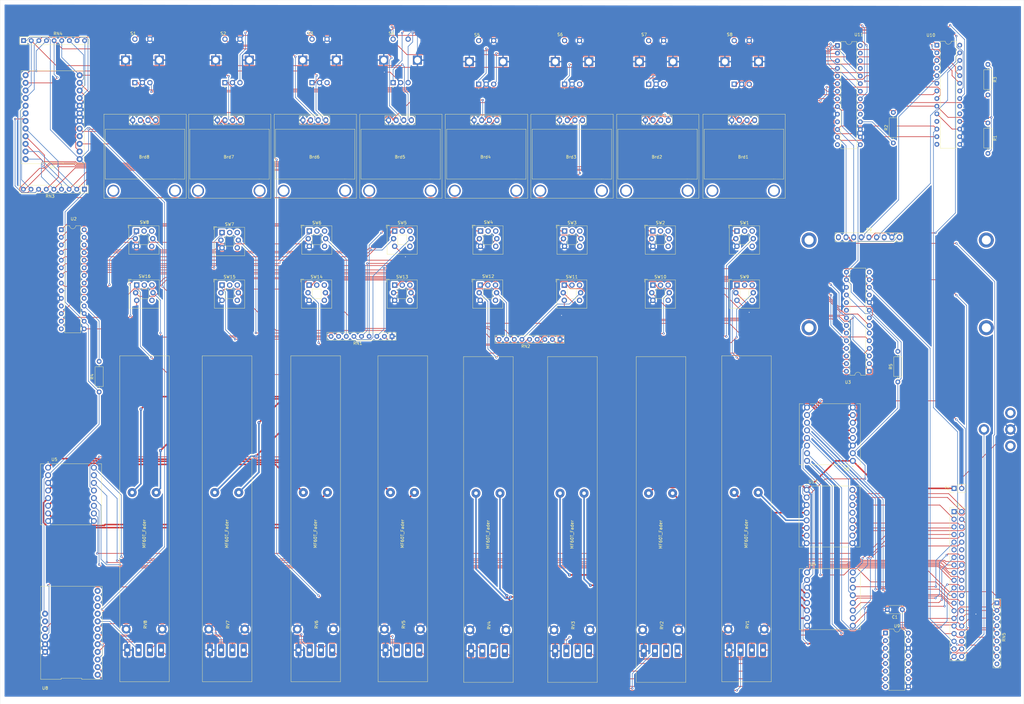
<source format=kicad_pcb>
(kicad_pcb (version 20241229) (generator "pcbnew") (generator_version "9.0")
  (title_block (comment 4 "AISLER Project ID: GMNGOZLE"))
  (layers (0 "F.Cu" signal) (2 "B.Cu" signal) (13 "F.Paste" user) (15 "B.Paste" user) (5 "F.SilkS" user "F.Silkscreen") (7 "B.SilkS" user "B.Silkscreen") (1 "F.Mask" user) (3 "B.Mask" user) (25 "Edge.Cuts" user))
  (net 0 "")
  (net 1 "+3.3V")
  (net 2 "GND")
  (net 3 "Net-(Brd1-SCL)")
  (net 4 "Net-(Brd1-SDA)")
  (net 5 "Net-(Brd2-SDA)")
  (net 6 "Net-(Brd2-SCL)")
  (net 7 "Net-(Brd3-SDA)")
  (net 8 "Net-(Brd3-SCL)")
  (net 9 "Net-(Brd4-SCL)")
  (net 10 "Net-(Brd4-SDA)")
  (net 11 "Net-(Brd5-SDA)")
  (net 12 "Net-(Brd5-SCL)")
  (net 13 "Net-(Brd6-SDA)")
  (net 14 "Net-(Brd6-SCL)")
  (net 15 "Net-(Brd7-SDA)")
  (net 16 "Net-(Brd7-SCL)")
  (net 17 "Net-(Brd8-SCL)")
  (net 18 "Net-(Brd8-SDA)")
  (net 19 "Net-(RN1-R6)")
  (net 20 "Net-(RN1-R1)")
  (net 21 "Net-(RN1-R5)")
  (net 22 "Net-(RN1-R4)")
  (net 23 "Net-(RN1-R2)")
  (net 24 "Net-(RN1-R8)")
  (net 25 "Net-(RN1-R3)")
  (net 26 "Net-(RN1-R7)")
  (net 27 "Net-(RN2-R1)")
  (net 28 "Net-(RN2-R2)")
  (net 29 "Net-(RN2-R6)")
  (net 30 "Net-(RN2-R4)")
  (net 31 "Net-(RN2-R3)")
  (net 32 "Net-(RN2-R8)")
  (net 33 "Net-(RN2-R7)")
  (net 34 "Net-(RN2-R5)")
  (net 35 "/T_SDA")
  (net 36 "/D_SDA")
  (net 37 "/F_CS")
  (net 38 "/F_SDA")
  (net 39 "/T_SCL")
  (net 41 "/D_SCL")
  (net 42 "/F_SCL")
  (net 43 "Net-(U1-~{RESET})")
  (net 44 "/SPDIF")
  (net 45 "Net-(SW6-A)")
  (net 46 "Net-(SW2-A)")
  (net 48 "Net-(SW8-A)")
  (net 50 "Net-(SW3-A)")
  (net 51 "Net-(U2-GPB3)")
  (net 52 "Net-(U2-~{RESET})")
  (net 53 "Net-(U2-GPB2)")
  (net 54 "Net-(SW1-A)")
  (net 56 "Net-(U2-GPB5)")
  (net 58 "Net-(U2-GPB7)")
  (net 59 "Net-(SW4-A)")
  (net 60 "Net-(SW5-A)")
  (net 61 "Net-(SW7-A)")
  (net 62 "Net-(U2-GPB4)")
  (net 63 "Net-(U2-GPB1)")
  (net 64 "Net-(U2-GPB6)")
  (net 65 "Net-(U2-GPB0)")
  (net 67 "Net-(U3-GPB3)")
  (net 68 "Net-(U3-GPB6)")
  (net 69 "Net-(U3-~{RESET})")
  (net 70 "Net-(SW10-A)")
  (net 71 "Net-(SW11-A)")
  (net 72 "Net-(SW9-A)")
  (net 73 "Net-(U3-GPB7)")
  (net 75 "Net-(U3-GPB0)")
  (net 76 "Net-(SW13-A)")
  (net 77 "Net-(SW12-A)")
  (net 79 "Net-(SW14-A)")
  (net 80 "Net-(SW16-A)")
  (net 81 "Net-(U3-GPB2)")
  (net 83 "Net-(SW15-A)")
  (net 84 "Net-(U3-GPB1)")
  (net 85 "Net-(U3-GPB5)")
  (net 86 "Net-(U3-GPB4)")
  (net 87 "+9V")
  (net 93 "Net-(U10-GPB4)")
  (net 94 "Net-(U10-GPB0)")
  (net 95 "Net-(U10-GPB5)")
  (net 96 "Net-(U10-GPB6)")
  (net 98 "Net-(U10-GPB7)")
  (net 99 "Net-(U10-~{RESET})")
  (net 100 "Net-(U10-GPA1)")
  (net 101 "Net-(U10-GPA2)")
  (net 102 "Net-(U10-GPA3)")
  (net 103 "Net-(U10-GPA5)")
  (net 104 "Net-(U10-GPB2)")
  (net 106 "Net-(S9-PUSH)")
  (net 109 "Net-(U10-GPA4)")
  (net 110 "Net-(U10-GPB1)")
  (net 112 "Net-(U10-GPB3)")
  (net 113 "Net-(U10-GPA0)")
  (net 115 "Net-(U11-GPB3)")
  (net 116 "Net-(U11-GPB5)")
  (net 117 "Net-(U11-GPB0)")
  (net 118 "Net-(U11-GPA2)")
  (net 120 "Net-(U11-GPA0)")
  (net 124 "Net-(U11-GPA1)")
  (net 125 "Net-(U11-GPB6)")
  (net 126 "Net-(U11-GPA3)")
  (net 128 "Net-(U11-GPB1)")
  (net 131 "Net-(U11-GPB7)")
  (net 132 "Net-(U11-GPB4)")
  (net 133 "Net-(U11-GPB2)")
  (net 134 "Net-(U11-~{RESET})")
  (net 139 "/M4A1")
  (net 140 "/M1PWM")
  (net 141 "/M7A1")
  (net 142 "/F_MISO")
  (net 143 "/F_MOSI")
  (net 144 "/M5A2")
  (net 145 "/M3A1")
  (net 146 "/M5A1")
  (net 147 "/M6A1")
  (net 148 "/M2PWM")
  (net 149 "/M8A2")
  (net 150 "/M8A1")
  (net 151 "/M6PWM")
  (net 152 "/M3A2")
  (net 153 "/M4PWM")
  (net 154 "/M3PWM")
  (net 155 "/M4A2")
  (net 156 "/M8PWM")
  (net 157 "/M2A1")
  (net 158 "/M5PWM")
  (net 161 "/F_CLK")
  (net 162 "/M1A1")
  (net 163 "/M2A2")
  (net 164 "/STB")
  (net 165 "/M1A2")
  (net 166 "/M6A2")
  (net 167 "/M7A2")
  (net 168 "/M7PWM")
  (net 169 "Net-(U9-CH0)")
  (net 170 "Net-(U9-CH1)")
  (net 171 "Net-(U9-CH2)")
  (net 172 "Net-(U9-CH3)")
  (net 173 "Net-(U9-CH4)")
  (net 174 "Net-(U9-CH5)")
  (net 175 "Net-(U9-CH6)")
  (net 176 "Net-(U9-CH7)")
  (net 207 "/Touch1")
  (net 208 "/Touch2")
  (net 209 "/Touch3")
  (net 210 "/Touch4")
  (net 211 "/Touch5")
  (net 212 "/Touch6")
  (net 213 "/Touch7")
  (net 214 "/Touch8")
  (net 215 "/F_SCK")
  (net 216 "Net-(U4-B01)")
  (net 217 "Net-(U12-A02)")
  (net 218 "Net-(U12-A01)")
  (net 219 "Net-(U12-B01)")
  (net 220 "Net-(U12-B02)")
  (net 221 "Net-(U4-A02)")
  (net 222 "Net-(U4-A01)")
  (net 223 "Net-(U4-B02)")
  (net 224 "Net-(U5-A02)")
  (net 225 "Net-(U5-A01)")
  (net 226 "Net-(U5-B01)")
  (net 227 "Net-(U5-B02)")
  (net 228 "Net-(U6-A02)")
  (net 229 "Net-(U6-A01)")
  (net 230 "Net-(U6-B02)")
  (net 231 "Net-(U6-B01)")
  (footprint "FPGAMixer:ALPS_EC12E2424407" (layer "F.Cu") (at 183.9 31.5)
    (property "Reference" "S4")
    (property "Value" "EC12E2424407")
  )
  (footprint "FPGAMixer:MFT60" (layer "F.Cu") (at 127.875 228 -90)
    (property "Reference" "RV7")
    (property "Value" "MF60T_Fader")
  )
  (footprint "FPGAMixer:MODULE_ROB-14450" (layer "F.Cu") (at 74.12 176.11)
    (property "Reference" "U5")
    (property "Value" "TB6612")
  )
  (footprint "FPGAMixer:TS5Switch" (layer "F.Cu") (at 96 106.42)
    (property "Reference" "SW16")
    (property "Value" "SW_Push_TS5")
  )
  (footprint "FPGAMixer:TS5Switch" (layer "F.Cu") (at 238.5 88.42)
    (property "Reference" "SW3")
    (property "Value" "SW_Push_TS5")
  )
  (footprint "FPGAMixer:TS5Switch" (layer "F.Cu") (at 153.5 88.42)
    (property "Reference" "SW6")
    (property "Value" "SW_Push_TS5")
  )
  (footprint "FPGAMixer:RCA_Jack" (layer "F.Cu") (at 387 154.5 90)
    (property "Reference" "J5" (hide yes))
    (property "Value" "Conn_Coaxial")
  )
  (footprint "FPGAMixer:TS5Switch" (layer "F.Cu") (at 210.5 88.42)
    (property "Reference" "SW4")
    (property "Value" "SW_Push_TS5")
  )
  (footprint "FPGAMixer:ALPS_EC12E2424407" (layer "F.Cu") (at 241 32)
    (property "Reference" "S6")
    (property "Value" "EC12E2424407")
  )
  (footprint "Capacitor_THT:C_Disc_D5.0mm_W2.5mm_P5.00mm" (layer "F.Cu") (at 351 214.5 180)
    (property "Reference" "C1")
    (property "Value" "C")
  )
  (footprint "FPGAMixer:ALPS_EC12E2424407" (layer "F.Cu") (at 97.9 31.5)
    (property "Reference" "S1")
    (property "Value" "EC12E2424407")
  )
  (footprint "Resistor_THT:R_Array_SIP9" (layer "F.Cu") (at 382.5 212.26 -90)
    (property "Reference" "RN5")
    (property "Value" "R_Network08")
  )
  (footprint "FPGAMixer:TS5Switch" (layer "F.Cu") (at 295.92 88.42)
    (property "Reference" "SW1")
    (property "Value" "SW_Push_TS5")
  )
  (footprint "FPGAMixer:MODULE_ROB-14450" (layer "F.Cu") (at 326.76 183.5)
    (property "Reference" "U12")
    (property "Value" "TB6612")
  )
  (footprint "Resistor_THT:R_Axial_DIN0207_L6.3mm_D2.5mm_P10.16mm_Horizontal" (layer "F.Cu") (at 349.5 138.66 90)
    (property "Reference" "R5")
    (property "Value" "R")
  )
  (footprint "Resistor_THT:R_Array_SIP9" (layer "F.Cu") (at 78.58 74.5 180)
    (property "Reference" "RN3")
    (property "Value" "R_Network08")
  )
  (footprint "FPGAMixer:128x64OLEDHoles" (layer "F.Cu") (at 269.25 63.5)
    (property "Reference" "Brd2")
    (property "Value" "SSD1306")
  )
  (footprint "FPGAMixer:TS5Switch" (layer "F.Cu") (at 124.42 106.42)
    (property "Reference" "SW15")
    (property "Value" "SW_Push_TS5")
  )
  (footprint "FPGAMixer:TS5Switch" (layer "F.Cu") (at 295.92 106.42)
    (property "Reference" "SW9")
    (property "Value" "SW_Push_TS5")
  )
  (footprint "Resistor_THT:R_Axial_DIN0207_L6.3mm_D2.5mm_P10.16mm_Horizontal" (layer "F.Cu") (at 379.5 52.42 -90)
    (property "Reference" "R1")
    (property "Value" "R")
  )
  (footprint "FPGAMixer:TS5Switch" (layer "F.Cu") (at 210.42 106.42)
    (property "Reference" "SW12")
    (property "Value" "SW_Push_TS5")
  )
  (footprint "FPGAMixer:128x64OLEDHoles" (layer "F.Cu") (at 155.19 63.5)
    (property "Reference" "Brd6")
    (property "Value" "SSD1306")
  )
  (footprint "FPGAMixer:MFT60" (layer "F.Cu") (at 300.875 228 -90)
    (property "Reference" "RV1")
    (property "Value" "MF60T_Fader")
  )
  (footprint "FPGAMixer:TS5Switch" (layer "F.Cu") (at 153.42 106.42)
    (property "Reference" "SW14")
    (property "Value" "SW_Push_TS5")
  )
  (footprint "Package_DIP:DIP-28_W7.62mm" (layer "F.Cu") (at 70.88 87.98)
    (property "Reference" "U2")
    (property "Value" "MCP23017_SP")
  )
  (footprint "FPGAMixer:TS5Switch" (layer "F.Cu") (at 124.42 88.92)
    (property "Reference" "SW7")
    (property "Value" "SW_Push_TS5")
  )
  (footprint "Package_DIP:DIP-28_W7.62mm" (layer "F.Cu") (at 362.5 26.52)
    (property "Reference" "U10")
    (property "Value" "MCP23017_SP")
  )
  (footprint "FPGAMixer:MFT60" (layer "F.Cu") (at 186.375 228 -90)
    (property "Reference" "RV5")
    (property "Value" "MF60T_Fader")
  )
  (footprint "Package_DIP:DIP-28_W7.62mm" (layer "F.Cu") (at 340 135.12 180)
    (property "Reference" "U3")
    (property "Value" "MCP23017_SP")
  )
  (footprint "FPGAMixer:TS5Switch" (layer "F.Cu") (at 267.92 106.42)
    (property "Reference" "SW10")
    (property "Value" "SW_Push_TS5")
  )
  (footprint "Resistor_THT:R_Axial_DIN0207_L6.3mm_D2.5mm_P10.16mm_Horizontal" (layer "F.Cu") (at 83.5 142 90)
    (property "Reference" "R4")
    (property "Value" "R")
  )
  (footprint "FPGAMixer:TS5Switch" (layer "F.Cu") (at 95.92 88.42)
    (property "Reference" "SW8")
    (property "Value" "SW_Push_TS5")
  )
  (footprint "FPGAMixer:ALPS_EC12E2424407" (layer "F.Cu") (at 212.4 32)
    (property "Reference" "S5")
    (property "Value" "EC12E2424407")
  )
  (footprint "FPGAMixer:MODULE_ROB-14450" (layer "F.Cu") (at 326.88 156.07 180)
    (property "Reference" "U6")
    (property "Value" "TB6612")
  )
  (footprint "Package_DIP:DIP-28_W7.62mm" (layer "F.Cu") (at 329.38 26.64)
    (property "Reference" "U11")
    (property "Value" "MCP23017_SP")
  )
  (footprint "FPGAMixer:MFT60" (layer "F.Cu") (at 157.375 228 -90)
    (property "Reference" "RV6")
    (property "Value" "MF60T_Fader")
  )
  (footprint "FPGAMixer:ALPS_EC12E2424407" (layer "F.Cu") (at 297.5 32)
    (property "Reference" "S8")
    (property "Value" "EC12E2424407")
  )
  (footprint "FPGAMixer:MFT60" (layer "F.Cu") (at 242.875 228.25 -90)
    (property "Reference" "RV3")
    (property "Value" "MF60T_Fader")
  )
  (footprint "FPGAMixer:TS5Switch" (layer "F.Cu") (at 181.92 88.42)
    (property "Reference" "SW5")
    (property "Value" "SW_Push_TS5")
  )
  (footprint "FPGAMixer:ALPS_EC12E2424407" (layer "F.Cu") (at 156.9 31.5)
    (property "Reference" "S3")
    (property "Value" "EC12E2424407")
  )
  (footprint "FPGAMixer:MFT60" (layer "F.Cu") (at 100.375 228 -90)
    (property "Reference" "RV8")
    (property "Value" "MF60T_Fader")
  )
  (footprint "FPGAMixer:MODULE_ROB-14450" (layer "F.Cu") (at 326.88 211)
    (property "Reference" "U4")
    (property "Value" "TB6612")
  )
  (footprint "Package_DIP:DIP-16_W7.62mm" (layer "F.Cu") (at 345.38 222.3)
    (property "Reference" "U9")
    (property "Value" "MCP3008")
  )
  (footprint "FPGAMixer:TS5Switch" (layer "F.Cu") (at 181.92 106.42)
    (property "Reference" "SW13")
    (property "Value" "SW_Push_TS5")
  )
  (footprint "FPGAMixer:MPR121_Board" (layer "F.Cu") (at 74.25 222.23 90)
    (property "Reference" "U8")
    (property "Value" "MPR121QR2_Board")
  )
  (footprint "Connector_PinHeader_2.54mm:PinHeader_2x20_P2.54mm_Vertical" (layer "F.Cu") (at 368.225 181.875)
    (property "Reference" "J1")
    (property "Value" "Conn_02x20_Odd_Even")
  )
  (footprint "FPGAMixer:128x64OLEDHoles" (layer "F.Cu") (at 240.69 63.5)
    (property "Reference" "Brd3")
    (property "Value" "SSD1306")
  )
  (footprint "Resistor_THT:R_Axial_DIN0207_L6.3mm_D2.5mm_P10.16mm_Horizontal" (layer "F.Cu") (at 379.5 32.92 -90)
    (property "Reference" "R3")
    (property "Value" "R")
  )
  (footprint "FPGAMixer:MFT60" (layer "F.Cu") (at 214.875 228.25 -90)
    (property "Reference" "RV4")
    (property "Value" "MF60T_Fader")
  )
  (footprint "FPGAMixer:ALPS_EC12E2424407" (layer "F.Cu") (at 269 32)
    (property "Reference" "S7")
    (property "Value" "EC12E2424407")
  )
  (footprint "FPGAMixer:128x64OLEDHoles" (layer "F.Cu") (at 298 63.5)
    (property "Reference" "Brd1")
    (property "Value" "SSD1306")
  )
  (footprint "FPGAMixer:128x64OLEDHoles" (layer "F.Cu") (at 212.19 63.5)
    (property "Reference" "Brd4")
    (property "Value" "SSD1306")
  )
  (footprint "FPGAMixer:HW-617" (layer "F.Cu") (at 68 50.5 90)
    (property "Reference" "U1")
    (property "Value" "PCA9548Board")
  )
  (footprint "FPGAMixer:TS5Switch" (layer "F.Cu") (at 267.92 88.42)
    (property "Reference" "SW2")
    (property "Value" "SW_Push_TS5")
  )
  (footprint "Resistor_THT:R_Array_SIP9" (layer "F.Cu") (at 237 124.5 180)
    (property "Reference" "RN2")
    (property "Value" "R_Network08")
  )
  (footprint "Resistor_THT:R_Axial_DIN0207_L6.3mm_D2.5mm_P10.16mm_Horizontal" (layer "F.Cu") (at 348 59.08 90)
    (property "Reference" "R2")
    (property "Value" "R")
  )
  (footprint "Connector_PinHeader_2.54mm:PinHeader_1x02_P2.54mm_Vertical" (layer "F.Cu") (at 368.225 174.135 90)
    (property "Reference" "J2")
    (property "Value" "Conn_01x02")
  )
  (footprint "FPGAMixer:TS5Switch" (layer "F.Cu") (at 238.42 106.42)
    (property "Reference" "SW11")
    (property "Value" "SW_Push_TS5")
  )
  (footprint "Resistor_THT:R_Array_SIP9" (layer "F.Cu") (at 181.04 123.5 180)
    (property "Reference" "RN1")
    (property "Value" "R_Network08")
  )
  (footprint "FPGAMixer:128x64OLEDHoles" (layer "F.Cu") (at 126.69 63.5)
    (property "Reference" "Brd7")
    (property "Value" "SSD1306")
  )
  (footprint "FPGAMixer:128x64OLEDHoles" (layer "F.Cu") (at 98.5 63.5)
    (property "Reference" "Brd8")
    (property "Value" "SSD1306")
  )
  (footprint "FPGAMixer:ALPS_EC12E2424407" (layer "F.Cu") (at 127.9 31.5)
    (property "Reference" "S2")
    (property "Value" "EC12E2424407")
  )
  (footprint "FPGAMixer:MFT60" (layer "F.Cu") (at 272.375 228.25 -90)
    (property "Reference" "RV2")
    (property "Value" "MF60T_Fader")
  )
  (footprint "FPGAMixer:OLEDwEC11" (layer "F.Cu") (at 329.72 90.5)
    (property "Reference" "S9")
    (property "Value" "OLED_ROTARY")
  )
  (footprint "FPGAMixer:128x64OLEDHoles" (layer "F.Cu") (at 183.69 63.5)
    (property "Reference" "Brd5")
    (property "Value" "SSD1306")
  )
  (footprint "Resistor_THT:R_Array_SIP9" (layer "F.Cu") (at 58.34 25)
    (property "Reference" "RN4")
    (property "Value" "R_Network08")
  )
  (gr_rect (start 50.5 11.5) (end 391.5 246) (stroke (width 0.05)) (fill no) (layer "Edge.Cuts"))
  (segment (start 330.528 48.1075) (end 330.5275 48.1075) (width 0.2) (layer "F.Cu") (net 1))
  (segment (start 330.5305 48.1105) (end 330.5305 48.11) (width 0.2) (layer "F.Cu") (net 1))
  (segment (start 330.5865 48.1665) (end 330.5865 48.166) (width 0.2) (layer "F.Cu") (net 1))
  (segment (start 330.548 48.1275) (end 330.5475 48.1275) (width 0.2) (layer "F.Cu") (net 1))
  (segment (start 330.547 48.1265) (end 330.5465 48.1265) (width 0.2) (layer "F.Cu") (net 1))
  (segment (start 330.576 48.156) (end 330.576 48.1555) (width 0.2) (layer "F.Cu") (net 1))
  (segment (start 330.534 48.114) (end 330.534 48.1135) (width 0.2) (layer "F.Cu") (net 1))
  (segment (start 330.527 48.107) (end 330.527 48.1065) (width 0.2) (layer "F.Cu") (net 1))
  (segment (start 330.5155 48.0955) (end 330.5155 48.095) (width 0.2) (layer "F.Cu") (net 1))
  (segment (start 330.573 48.153) (end 330.573 48.1525) (width 0.2) (layer "F.Cu") (net 1))
  (segment (start 330.5695 48.149) (end 330.569 48.149) (width 0.2) (layer "F.Cu") (net 1))
  (segment (start 380.0333 213.625) (end 370.3466 213.625) (width 0.2) (layer "F.Cu") (net 1))
  (segment (start 330.5155 48.095) (end 330.515 48.095) (width 0.2) (layer "F.Cu") (net 1))
  (segment (start 186.375 225.6704) (end 186.375 228) (width 0.2) (layer "F.Cu") (net 1))
  (segment (start 351.8551 221.1551) (end 353 222.3) (width 0.2) (layer "F.Cu") (net 1))
  (segment (start 330.5505 48.1305) (end 330.5505 48.13) (width 0.2) (layer "F.Cu") (net 1))
  (segment (start 100.375 228) (end 102.6907 225.6843) (width 0.2) (layer "F.Cu") (net 1))
  (segment (start 79.9945 54.5417) (end 96.5918 54.5417) (width 0.2) (layer "F.Cu") (net 1))
  (segment (start 330.5465 48.1265) (end 330.5465 48.126) (width 0.2) (layer "F.Cu") (net 1))
  (segment (start 121.7019 53.0372) (end 121.5356 53.2035) (width 0.2) (layer "F.Cu") (net 1))
  (segment (start 330.5465 48.126) (end 330.546 48.126) (width 0.2) (layer "F.Cu") (net 1))
  (segment (start 330.582 48.1615) (end 330.5815 48.1615) (width 0.2) (layer "F.Cu") (net 1))
  (segment (start 330.52 48.0995) (end 330.5195 48.0995) (width 0.2) (layer "F.Cu") (net 1))
  (segment (start 330.5515 48.1315) (end 330.5515 48.131) (width 0.2) (layer "F.Cu") (net 1))
  (segment (start 330.5815 48.161) (end 330.581 48.161) (width 0.2) (layer "F.Cu") (net 1))
  (segment (start 102.6907 225.6843) (end 127.875 225.6843) (width 0.2) (layer "F.Cu") (net 1))
  (segment (start 152.8183 52.8017) (end 125.2917 52.8017) (width 0.2) (layer "F.Cu") (net 1))
  (segment (start 330.569 48.1485) (end 330.5685 48.1485) (width 0.2) (layer "F.Cu") (net 1))
  (segment (start 240.5217 51.1717) (end 240.5217 51.5) (width 0.2) (layer "F.Cu") (net 1))
  (segment (start 330.5395 48.119) (end 330.539 48.119) (width 0.2) (layer "F.Cu") (net 1))
  (segment (start 330.557 48.137) (end 330.557 48.1365) (width 0.2) (layer "F.Cu") (net 1))
  (segment (start 330.5705 48.15) (end 330.57 48.15) (width 0.2) (layer "F.Cu") (net 1))
  (segment (start 330.536 48.116) (end 330.536 48.1155) (width 0.2) (layer "F.Cu") (net 1))
  (segment (start 123.1094 53.0372) (end 121.7019 53.0372) (width 0.2) (layer "F.Cu") (net 1))
  (segment (start 330.5455 48.1255) (end 330.5455 48.125) (width 0.2) (layer "F.Cu") (net 1))
  (segment (start 330.538 48.1175) (end 330.5375 48.1175) (width 0.2) (layer "F.Cu") (net 1))
  (segment (start 330.5445 48.124) (end 330.544 48.124) (width 0.2) (layer "F.Cu") (net 1))
  (segment (start 239.42 51.5) (end 240.5217 51.5) (width 0.2) (layer "F.Cu") (net 1))
  (segment (start 330.5765 48.156) (end 330.576 48.156) (width 0.2) (layer "F.Cu") (net 1))
  (segment (start 330.5435 48.123) (end 330.543 48.123) (width 0.2) (layer "F.Cu") (net 1))
  (segment (start 348 48.92) (end 347.2515 48.1715) (width 0.2) (layer "F.Cu") (net 1))
  (segment (start 330.535 48.1145) (end 330.5345 48.1145) (width 0.2) (layer "F.Cu") (net 1))
  (segment (start 125.2917 52.8017) (end 124.3183 51.8283) (width 0.2) (layer "F.Cu") (net 1))
  (segment (start 330.523 48.103) (end 330.523 48.1025) (width 0.2) (layer "F.Cu") (net 1))
  (segment (start 330.514 48.094) (end 329.38 46.96) (width 0.2) (layer "F.Cu") (net 1))
  (segment (start 267.98 51.5) (end 266.8783 51.5) (width 0.2) (layer "F.Cu") (net 1))
  (segment (start 330.525 48.105) (end 330.525 48.1045) (width 0.2) (layer "F.Cu") (net 1))
  (segment (start 330.5175 48.0975) (end 330.5175 48.097) (width 0.2) (layer "F.Cu") (net 1))
  (segment (start 330.5295 48.109) (end 330.529 48.109) (width 0.2) (layer "F.Cu") (net 1))
  (segment (start 330.588 48.1675) (end 330.5875 48.1675) (width 0.2) (layer "F.Cu") (net 1))
  (segment (start 330.5195 48.0995) (end 330.5195 48.099) (width 0.2) (layer "F.Cu") (net 1))
  (segment (start 330.583 48.1625) (end 330.5825 48.1625) (width 0.2) (layer "F.Cu") (net 1))
  (segment (start 319.14 177.15) (end 325.3423 170.9477) (width 0.2) (layer "F.Cu") (net 1))
  (segment (start 330.5225 48.1025) (end 330.5225 48.102) (width 0.2) (layer "F.Cu") (net 1))
  (segment (start 330.5605 48.1405) (end 330.5605 48.14) (width 0.2) (layer "F.Cu") (net 1))
  (segment (start 330.5735 48.1535) (end 330.5735 48.153) (width 0.2) (layer "F.Cu") (net 1))
  (segment (start 330.59 48.1695) (end 330.5895 48.1695) (width 0.2) (layer "F.Cu") (net 1))
  (segment (start 330.5405 48.1205) (end 330.5405 48.12) (width 0.2) (layer "F.Cu") (net 1))
  (segment (start 242.875 225.8989) (end 217.2261 225.8989) (width 0.2) (layer "F.Cu") (net 1))
  (segment (start 353.935 217.435) (end 351 214.5) (width 0.2) (layer "F.Cu") (net 1))
  (segment (start 330.5545 48.134) (end 330.554 48.134) (width 0.2) (layer "F.Cu") (net 1))
  (segment (start 330.543 48.1225) (end 330.5425 48.1225) (width 0.2) (layer "F.Cu") (net 1))
  (segment (start 330.5335 48.113) (end 330.533 48.113) (width 0.2) (layer "F.Cu") (net 1))
  (segment (start 266.8783 51.0869) (end 265.9839 50.1925) (width 0.2) (layer "F.Cu") (net 1))
  (segment (start 152.8183 52.8017) (end 176.8202 52.8017) (width 0.2) (layer "F.Cu") (net 1))
  (segment (start 330.5275 48.107) (end 330.527 48.107) (width 0.2) (layer "F.Cu") (net 1))
  (segment (start 127.875 225.6843) (end 155.0593 225.6843) (width 0.2) (layer "F.Cu") (net 1))
  (segment (start 96.5918 54.5417) (end 98.3317 52.8018) (width 0.2) (layer "F.Cu") (net 1))
  (segment (start 330.581 48.161) (end 330.581 48.1605) (width 0.2) (layer "F.Cu") (net 1))
  (segment (start 330.553 48.1325) (end 330.5525 48.1325) (width 0.2) (layer "F.Cu") (net 1))
  (segment (start 330.582 48.162) (end 330.582 48.1615) (width 0.2) (layer "F.Cu") (net 1))
  (segment (start 272.1943 50.3808) (end 272.3845 50.1906) (width 0.2) (layer "F.Cu") (net 1))
  (segment (start 212.0217 51.1717) (end 212.0217 51.5) (width 0.2) (layer "F.Cu") (net 1))
  (segment (start 330.575 48.155) (end 330.575 48.1545) (width 0.2) (layer "F.Cu") (net 1))
  (segment (start 330.5715 48.151) (end 330.571 48.151) (width 0.2) (layer "F.Cu") (net 1))
  (segment (start 180.3364 50.1983) (end 181.3183 51.1802) (width 0.2) (layer "F.Cu") (net 1))
  (segment (start 330.5485 48.1285) (end 330.5485 48.128) (width 0.2) (layer "F.Cu") (net 1))
  (segment (start 335.6276 225.6798) (end 340.1523 221.1551) (width 0.2) (layer "F.Cu") (net 1))
  (segment (start 330.5385 48.1185) (end 330.5385 48.118) (width 0.2) (layer "F.Cu") (net 1))
  (segment (start 330.5875 48.167) (end 330.587 48.167) (width 0.2) (layer "F.Cu") (net 1))
  (segment (start 212.569 230.556) (end 214.875 228.25) (width 0.2) (layer "F.Cu") (net 1))
  (segment (start 330.552 48.1315) (end 330.5515 48.1315) (width 0.2) (layer "F.Cu") (net 1))
  (segment (start 330.531 48.1105) (end 330.5305 48.1105) (width 0.2) (layer "F.Cu") (net 1))
  (segment (start 330.5375 48.1175) (end 330.5375 48.117) (width 0.2) (layer "F.Cu") (net 1))
  (segment (start 330.551 48.131) (end 330.551 48.1305) (width 0.2) (layer "F.Cu") (net 1))
  (segment (start 330.568 48.1475) (end 330.5675 48.1475) (width 0.2) (layer "F.Cu") (net 1))
  (segment (start 330.5315 48.111) (end 330.531 48.111) (width 0.2) (layer "F.Cu") (net 1))
  (segment (start 330.5425 48.1225) (end 330.5425 48.122) (width 0.2) (layer "F.Cu") (net 1))
  (segment (start 330.52 48.1) (end 330.52 48.0995) (width 0.2) (layer "F.Cu") (net 1))
  (segment (start 330.589 48.169) (end 330.589 48.1685) (width 0.2) (layer "F.Cu") (net 1))
  (segment (start 330.563 48.1425) (end 330.5625 48.1425) (width 0.2) (layer "F.Cu") (net 1))
  (segment (start 267.7746 50.1906) (end 271.4644 50.1906) (width 0.2) (layer "F.Cu") (net 1))
  (segment (start 330.5305 48.11) (end 330.53 48.11) (width 0.2) (layer "F.Cu") (net 1))
  (segment (start 369.495 214.4766) (end 369.495 216.165) (width 0.2) (layer "F.Cu") (net 1))
  (segment (start 330.558 48.138) (end 330.558 48.1375) (width 0.2) (layer "F.Cu") (net 1))
  (segment (start 330.5555 48.135) (end 330.555 48.135) (width 0.2) (layer "F.Cu") (net 1))
  (segment (start 181.3183 51.5) (end 181.3183 51.1802) (width 0.2) (layer "F.Cu") (net 1))
  (segment (start 330.5535 48.1335) (end 330.5535 48.133) (width 0.2) (layer "F.Cu") (net 1))
  (segment (start 330.519 48.099) (end 330.519 48.0985) (width 0.2) (layer "F.Cu") (net 1))
  (segment (start 295.6283 51.5) (end 295.6283 51.0869) (width 0.2) (layer "F.Cu") (net 1))
  (segment (start 330.565 48.1445) (end 330.5645 48.1445) (width 0.2) (layer "F.Cu") (net 1))
  (segment (start 330.516 48.096) (end 330.516 48.0955) (width 0.2) (layer "F.Cu") (net 1))
  (segment (start 330.546 48.126) (end 330.546 48.1255) (width 0.2) (layer "F.Cu") (net 1))
  (segment (start 330.523 48.1025) (end 330.5225 48.1025) (width 0.2) (layer "F.Cu") (net 1))
  (segment (start 330.5285 48.1085) (end 330.5285 48.108) (width 0.2) (layer "F.Cu") (net 1))
  (segment (start 330.5145 48.094) (end 330.514 48.094) (width 0.2) (layer "F.Cu") (net 1))
  (segment (start 330.5715 48.1515) (end 330.5715 48.151) (width 0.2) (layer "F.Cu") (net 1))
  (segment (start 330.591 48.171) (end 330.591 48.1705) (width 0.2) (layer "F.Cu") (net 1))
  (segment (start 330.5425 48.122) (end 330.542 48.122) (width 0.2) (layer "F.Cu") (net 1))
  (segment (start 330.551 48.1305) (end 330.5505 48.1305) (width 0.2) (layer "F.Cu") (net 1))
  (segment (start 330.5855 48.165) (end 330.585 48.165) (width 0.2) (layer "F.Cu") (net 1))
  (segment (start 330.5735 48.153) (end 330.573 48.153) (width 0.2) (layer "F.Cu") (net 1))
  (segment (start 210.92 51.5) (end 212.0217 51.5) (width 0.2) (layer "F.Cu") (net 1))
  (segment (start 217.2261 225.8989) (end 214.875 228.25) (width 0.2) (layer "F.Cu") (net 1))
  (segment (start 330.564 48.144) (end 330.564 48.1435) (width 0.2) (layer "F.Cu") (net 1))
  (segment (start 294.732 50.1906) (end 295.6283 51.0869) (width 0.2) (layer "F.Cu") (net 1))
  (segment (start 300.875 225.6798) (end 272.5941 225.6798) (width 0.2) (layer "F.Cu") (net 1))
  (segment (start 330.548 48.128) (end 330.548 48.1275) (width 0.2) (layer "F.Cu") (net 1))
  (segment (start 330.519 48.0985) (end 330.5185 48.0985) (width 0.2) (layer "F.Cu") (net 1))
  (segment (start 330.569 48.149) (end 330.569 48.1485) (width 0.2) (layer "F.Cu") (net 1))
  (segment (start 330.564 48.1435) (end 330.5635 48.1435) (width 0.2) (layer "F.Cu") (net 1))
  (segment (start 330.517 48.0965) (end 330.5165 48.0965) (width 0.2) (layer "F.Cu") (net 1))
  (segment (start 330.57 48.1495) (end 330.5695 48.1495) (width 0.2) (layer "F.Cu") (net 1))
  (segment (start 330.5405 48.12) (end 330.54 48.12) (width 0.2) (layer "F.Cu") (net 1))
  (segment (start 182.42 51.5) (end 181.3183 51.5) (width 0.2) (layer "F.Cu") (net 1))
  (segment (start 330.558 48.1375) (end 330.5575 48.1375) (width 0.2) (layer "F.Cu") (net 1))
  (segment (start 272.375 225.8989) (end 242.875 225.8989) (width 0.2) (layer "F.Cu") (net 1))
  (segment (start 300.875 225.6798) (end 320.2318 225.6798) (width 0.2) (layer "F.Cu") (net 1))
  (segment (start 330.5825 48.162) (end 330.582 48.162) (width 0.2) (layer "F.Cu") (net 1))
  (segment (start 330.5355 48.115) (end 330.535 48.115) (width 0.2) (layer "F.Cu") (net 1))
  (segment (start 330.532 48.1115) (end 330.5315 48.1115) (width 0.2) (layer "F.Cu") (net 1))
  (segment (start 125.42 51.5) (end 124.3183 51.5) (width 0.2) (layer "F.Cu") (net 1))
  (segment (start 329.8724 47.4518) (end 329.8724 47.4519) (width 0.2) (layer "F.Cu") (net 1))
  (segment (start 330.531 48.111) (end 330.531 48.1105) (width 0.2) (layer "F.Cu") (net 1))
  (segment (start 330.5235 48.1035) (end 330.5235 48.103) (width 0.2) (layer "F.Cu") (net 1))
  (segment (start 330.549 48.1285) (end 330.5485 48.1285) (width 0.2) (layer "F.Cu") (net 1))
  (segment (start 330.5645 48.1445) (end 330.5645 48.144) (width 0.2) (layer "F.Cu") (net 1))
  (segment (start 330.5585 48.138) (end 330.558 48.138) (width 0.2) (layer "F.Cu") (net 1))
  (segment (start 330.5635 48.1435) (end 330.5635 48.143) (width 0.2) (layer "F.Cu") (net 1))
  (segment (start 330.559 48.139) (end 330.559 48.1385) (width 0.2) (layer "F.Cu") (net 1))
  (segment (start 121.5356 53.2035) (end 98.7334 53.2035) (width 0.2) (layer "F.Cu") (net 1))
  (segment (start 330.5245 48.1045) (end 330.5245 48.104) (width 0.2) (layer "F.Cu") (net 1))
  (segment (start 272.375 225.8989) (end 272.375 228.25) (width 0.2) (layer "F.Cu") (net 1))
  (segment (start 330.5555 48.1355) (end 330.5555 48.135) (width 0.2) (layer "F.Cu") (net 1))
  (segment (start 330.533 48.1125) (end 330.5325 48.1125) (width 0.2) (layer "F.Cu") (net 1))
  (segment (start 330.5885 48.1685) (end 330.5885 48.168) (width 0.2) (layer "F.Cu") (net 1))
  (segment (start 330.5565 48.1365) (end 330.5565 48.136) (width 0.2) (layer "F.Cu") (net 1))
  (segment (start 330.5335 48.1135) (end 330.5335 48.113) (width 0.2) (layer "F.Cu") (net 1))
  (segment (start 330.589 48.1685) (end 330.5885 48.1685) (width 0.2) (layer "F.Cu") (net 1))
  (segment (start 97.23 51.5) (end 98.3317 51.5) (width 0.2) (layer "F.Cu") (net 1))
  (segment (start 330.526 48.106) (end 330.526 48.1055) (width 0.2) (layer "F.Cu") (net 1))
  (segment (start 330.5855 48.1655) (end 330.5855 48.165) (width 0.2) (layer "F.Cu") (net 1))
  (segment (start 240.5217 51.1717) (end 239.5407 50.1907) (width 0.2) (layer "F.Cu") (net 1))
  (segment (start 330.577 48.1565) (end 330.5765 48.1565) (width 0.2) (layer "F.Cu") (net 1))
  (segment (start 330.5205 48.1005) (end 330.5205 48.1) (width 0.2) (layer "F.Cu") (net 1))
  (segment (start 368.225 217.435) (end 353.935 217.435) (width 0.2) (layer "F.Cu") (net 1))
  (segment (start 330.578 48.158) (end 330.578 48.1575) (width 0.2) (layer "F.Cu") (net 1))
  (segment (start 155.0593 225.6843) (end 157.375 228) (width 0.2) (layer "F.Cu") (net 1))
  (segment (start 330.5475 48.1275) (end 330.5475 48.127) (width 0.2) (layer "F.Cu") (net 1))
  (segment (start 330.585 48.1645) (end 330.5845 48.1645) (width 0.2) (layer "F.Cu") (net 1))
  (segment (start 330.5595 48.139) (end 330.559 48.139) (width 0.2) (layer "F.Cu") (net 1))
  (segment (start 320.2318 225.6798) (end 335.6276 225.6798) (width 0.2) (layer "F.Cu") (net 1))
  (segment (start 362.5 46.84) (end 350.08 46.84) (width 0.2) (layer "F.Cu") (net 1))
  (segment (start 330.5275 48.1075) (end 330.5275 48.107) (width 0.2) (layer "F.Cu") (net 1))
  (segment (start 330.526 48.1055) (end 330.5255 48.1055) (width 0.2) (layer "F.Cu") (net 1))
  (segment (start 330.5745 48.154) (end 330.574 48.154) (width 0.2) (layer "F.Cu") (net 1))
  (segment (start 239.5407 50.1907) (end 213.0027 50.1907) (width 0.2) (layer "F.Cu") (net 1))
  (segment (start 330.5655 48.1455) (end 330.5655 48.145) (width 0.2) (layer "F.Cu") (net 1))
  (segment (start 330.534 48.1135) (end 330.5335 48.1135) (width 0.2) (layer "F.Cu") (net 1))
  (segment (start 330.563 48.143) (end 330.563 48.1425) (width 0.2) (layer "F.Cu") (net 1))
  (segment (start 199.5269 225.6704) (end 204.4125 230.556) (width 0.2) (layer "F.Cu") (net 1))
  (segment (start 330.527 48.1065) (end 330.5265 48.1065) (width 0.2) (layer "F.Cu") (net 1))
  (segment (start 330.546 48.1255) (end 330.5455 48.1255) (width 0.2) (layer "F.Cu") (net 1))
  (segment (start 124.3183 51.8283) (end 123.1094 53.0372) (width 0.2) (layer "F.Cu") (net 1))
  (segment (start 330.535 48.115) (end 330.535 48.1145) (width 0.2) (layer "F.Cu") (net 1))
  (segment (start 330.5365 48.1165) (end 330.5365 48.116) (width 0.2) (layer "F.Cu") (net 1))
  (segment (start 330.5615 48.141) (end 330.561 48.141) (width 0.2) (layer "F.Cu") (net 1))
  (segment (start 330.579 48.1585) (end 330.5785 48.1585) (width 0.2) (layer "F.Cu") (net 1))
  (segment (start 330.5645 48.144) (end 330.564 48.144) (width 0.2) (layer "F.Cu") (net 1))
  (segment (start 330.545 48.125) (end 330.545 48.1245) (width 0.2) (layer "F.Cu") (net 1))
  (segment (start 330.5165 48.096) (end 330.516 48.096) (width 0.2) (layer "F.Cu") (net 1))
  (segment (start 241.5009 50.1925) (end 240.5217 51.1717) (width 0.2) (layer "F.Cu") (net 1))
  (segment (start 330.58 48.1595) (end 330.5795 48.1595) (width 0.2) (layer "F.Cu") (net 1))
  (segment (start 330.5875 48.1675) (end 330.5875 48.167) (width 0.2) (layer "F.Cu") (net 1))
  (segment (start 330.539 48.119) (end 330.539 48.1185) (width 0.2) (layer "F.Cu") (net 1))
  (segment (start 330.5915 48.1715) (end 330.5915 48.171) (width 0.2) (layer "F.Cu") (net 1))
  (segment (start 299.2634 47.4518) (end 329.8724 47.4518) (width 0.2) (layer "F.Cu") (net 1))
  (segment (start 340.1523 221.1551) (end 351.8551 221.1551) (width 0.2) (layer "F.Cu") (net 1))
  (segment (start 330.5725 48.1525) (end 330.5725 48.152) (width 0.2) (layer "F.Cu") (net 1))
  (segment (start 330.5215 48.1015) (end 330.5215 48.101) (width 0.2) (layer "F.Cu") (net 1))
  (segment (start 330.544 48.1235) (end 330.5435 48.1235) (width 0.2) (layer "F.Cu") (net 1))
  (segment (start 330.5325 48.112) (end 330.532 48.112) (width 0.2) (layer "F.Cu") (net 1))
  (segment (start 330.538 48.118) (end 330.538 48.1175) (width 0.2) (layer "F.Cu") (net 1))
  (segment (start 330.5165 48.0965) (end 330.5165 48.096) (width 0.2) (layer "F.Cu") (net 1))
  (segment (start 330.562 48.1415) (end 330.5615 48.1415) (width 0.2) (layer "F.Cu") (net 1))
  (segment (start 186.375 225.6704) (end 199.5269 225.6704) (width 0.2) (layer "F.Cu") (net 1))
  (segment (start 213.0027 50.1907) (end 212.0217 51.1717) (width 0.2) (layer "F.Cu") (net 1))
  (segment (start 330.5495 48.1295) (end 330.5495 48.129) (width 0.2) (layer "F.Cu") (net 1))
  (segment (start 330.5565 48.136) (end 330.556 48.136) (width 0.2) (layer "F.Cu") (net 1))
  (segment (start 330.559 48.1385) (end 330.5585 48.1385) (width 0.2) (layer "F.Cu") (net 1))
  (segment (start 330.56 48.1395) (end 330.5595 48.1395) (width 0.2) (layer "F.Cu") (net 1))
  (segment (start 330.5625 48.142) (end 330.562 48.142) (width 0.2) (layer "F.Cu") (net 1))
  (segment (start 330.5765 48.1565) (end 330.5765 48.156) (width 0.2) (layer "F.Cu") (net 1))
  (segment (start 330.5615 48.1415) (end 330.5615 48.141) (width 0.2) (layer "F.Cu") (net 1))
  (segment (start 330.571 48.1505) (end 330.5705 48.1505) (width 0.2) (layer "F.Cu") (net 1))
  (segment (start 330.561 48.141) (end 330.561 48.1405) (width 0.2) (layer "F.Cu") (net 1))
  (segment (start 98.7334 53.2035) (end 98.3317 52.8018) (width 0.2) (layer "F.Cu") (net 1))
  (segment (start 330.562 48.142) (end 330.562 48.1415) (width 0.2) (layer "F.Cu") (net 1))
  (segment (start 330.528 48.108) (end 330.528 48.1075) (width 0.2) (layer "F.Cu") (net 1))
  (segment (start 330.5365 48.116) (end 330.536 48.116) (width 0.2) (layer "F.Cu") (net 1))
  (segment (start 330.5795 48.159) (end 330.579 48.159) (width 0.2) (layer "F.Cu") (net 1))
  (segment (start 330.5345 48.1145) (end 330.5345 48.114) (width 0.2) (layer "F.Cu") (net 1))
  (segment (start 330.587 48.1665) (end 330.5865 48.1665) (width 0.2) (layer "F.Cu") (net 1))
  (segment (start 330.585 48.165) (end 330.585 48.1645) (width 0.2) (layer "F.Cu") (net 1))
  (segment (start 330.586 48.166) (end 330.586 48.1655) (width 0.2) (layer "F.Cu") (net 1))
  (segment (start 330.537 48.117) (end 330.537 48.1165) (width 0.2) (layer "F.Cu") (net 1))
  (segment (start 295.6283 51.0869) (end 299.2634 47.4518) (width 0.2) (layer "F.Cu") (net 1))
  (segment (start 330.565 48.145) (end 330.565 48.1445) (width 0.2) (layer "F.Cu") (net 1))
  (segment (start 330.544 48.124) (end 330.544 48.1235) (width 0.2) (layer "F.Cu") (net 1))
  (segment (start 330.541 48.121) (end 330.541 48.1205) (width 0.2) (layer "F.Cu") (net 1))
  (segment (start 330.54 48.1195) (end 330.5395 48.1195) (width 0.2) (layer "F.Cu") (net 1))
  (segment (start 330.5515 48.131) (end 330.551 48.131) (width 0.2) (layer "F.Cu") (net 1))
  (segment (start 330.524 48.104) (end 330.524 48.1035) (width 0.2) (layer "F.Cu") (net 1))
  (segment (start 153.92 51.5) (end 152.8183 51.5) (width 0.2) (layer "F.Cu") (net 1))
  (segment (start 330.56 48.14) (end 330.56 48.1395) (width 0.2) (layer "F.Cu") (net 1))
  (segment (start 330.5415 48.1215) (end 330.5415 48.121) (width 0.2) (layer "F.Cu") (net 1))
  (segment (start 330.566 48.146) (end 330.566 48.1455) (width 0.2) (layer "F.Cu") (net 1))
  (segment (start 330.5705 48.1505) (end 330.5705 48.15) (width 0.2) (layer "F.Cu") (net 1))
  (segment (start 330.5675 48.1475) (end 330.5675 48.147) (width 0.2) (layer "F.Cu") (net 1))
  (segment (start 265.9839 50.1925) (end 241.5009 50.1925) (width 0.2) (layer "F.Cu") (net 1))
  (segment (start 330.572 48.152) (end 330.572 48.1515) (width 0.2) (layer "F.Cu") (net 1))
  (segment (start 179.4236 50.1983) (end 180.3364 50.1983) (width 0.2) (layer "F.Cu") (net 1))
  (segment (start 330.541 48.1205) (end 330.5405 48.1205) (width 0.2) (layer "F.Cu") (net 1))
  (segment (start 330.5795 48.1595) (end 330.5795 48.159) (width 0.2) (layer "F.Cu") (net 1))
  (segment (start 330.574 48.1535) (end 330.5735 48.1535) (width 0.2) (layer "F.Cu") (net 1))
  (segment (start 330.5235 48.103) (end 330.523 48.103) (width 0.2) (layer "F.Cu") (net 1))
  (segment (start 330.579 48.159) (end 330.579 48.1585) (width 0.2) (layer "F.Cu") (net 1))
  (segment (start 330.552 48.132) (end 330.552 48.1315) (width 0.2) (layer "F.Cu") (net 1))
  (segment (start 330.5355 48.1155) (end 330.5355 48.115) (width 0.2) (layer "F.Cu") (net 1))
  (segment (start 319.5489 225.9626) (end 320.2318 225.9626) (width 0.2) (layer "F.Cu") (net 1))
  (segment (start 330.567 48.147) (end 330.567 48.1465) (width 0.2) (layer "F.Cu") (net 1))
  (segment (start 330.555 48.1345) (end 330.5545 48.1345) (width 0.2) (layer "F.Cu") (net 1))
  (segment (start 330.59 48.17) (end 330.59 48.1695) (width 0.2) (layer "F.Cu") (net 1))
  (segment (start 330.5145 48.0945) (end 330.5145 48.094) (width 0.2) (layer "F.Cu") (net 1))
  (segment (start 330.55 48.13) (end 330.55 48.1295) (width 0.2) (layer "F.Cu") (net 1))
  (segment (start 366.2272 50.5672) (end 362.5 46.84) (width 0.2) (layer "F.Cu") (net 1))
  (segment (start 320.2318 225.9626) (end 320.2318 225.6798) (width 0.2) (layer "F.Cu") (net 1))
  (segment (start 330.5265 48.1065) (end 330.5265 48.106) (width 0.2) (layer "F.Cu") (net 1))
  (segment (start 330.58 48.16) (end 330.58 48.1595) (width 0.2) (layer "F.Cu") (net 1))
  (segment (start 330.5755 48.155) (end 330.575 48.155) (width 0.2) (layer "F.Cu") (net 1))
  (segment (start 330.549 48.129) (end 330.549 48.1285) (width 0.2) (layer "F.Cu") (net 1))
  (segment (start 176.8202 52.8017) (end 179.4236 50.1983) (width 0.2) (layer "F.Cu") (net 1))
  (segment (start 330.53 48.1095) (end 330.5295 48.1095) (width 0.2) (layer "F.Cu") (net 1))
  (segment (start 330.5805 48.1605) (end 330.5805 48.16) (width 0.2) (layer "F.Cu") (net 1))
  (segment (start 330.5345 48.114) (end 330.534 48.114) (width 0.2) (layer "F.Cu") (net 1))
  (segment (start 330.554 48.1335) (end 330.5535 48.1335) (width 0.2) (layer "F.Cu") (net 1))
  (segment (start 330.568 48.148) (end 330.568 48.1475) (width 0.2) (layer "F.Cu") (net 1))
  (segment (start 330.53 48.11) (end 330.53 48.1095) (width 0.2) (layer "F.Cu") (net 1))
  (segment (start 330.5665 48.146) (end 330.566 48.146) (width 0.2) (layer "F.Cu") (net 1))
  (segment (start 330.536 48.1155) (end 330.5355 48.1155) (width 0.2) (layer "F.Cu") (net 1))
  (segment (start 187.7047 44.7938) (end 211.2537 44.7938) (width 0.2) (layer "F.Cu") (net 1))
  (segment (start 330.5915 48.171) (end 330.591 48.171) (width 0.2) (layer "F.Cu") (net 1))
  (segment (start 330.518 48.098) (end 330.518 48.0975) (width 0.2) (layer "F.Cu") (net 1))
  (segment (start 330.581 48.1605) (end 330.5805 48.1605) (width 0.2) (layer "F.Cu") (net 1))
  (segment (start 330.5695 48.1495) (end 330.5695 48.149) (width 0.2) (layer "F.Cu") (net 1))
  (segment (start 330.5675 48.147) (end 330.567 48.147) (width 0.2) (layer "F.Cu") (net 1))
  (segment (start 330.583 48.163) (end 330.583 48.1625) (width 0.2) (layer "F.Cu") (net 1))
  (segment (start 330.5895 48.1695) (end 330.5895 48.169) (width 0.2) (layer "F.Cu") (net 1))
  (segment (start 330.5635 48.143) (end 330.563 48.143) (width 0.2) (layer "F.Cu") (net 1))
  (segment (start 330.5775 48.1575) (end 330.5775 48.157) (width 0.2) (layer "F.Cu") (net 1))
  (segment (start 330.5905 48.17) (end 330.59 48.17) (width 0.2) (layer "F.Cu") (net 1))
  (segment (start 330.55 48.1295) (end 330.5495 48.1295) (width 0.2) (layer "F.Cu") (net 1))
  (segment (start 330.577 48.157) (end 330.577 48.1565) (width 0.2) (layer "F.Cu") (net 1))
  (segment (start 272.5941 225.6798) (end 272.375 225.8989) (width 0.2) (layer "F.Cu") (net 1))
  (segment (start 330.5295 48.1095) (end 330.5295 48.109) (width 0.2) (layer "F.Cu") (net 1))
  (segment (start 330.575 48.1545) (end 330.5745 48.1545) (width 0.2) (layer "F.Cu") (net 1))
  (segment (start 369.495 216.165) (end 368.225 217.435) (width 0.2) (layer "F.Cu") (net 1))
  (segment (start 330.521 48.1005) (end 330.5205 48.1005) (width 0.2) (layer "F.Cu") (net 1))
  (segment (start 159.7046 225.6704) (end 186.375 225.6704) (width 0.2) (layer "F.Cu") (net 1))
  (segment (start 330.533 48.113) (end 330.533 48.1125) (width 0.2) (layer "F.Cu") (net 1))
  (segment (start 330.5845 48.164) (end 330.584 48.164) (width 0.2) (layer "F.Cu") (net 1))
  (segment (start 330.5785 48.158) (end 330.578 48.158) (width 0.2) (layer "F.Cu") (net 1))
  (segment (start 330.5605 48.14) (end 330.56 48.14) (width 0.2) (layer "F.Cu") (net 1))
  (segment (start 330.574 48.154) (end 330.574 48.1535) (width 0.2) (layer "F.Cu") (net 1))
  (segment (start 300.875 228) (end 300.875 225.6798) (width 0.2) (layer "F.Cu") (net 1))
  (segment (start 330.5185 48.0985) (end 330.5185 48.098) (width 0.2) (layer "F.Cu") (net 1))
  (segment (start 330.5595 48.1395) (end 330.5595 48.139) (width 0.2) (layer "F.Cu") (net 1))
  (segment (start 272.3845 50.1906) (end 294.732 50.1906) (width 0.2) (layer "F.Cu") (net 1))
  (segment (start 330.5745 48.1545) (end 330.5745 48.154) (width 0.2) (layer "F.Cu") (net 1))
  (segment (start 330.561 48.1405) (end 330.5605 48.1405) (width 0.2) (layer "F.Cu") (net 1))
  (segment (start 330.5575 48.137) (end 330.557 48.137) (width 0.2) (layer "F.Cu") (net 1))
  (segment (start 330.5205 48.1) (end 330.52 48.1) (width 0.2) (layer "F.Cu") (net 1))
  (segment (start 347.2515 48.1715) (end 330.5915 48.1715) (width 0.2) (layer "F.Cu") (net 1))
  (segment (start 330.555 48.135) (end 330.555 48.1345) (width 0.2) (layer "F.Cu") (net 1))
  (segment (start 330.5315 48.1115) (end 330.5315 48.111) (width 0.2) (layer "F.Cu") (net 1))
  (segment (start 330.524 48.1035) (end 330.5235 48.1035) (width 0.2) (layer "F.Cu") (net 1))
  (segment (start 271.4644 50.1906) (end 271.6546 50.3808) (width 0.2) (layer "F.Cu") (net 1))
  (segment (start 330.557 48.1365) (end 330.5565 48.1365) (width 0.2) (layer "F.Cu") (net 1))
  (segment (start 98.3317 52.8018) (end 98.3317 51.5) (width 0.2) (layer "F.Cu") (net 1))
  (segment (start 330.57 48.15) (end 330.57 48.1495) (width 0.2) (layer "F.Cu") (net 1))
  (segment (start 330.556 48.1355) (end 330.5555 48.1355) (width 0.2) (layer "F.Cu") (net 1))
  (segment (start 330.542 48.1215) (end 330.5415 48.1215) (width 0.2) (layer "F.Cu") (net 1))
  (segment (start 330.5185 48.098) (end 330.518 48.098) (width 0.2) (layer "F.Cu") (net 1))
  (segment (start 382.5 212.26) (end 381.3983 212.26) (width 0.2) (layer "F.Cu") (net 1))
  (segment (start 330.5385 48.118) (end 330.538 48.118) (width 0.2) (layer "F.Cu") (net 1))
  (segment (start 330.5525 48.1325) (end 330.5525 48.132) (width 0.2) (layer "F.Cu") (net 1))
  (segment (start 370.3466 213.625) (end 369.495 214.4766) (width 0.2) (layer "F.Cu") (net 1))
  (segment (start 330.566 48.1455) (end 330.5655 48.1455) (width 0.2) (layer "F.Cu") (net 1))
  (segment (start 330.537 48.1165) (end 330.5365 48.1165) (width 0.2) (layer "F.Cu") (net 1))
  (segment (start 330.572 48.1515) (end 330.5715 48.1515) (width 0.2) (layer "F.Cu") (net 1))
  (segment (start 330.5895 48.169) (end 330.589 48.169) (width 0.2) (layer "F.Cu") (net 1))
  (segment (start 330.5435 48.1235) (end 330.5435 48.123) (width 0.2) (layer "F.Cu") (net 1))
  (segment (start 330.5665 48.1465) (end 330.5665 48.146) (width 0.2) (layer "F.Cu") (net 1))
  (segment (start 330.586 48.1655) (end 330.5855 48.1655) (width 0.2) (layer "F.Cu") (net 1))
  (segment (start 330.5905 48.1705) (end 330.5905 48.17) (width 0.2) (layer "F.Cu") (net 1))
  (segment (start 296.73 51.5) (end 295.6283 51.5) (width 0.2) (layer "F.Cu") (net 1))
  (segment (start 330.587 48.167) (end 330.587 48.1665) (width 0.2) (layer "F.Cu") (net 1))
  (segment (start 271.6546 50.3808) (end 272.1943 50.3808) (width 0.2) (layer "F.Cu") (net 1))
  (segment (start 330.5265 48.106) (end 330.526 48.106) (width 0.2) (layer "F.Cu") (net 1))
  (segment (start 330.5685 48.1485) (end 330.5685 48.148) (width 0.2) (layer "F.Cu") (net 1))
  (segment (start 329.8724 47.4519) (end 330.5145 48.094) (width 0.2) (layer "F.Cu") (net 1))
  (segment (start 330.5175 48.097) (end 330.517 48.097) (width 0.2) (layer "F.Cu") (net 1))
  (segment (start 380.6371 50.5672) (end 366.2272 50.5672) (width 0.2) (layer "F.Cu") (net 1))
  (segment (start 330.553 48.133) (end 330.553 48.1325) (width 0.2) (layer "F.Cu") (net 1))
  (segment (start 330.54 48.12) (end 330.54 48.1195) (width 0.2) (layer "F.Cu") (net 1))
  (segment (start 330.5835 48.163) (end 330.583 48.163) (width 0.2) (layer "F.Cu") (net 1))
  (segment (start 330.542 48.122) (end 330.542 48.1215) (width 0.2) (layer "F.Cu") (net 1))
  (segment (start 266.8783 51.0869) (end 267.7746 50.1906) (width 0.2) (layer "F.Cu") (net 1))
  (segment (start 330.5415 48.121) (end 330.541 48.121) (width 0.2) (layer "F.Cu") (net 1))
  (segment (start 381.3983 212.26) (end 380.0333 213.625) (width 0.2) (layer "F.Cu") (net 1))
  (segment (start 157.375 228) (end 159.7046 225.6704) (width 0.2) (layer "F.Cu") (net 1))
  (segment (start 152.8183 51.5) (end 152.8183 52.8017) (width 0.2) (layer "F.Cu") (net 1))
  (segment (start 204.4125 230.556) (end 212.569 230.556) (width 0.2) (layer "F.Cu") (net 1))
  (segment (start 330.591 48.1705) (end 330.5905 48.1705) (width 0.2) (layer "F.Cu") (net 1))
  (segment (start 330.515 48.0945) (end 330.5145 48.0945) (width 0.2) (layer "F.Cu") (net 1))
  (segment (start 330.5485 48.128) (end 330.548 48.128) (width 0.2) (layer "F.Cu") (net 1))
  (segment (start 325.3423 170.9477) (end 338.6004 170.9477) (width 0.2) (layer "F.Cu") (net 1))
  (segment (start 330.5805 48.16) (end 330.58 48.16) (width 0.2) (layer "F.Cu") (net 1))
  (segment (start 330.515 48.095) (end 330.515 48.0945) (width 0.2) (layer "F.Cu") (net 1))
  (segment (start 330.584 48.1635) (end 330.5835 48.1635) (width 0.2) (layer "F.Cu") (net 1))
  (segment (start 330.5575 48.1375) (end 330.5575 48.137) (width 0.2) (layer "F.Cu") (net 1))
  (segment (start 330.5525 48.132) (end 330.552 48.132) (width 0.2) (layer "F.Cu") (net 1))
  (segment (start 330.5195 48.099) (end 330.519 48.099) (width 0.2) (layer "F.Cu") (net 1))
  (segment (start 330.5475 48.127) (end 330.547 48.127) (width 0.2) (layer "F.Cu") (net 1))
  (segment (start 330.5495 48.129) (end 330.549 48.129) (width 0.2) (layer "F.Cu") (net 1))
  (segment (start 330.529 48.109) (end 330.529 48.1085) (width 0.2) (layer "F.Cu") (net 1))
  (segment (start 181.3183 51.1802) (end 187.7047 44.7938) (width 0.2) (layer "F.Cu") (net 1))
  (segment (start 330.576 48.1555) (end 330.5755 48.1555) (width 0.2) (layer "F.Cu") (net 1))
  (segment (start 330.5835 48.1635) (end 330.5835 48.163) (width 0.2) (layer "F.Cu") (net 1))
  (segment (start 330.5755 48.1555) (end 330.5755 48.155) (width 0.2) (layer "F.Cu") (net 1))
  (segment (start 330.517 48.097) (end 330.517 48.0965) (width 0.2) (layer "F.Cu") (net 1))
  (segment (start 330.522 48.1015) (end 330.5215 48.1015) (width 0.2) (layer "F.Cu") (net 1))
  (segment (start 127.875 228) (end 127.875 225.6843) (width 0.2) (layer "F.Cu") (net 1))
  (segment (start 330.5885 48.168) (end 330.588 48.168) (width 0.2) (layer "F.Cu") (net 1))
  (segment (start 330.5255 48.105) (end 330.525 48.105) (width 0.2) (layer "F.Cu") (net 1))
  (segment (start 330.5325 48.1125) (end 330.5325 48.112) (width 0.2) (layer "F.Cu") (net 1))
  (segment (start 330.5545 48.1345) (end 330.5545 48.134) (width 0.2) (layer "F.Cu") (net 1))
  (segment (start 330.518 48.0975) (end 330.5175 48.0975) (width 0.2) (layer "F.Cu") (net 1))
  (segment (start 330.516 48.0955) (end 330.5155 48.0955) (width 0.2) (layer "F.Cu") (net 1))
  (segment (start 330.545 48.1245) (end 330.5445 48.1245) (width 0.2) (layer "F.Cu") (net 1))
  (segment (start 330.567 48.1465) (end 330.5665 48.1465) (width 0.2) (layer "F.Cu") (net 1))
  (segment (start 350.08 46.84) (end 348 48.92) (width 0.2) (layer "F.Cu") (net 1))
  (segment (start 330.554 48.134) (end 330.554 48.1335) (width 0.2) (layer "F.Cu") (net 1))
  (segment (start 330.5585 48.1385) (end 330.5585 48.138) (width 0.2) (layer "F.Cu") (net 1))
  (segment (start 330.5655 48.145) (end 330.565 48.145) (width 0.2) (layer "F.Cu") (net 1))
  (segment (start 330.539 48.1185) (end 330.5385 48.1185) (width 0.2) (layer "F.Cu") (net 1))
  (segment (start 330.5685 48.148) (end 330.568 48.148) (width 0.2) (layer "F.Cu") (net 1))
  (segment (start 330.5865 48.166) (end 330.586 48.166) (width 0.2) (layer "F.Cu") (net 1))
  (segment (start 330.5225 48.102) (end 330.522 48.102) (width 0.2) (layer "F.Cu") (net 1))
  (segment (start 242.875 228.25) (end 242.875 225.8989) (width 0.2) (layer "F.Cu") (net 1))
  (segment (start 330.532 48.112) (end 330.532 48.1115) (width 0.2) (layer "F.Cu") (net 1))
  (segment (start 330.588 48.168) (end 330.588 48.1675) (width 0.2) (layer "F.Cu") (net 1))
  (segment (start 330.5845 48.1645) (end 330.5845 48.164) (width 0.2) (layer "F.Cu") (net 1))
  (segment (start 330.5285 48.108) (end 330.528 48.108) (width 0.2) (layer "F.Cu") (net 1))
  (segment (start 330.529 48.1085) (end 330.5285 48.1085) (width 0.2) (layer "F.Cu") (net 1))
  (segment (start 330.5455 48.125) (end 330.545 48.125) (width 0.2) (layer "F.Cu") (net 1))
  (segment (start 330.556 48.136) (end 330.556 48.1355) (width 0.2) (layer "F.Cu") (net 1))
  (segment (start 330.578 48.1575) (end 330.5775 48.1575) (width 0.2) (layer "F.Cu") (net 1))
  (segment (start 330.5255 48.1055) (end 330.5255 48.105) (width 0.2) (layer "F.Cu") (net 1))
  (segment (start 330.571 48.151) (end 330.571 48.1505) (width 0.2) (layer "F.Cu") (net 1))
  (segment (start 330.5775 48.157) (end 330.577 48.157) (width 0.2) (layer "F.Cu") (net 1))
  (segment (start 330.5625 48.1425) (end 330.5625 48.142) (width 0.2) (layer "F.Cu") (net 1))
  (segment (start 124.3183 51.5) (end 124.3183 51.8283) (width 0.2) (layer "F.Cu") (net 1))
  (segment (start 330.5505 48.13) (end 330.55 48.13) (width 0.2) (layer "F.Cu") (net 1))
  (segment (start 330.5725 48.152) (end 330.572 48.152) (width 0.2) (layer "F.Cu") (net 1))
  (segment (start 330.5215 48.101) (end 330.521 48.101) (width 0.2) (layer "F.Cu") (net 1))
  (segment (start 330.525 48.1045) (end 330.5245 48.1045) (width 0.2) (layer "F.Cu") (net 1))
  (segment (start 330.521 48.101) (end 330.521 48.1005) (width 0.2) (layer "F.Cu") (net 1))
  (segment (start 330.543 48.123) (end 330.543 48.1225) (width 0.2) (layer "F.Cu") (net 1))
  (segment (start 330.5245 48.104) (end 330.524 48.104) (width 0.2) (layer "F.Cu") (net 1))
  (segment (start 330.547 48.127) (end 330.547 48.1265) (width 0.2) (layer "F.Cu") (net 1))
  (segment (start 266.8783 51.5) (end 266.8783 51.0869) (width 0.2) (layer "F.Cu") (net 1))
  (segment (start 330.5535 48.133) (end 330.553 48.133) (width 0.2) (layer "F.Cu") (net 1))
  (segment (start 330.5785 48.1585) (end 330.5785 48.158) (width 0.2) (layer "F.Cu") (net 1))
  (segment (start 330.5815 48.1615) (end 330.5815 48.161) (width 0.2) (layer "F.Cu") (net 1))
  (segment (start 330.573 48.1525) (end 330.5725 48.1525) (width 0.2) (layer "F.Cu") (net 1))
  (segment (start 330.5825 48.1625) (end 330.5825 48.162) (width 0.2) (layer "F.Cu") (net 1))
  (segment (start 330.5375 48.117) (end 330.537 48.117) (width 0.2) (layer "F.Cu") (net 1))
  (segment (start 330.584 48.164) (end 330.584 48.1635) (width 0.2) (layer "F.Cu") (net 1))
  (segment (start 330.522 48.102) (end 330.522 48.1015) (width 0.2) (layer "F.Cu") (net 1))
  (segment (start 330.5395 48.1195) (end 330.5395 48.119) (width 0.2) (layer "F.Cu") (net 1))
  (segment (start 330.5445 48.1245) (end 330.5445 48.124) (width 0.2) (layer "F.Cu") (net 1))
  (via (at 211.2537 44.7938) (size 0.7) (drill 0.3) (layers "F.Cu" "B.Cu") (net 1))
  (via (at 319.5489 225.9626) (size 0.7) (drill 0.3) (layers "F.Cu" "B.Cu") (net 1))
  (via (at 380.6371 50.5672) (size 0.7) (drill 0.3) (layers "F.Cu" "B.Cu") (net 1))
  (via (at 79.9945 54.5417) (size 0.7) (drill 0.3) (layers "F.Cu" "B.Cu") (net 1))
  (via (at 338.6004 170.9477) (size 0.7) (drill 0.3) (layers "F.Cu" "B.Cu") (net 1))
  (segment (start 65.1322 171.1278) (end 66.5 169.76) (width 0.2) (layer "B.Cu") (net 1))
  (segment (start 348.9383 90.9131) (end 347.9948 91.8566) (width 0.2) (layer "B.Cu") (net 1))
  (segment (start 379.5 62.58) (end 380.6371 61.4429) (width 0.2) (layer "B.Cu") (net 1))
  (segment (start 319.6119 173.2443) (end 321.2103 174.8427) (width 0.2) (layer "B.Cu") (net 1))
  (segment (start 65.1322 215.5122) (end 65.1322 171.1278) (width 0.2) (layer "B.Cu") (net 1))
  (segment (start 72.15 82.0317) (end 78.58 75.6017) (width 0.2) (layer "B.Cu") (net 1))
  (segment (start 79.9398 119.8998) (end 78.5 118.46) (width 0.2) (layer "B.Cu") (net 1))
  (segment (start 72.15 108.3) (end 72.15 82.0317) (width 0.2) (layer "B.Cu") (net 1))
  (segment (start 317.9446 224.3583) (end 319.5489 225.9626) (width 0.2) (layer "B.Cu") (net 1))
  (segment (start 83.5 152.76) (end 83.5 142) (width 0.2) (layer "B.Cu") (net 1))
  (segment (start 350.6206 125.4206) (end 340 114.8) (width 0.2) (layer "B.Cu") (net 1))
  (segment (start 67.23 24.7049) (end 67.23 54.7) (width 0.2) (layer "B.Cu") (net 1))
  (segment (start 66.3945 23.8694) (end 67.23 24.7049) (width 0.2) (layer "B.Cu") (net 1))
  (segment (start 79.9945 61.4755) (end 79.9945 54.5417) (width 0.2) (layer "B.Cu") (net 1))
  (segment (start 83.5 142) (end 79.9398 138.4398) (width 0.2) (layer "B.Cu") (net 1))
  (segment (start 211.2537 49.8646) (end 210.92 50.1983) (width 0.2) (layer "B.Cu") (net 1))
  (segment (start 60.4346 23.8694) (end 66.3945 23.8694) (width 0.2) (layer "B.Cu") (net 1))
  (segment (start 79.9398 138.4398) (end 79.9398 119.8998) (width 0.2) (layer "B.Cu") (net 1))
  (segment (start 332.38 102.1) (end 332.38 104.64) (width 0.2) (layer "B.Cu") (net 1))
  (segment (start 317.8241 175.8341) (end 317.8241 174.0272) (width 0.2) (layer "B.Cu") (net 1))
  (segment (start 333.9594 108.7594) (end 340 114.8) (width 0.2) (layer "B.Cu") (net 1))
  (segment (start 350.04 90.5) (end 348.9383 90.5) (width 0.2) (layer "B.Cu") (net 1))
  (segment (start 350.6206 137.5394) (end 350.6206 125.4206) (width 0.2) (layer "B.Cu") (net 1))
  (segment (start 65.5 215.88) (end 65.1322 215.5122) (width 0.2) (layer "B.Cu") (net 1))
  (segment (start 349.5 138.66) (end 350.6206 137.5394) (width 0.2) (layer "B.Cu") (net 1))
  (segment (start 348.9383 90.5) (end 348.9383 90.9131) (width 0.2) (layer "B.Cu") (net 1))
  (segment (start 211.2537 44.7938) (end 211.2537 49.8646) (width 0.2) (layer "B.Cu") (net 1))
  (segment (start 318.607 173.2443) (end 319.6119 173.2443) (width 0.2) (layer "B.Cu") (net 1))
  (segment (start 334.5 162.42) (end 349.5 147.42) (width 0.2) (layer "B.Cu") (net 1))
  (segment (start 353 224.84) (end 353 222.3) (width 0.2) (layer "B.Cu") (net 1))
  (segment (start 349.5 147.42) (end 349.5 138.66) (width 0.2) (layer "B.Cu") (net 1))
  (segment (start 319.26 204.65) (end 317.9446 205.9654) (width 0.2) (layer "B.Cu") (net 1))
  (segment (start 337 59.66) (end 330.8198 53.4798) (width 0.2) (layer "B.Cu") (net 1))
  (segment (start 70.88 108.3) (end 72.15 108.3) (width 0.2) (layer "B.Cu") (net 1))
  (segment (start 379.5 32.92) (end 380.6371 34.0571) (width 0.2) (layer "B.Cu") (net 1))
  (segment (start 332.38 102.1) (end 336.2371 98.2429) (width 0.2) (layer "B.Cu") (net 1))
  (segment (start 317.8241 174.0272) (end 318.607 173.2443) (width 0.2) (layer "B.Cu") (net 1))
  (segment (start 77 64.47) (end 78.58 66.05) (width 0.2) (layer "B.Cu") (net 1))
  (segment (start 338.6004 166.5204) (end 334.5 162.42) (width 0.2) (layer "B.Cu") (net 1))
  (segment (start 210.92 51.5) (end 210.92 50.1983) (width 0.2) (layer "B.Cu") (net 1))
  (segment (start 321.2103 202.6997) (end 319.26 204.65) (width 0.2) (layer "B.Cu") (net 1))
  (segment (start 319.14 177.15) (end 317.8241 175.8341) (width 0.2) (layer "B.Cu") (net 1))
  (segment (start 330.8198 48.3998) (end 329.38 46.96) (width 0.2) (layer "B.Cu") (net 1))
  (segment (start 330.8198 53.4798) (end 330.8198 48.3998) (width 0.2) (layer "B.Cu") (net 1))
  (segment (start 317.9446 205.9654) (end 317.9446 224.3583) (width 0.2) (layer "B.Cu") (net 1))
  (segment (start 351 214.5) (end 351 220.3) (width 0.2) (layer "B.Cu") (net 1))
  (segment (start 380.6371 61.4429) (end 380.6371 50.5672) (width 0.2) (layer "B.Cu") (net 1))
  (segment (start 77 64.47) (end 79.9945 61.4755) (width 0.2) (layer "B.Cu") (net 1))
  (segment (start 332.38 104.64) (end 333.9594 106.2194) (width 0.2) (layer "B.Cu") (net 1))
  (segment (start 59.4417 25) (end 59.4417 24.8623) (width 0.2) (layer "B.Cu") (net 1))
  (segment (start 72.15 108.3) (end 72.15 112.11) (width 0.2) (layer "B.Cu") (net 1))
  (segment (start 321.2103 174.8427) (end 321.2103 202.6997) (width 0.2) (layer "B.Cu") (net 1))
  (segment (start 338.6004 170.9477) (end 338.6004 166.5204) (width 0.2) (layer "B.Cu") (net 1))
  (segment (start 347.9948 91.8566) (end 336.2371 91.8566) (width 0.2) (layer "B.Cu") (net 1))
  (segment (start 72.15 112.11) (end 78.5 118.46) (width 0.2) (layer "B.Cu") (net 1))
  (segment (start 58.34 25) (end 59.4417 25) (width 0.2) (layer "B.Cu") (net 1))
  (segment (start 59.4417 24.8623) (end 60.4346 23.8694) (width 0.2) (layer "B.Cu") (net 1))
  (segment (start 66.5 169.76) (end 83.5 152.76) (width 0.2) (layer "B.Cu") (net 1))
  (segment (start 78.58 74.5) (end 78.58 75.6017) (width 0.2) (layer "B.Cu") (net 1))
  (segment (start 336.2371 91.8566) (end 336.2371 60.4229) (width 0.2) (layer "B.Cu") (net 1))
  (segment (start 78.58 66.05) (end 78.58 74.5) (width 0.2) (layer "B.Cu") (net 1))
  (segment (start 336.2371 60.4229) (end 337 59.66) (width 0.2) (layer "B.Cu") (net 1))
  (segment (start 336.2371 98.2429) (end 336.2371 91.8566) (width 0.2) (layer "B.Cu") (net 1))
  (segment (start 67.23 54.7) (end 77 64.47) (width 0.2) (layer "B.Cu") (net 1))
  (segment (start 333.9594 106.2194) (end 333.9594 108.7594) (width 0.2) (layer "B.Cu") (net 1))
  (segment (start 380.6371 34.0571) (end 380.6371 50.5672) (width 0.2) (layer "B.Cu") (net 1))
  (segment (start 351 220.3) (end 353 222.3) (width 0.2) (layer "B.Cu") (net 1))
  (segment (start 328.279 55.279) (end 329.019 56.019) (width 0.2) (layer "F.Cu") (net 2))
  (segment (start 370.765 217.435) (end 372.2 216) (width 0.2) (layer "F.Cu") (net 2))
  (segment (start 183.9 39) (end 180.4 35.5) (width 0.2) (layer "F.Cu") (net 2))
  (segment (start 328.279 50.601) (end 328.279 55.279) (width 0.2) (layer "F.Cu") (net 2))
  (segment (start 96 111.5) (end 96 115.510654) (width 0.2) (layer "F.Cu") (net 2))
  (segment (start 370.765 174.135) (end 370.765 170.735) (width 0.2) (layer "F.Cu") (net 2))
  (segment (start 90.510654 121) (end 78.5 121) (width 0.2) (layer "F.Cu") (net 2))
  (segment (start 96 115.510654) (end 90.510654 121) (width 0.2) (layer "F.Cu") (net 2))
  (segment (start 329.019 56.019) (end 335.561 56.019) (width 0.2) (layer "F.Cu") (net 2))
  (segment (start 335.561 56.019) (end 337 54.58) (width 0.2) (layer "F.Cu") (net 2))
  (segment (start 238.42 115.58) (end 237.5 116.5) (width 0.2) (layer "F.Cu") (net 2))
  (segment (start 329.38 49.5) (end 328.279 50.601) (width 0.2) (layer "F.Cu") (net 2))
  (segment (start 370.765 170.735) (end 387 154.5) (width 0.2) (layer "F.Cu") (net 2))
  (segment (start 77 61.93) (end 75.699 60.629) (width 0.2) (layer "F.Cu") (net 2))
  (segment (start 185.42 97) (end 185.5 97) (width 0.2) (layer "F.Cu") (net 2))
  (segment (start 372.2 216) (end 375.5 216) (width 0.2) (layer "F.Cu") (net 2))
  (segment (start 339.89 214.5) (end 346 214.5) (width 0.2) (layer "F.Cu") (net 2))
  (segment (start 75.699 60.629) (end 75.699 53.071) (width 0.2) (layer "F.Cu") (net 2))
  (segment (start 367.58 54.46) (end 362.5 49.38) (width 0.2) (layer "F.Cu") (net 2))
  (segment (start 180.4 35.5) (end 178.5 35.5) (width 0.2) (layer "F.Cu") (net 2))
  (segment (start 238.42 111.5) (end 238.42 115.58) (width 0.2) (layer "F.Cu") (net 2))
  (segment (start 334.38 192.39) (end 319.14 192.39) (width 0.2) (layer "F.Cu") (net 2))
  (segment (start 299.92 115.5) (end 300 115.5) (width 0.2) (layer "F.Cu") (net 2))
  (segment (start 334.5 219.89) (end 339.89 214.5) (width 0.2) (layer "F.Cu") (net 2))
  (segment (start 295.92 111.5) (end 299.92 115.5) (width 0.2) (layer "F.Cu") (net 2))
  (segment (start 181.92 93.5) (end 185.42 97) (width 0.2) (layer "F.Cu") (net 2))
  (segment (start 75.699 53.071) (end 77 51.77) (width 0.2) (layer "F.Cu") (net 2))
  (segment (start 370.12 54.46) (end 367.58 54.46) (width 0.2) (layer "F.Cu") (net 2))
  (via (at 185.5 97) (size 0.7) (drill 0.3) (layers "F.Cu" "B.Cu") (net 2))
  (via (at 300 115.5) (size 0.7) (drill 0.3) (layers "F.Cu" "B.Cu") (net 2))
  (via (at 375.5 216) (size 0.7) (drill 0.3) (layers "F.Cu" "B.Cu") (net 2))
  (via (at 178.5 35.5) (size 0.7) (drill 0.3) (layers "F.Cu" "B.Cu") (net 2))
  (via (at 237.5 116.5) (size 0.7) (drill 0.3) (layers "F.Cu" "B.Cu") (net 2))
  (segment (start 340.8224 110.7994) (end 340.8224 111.4376) (width 0.2) (layer "B.Cu") (net 2))
  (segment (start 178.3 35.3) (end 178.3 31.5) (width 0.2) (layer "B.Cu") (net 2))
  (segment (start 340.8224 111.4376) (end 340 112.26) (width 0.2) (layer "B.Cu") (net 2))
  (segment (start 188.196854 21.8057) (end 189.5 23.108846) (width 0.2) (layer "B.Cu") (net 2))
  (segment (start 178.5 35.5) (end 178.3 35.3) (width 0.2) (layer "B.Cu") (net 2))
  (segment (start 187.657546 21.8057) (end 188.196854 21.8057) (width 0.2) (layer "B.Cu") (net 2))
  (segment (start 186.4 24.5) (end 186.4 23.063246) (width 0.2) (layer "B.Cu") (net 2))
  (segment (start 186.4 23.063246) (end 187.657546 21.8057) (width 0.2) (layer "B.Cu") (net 2))
  (segment (start 189.5 23.108846) (end 189.5 31.5) (width 0.2) (layer "B.Cu") (net 2))
  (segment (start 298.1683 51.8283) (end 298.1683 51.5) (width 0.2) (layer "F.Cu") (net 3))
  (segment (start 282.1828 67.8138) (end 298.1683 51.8283) (width 0.2) (layer "F.Cu") (net 3))
  (segment (start 299.27 51.5) (end 298.1683 51.5) (width 0.2) (layer "F.Cu") (net 3))
  (segment (start 73.5 74.5) (end 80.1862 67.8138) (width 0.2) (layer "F.Cu") (net 3))
  (segment (start 80.1862 67.8138) (end 282.1828 67.8138) (width 0.2) (layer "F.Cu") (net 3))
  (segment (start 64.0943 64.47) (end 59 64.47) (width 0.2) (layer "B.Cu") (net 3))
  (segment (start 73.5 74.5) (end 73.5 73.8757) (width 0.2) (layer "B.Cu") (net 3))
  (segment (start 73.5 73.8757) (end 64.0943 64.47) (width 0.2) (layer "B.Cu") (net 3))
  (segment (start 284.3212 68.2155) (end 300.7083 51.8284) (width 0.2) (layer "F.Cu") (net 4))
  (segment (start 82.3245 68.2155) (end 284.3212 68.2155) (width 0.2) (layer "F.Cu") (net 4))
  (segment (start 300.7083 51.8284) (end 300.7083 51.5) (width 0.2) (layer "F.Cu") (net 4))
  (segment (start 76.04 74.5) (end 82.3245 68.2155) (width 0.2) (layer "F.Cu") (net 4))
  (segment (start 301.81 51.5) (end 300.7083 51.5) (width 0.2) (layer "F.Cu") (net 4))
  (segment (start 59 61.93) (end 63.47 61.93) (width 0.2) (layer "B.Cu") (net 4))
  (segment (start 63.47 61.93) (end 76.04 74.5) (width 0.2) (layer "B.Cu") (net 4))
  (segment (start 65.2986 66.4914) (end 64.9144 66.8756) (width 0.2) (layer "F.Cu") (net 5))
  (segment (start 187.3885 65.3354) (end 202.5947 50.1292) (width 0.2) (layer "F.Cu") (net 5))
  (segment (start 208.527 49.8938) (end 208.6918 49.729) (width 0.2) (layer "F.Cu") (net 5))
  (segment (start 208.527 49.8938) (end 208.6918 49.729) (width 0.2) (layer "F.Cu") (net 5))
  (segment (start 202.5947 50.1292) (end 208.2916 50.1292) (width 0.2) (layer "F.Cu") (net 5))
  (segment (start 271.9229 49.729) (end 271.9244 49.7275) (width 0.2) (layer "F.Cu") (net 5))
  (segment (start 65.2986 65.3033) (end 65.2986 66.4914) (width 0.2) (layer "F.Cu") (net 5))
  (segment (start 76.15 65.8053) (end 100.2107 65.8053) (width 0.2) (layer "F.Cu") (net 5))
  (segment (start 100.6806 65.3354) (end 187.3885 65.3354) (width 0.2) (layer "F.Cu") (net 5))
  (segment (start 59 56.85) (end 65.2986 63.1486) (width 0.2) (layer "F.Cu") (net 5))
  (segment (start 208.2916 50.1292) (end 208.527 49.8938) (width 0.2) (layer "F.Cu") (net 5))
  (segment (start 100.2107 65.8053) (end 100.6806 65.3354) (width 0.2) (layer "F.Cu") (net 5))
  (segment (start 208.6918 49.729) (end 271.9229 49.729) (width 0.2) (layer "F.Cu") (net 5))
  (segment (start 65.2986 63.1486) (end 65.2986 65.3033) (width 0.2) (layer "F.Cu") (net 5))
  (segment (start 65.2986 65.3033) (end 75.648 65.3033) (width 0.2) (layer "F.Cu") (net 5))
  (segment (start 75.648 65.3033) (end 76.15 65.8053) (width 0.2) (layer "F.Cu") (net 5))
  (via (at 64.9144 66.8756) (size 0.7) (drill 0.3) (layers "F.Cu" "B.Cu") (net 5))
  (via (at 271.9244 49.7275) (size 0.7) (drill 0.3) (layers "F.Cu" "B.Cu") (net 5))
  (segment (start 273.06 50.1983) (end 272.3952 50.1983) (width 0.2) (layer "B.Cu") (net 5))
  (segment (start 70.96 72.9212) (end 70.96 74.5) (width 0.2) (layer "B.Cu") (net 5))
  (segment (start 273.06 51.5) (end 273.06 50.1983) (width 0.2) (layer "B.Cu") (net 5))
  (segment (start 272.3952 50.1983) (end 271.9244 49.7275) (width 0.2) (layer "B.Cu") (net 5))
  (segment (start 64.9144 66.8756) (end 70.96 72.9212) (width 0.2) (layer "B.Cu") (net 5))
  (segment (start 101.3112 67.1767) (end 101.4775 67.0104) (width 0.2) (layer "F.Cu") (net 6))
  (segment (start 68.42 74.5) (end 75.5079 67.4121) (width 0.2) (layer "F.Cu") (net 6))
  (segment (start 59 59.39) (end 64.5608 64.9508) (width 0.2) (layer "F.Cu") (net 6))
  (segment (start 101.0758 67.4121) (end 101.3112 67.1767) (width 0.2) (layer "F.Cu") (net 6))
  (segment (start 270.52 51.5) (end 269.4183 51.5) (width 0.2) (layer "F.Cu") (net 6))
  (segment (start 101.3112 67.1767) (end 101.4775 67.0104) (width 0.2) (layer "F.Cu") (net 6))
  (segment (start 64.5608 64.9508) (end 64.5608 65.8581) (width 0.2) (layer "F.Cu") (net 6))
  (segment (start 269.4183 51.9131) (end 269.4183 51.5) (width 0.2) (layer "F.Cu") (net 6))
  (segment (start 254.321 67.0104) (end 269.4183 51.9131) (width 0.2) (layer "F.Cu") (net 6))
  (segment (start 75.5079 67.4121) (end 101.0758 67.4121) (width 0.2) (layer "F.Cu") (net 6))
  (segment (start 101.4775 67.0104) (end 254.321 67.0104) (width 0.2) (layer "F.Cu") (net 6))
  (via (at 64.5608 65.8581) (size 0.7) (drill 0.3) (layers "F.Cu" "B.Cu") (net 6))
  (segment (start 64.5608 65.8581) (end 64.2627 66.1562) (width 0.2) (layer "B.Cu") (net 6))
  (segment (start 64.2627 70.3427) (end 68.42 74.5) (width 0.2) (layer "B.Cu") (net 6))
  (segment (start 64.2627 66.1562) (end 64.2627 70.3427) (width 0.2) (layer "B.Cu") (net 6))
  (segment (start 58.3202 51.0902) (end 59 51.77) (width 0.2) (layer "F.Cu") (net 7))
  (segment (start 55.4962 51.0902) (end 58.3202 51.0902) (width 0.2) (layer "F.Cu") (net 7))
  (segment (start 66.1423 77.3023) (end 63.34 74.5) (width 0.2) (layer "F.Cu") (net 7))
  (segment (start 235.4634 77.3023) (end 66.1423 77.3023) (width 0.2) (layer "F.Cu") (net 7))
  (segment (start 243.6344 69.1313) (end 235.4634 77.3023) (width 0.2) (layer "F.Cu") (net 7))
  (via (at 55.4962 51.0902) (size 0.7) (drill 0.3) (layers "F.Cu" "B.Cu") (net 7))
  (via (at 243.6344 69.1313) (size 0.7) (drill 0.3) (layers "F.Cu" "B.Cu") (net 7))
  (segment (start 57.7606 75.6346) (end 55.4962 73.3702) (width 0.2) (layer "B.Cu") (net 7))
  (segment (start 243.3983 51.5) (end 243.3983 68.8952) (width 0.2) (layer "B.Cu") (net 7))
  (segment (start 243.3983 68.8952) (end 243.6344 69.1313) (width 0.2) (layer "B.Cu") (net 7))
  (segment (start 62.2054 75.6346) (end 57.7606 75.6346) (width 0.2) (layer "B.Cu") (net 7))
  (segment (start 63.34 74.5) (end 62.2054 75.6346) (width 0.2) (layer "B.Cu") (net 7))
  (segment (start 244.5 51.5) (end 243.3983 51.5) (width 0.2) (layer "B.Cu") (net 7))
  (segment (start 55.4962 73.3702) (end 55.4962 51.0902) (width 0.2) (layer "B.Cu") (net 7))
  (segment (start 69.9977 67.0104) (end 100.9095 67.0104) (width 0.2) (layer "F.Cu") (net 8))
  (segment (start 226.8513 66.6087) (end 241.96 51.5) (width 0.2) (layer "F.Cu") (net 8))
  (segment (start 69.9977 67.0104) (end 69.8223 66.835) (width 0.2) (layer "F.Cu") (net 8))
  (segment (start 101.3112 66.6087) (end 226.8513 66.6087) (width 0.2) (layer "F.Cu") (net 8))
  (segment (start 100.9095 67.0104) (end 101.3112 66.6087) (width 0.2) (layer "F.Cu") (net 8))
  (segment (start 65.88 74.5) (end 69.9977 70.3823) (width 0.2) (layer "F.Cu") (net 8))
  (segment (start 69.9977 70.3823) (end 69.9977 67.0104) (width 0.2) (layer "F.Cu") (net 8))
  (via (at 69.8223 66.835) (size 0.7) (drill 0.3) (layers "F.Cu" "B.Cu") (net 8))
  (segment (start 59 54.31) (end 69.8223 65.1323) (width 0.2) (layer "B.Cu") (net 8))
  (segment (start 69.8223 65.1323) (end 69.8223 66.835) (width 0.2) (layer "B.Cu") (net 8))
  (segment (start 100.8474 65.8053) (end 199.1547 65.8053) (width 0.2) (layer "F.Cu") (net 9))
  (segment (start 63.6377 67.5273) (end 65.1843 67.5273) (width 0.2) (layer "F.Cu") (net 9))
  (segment (start 57.8044 75.6287) (end 57.1173 74.9416) (width 0.2) (layer "F.Cu") (net 9))
  (segment (start 57.1173 74.9416) (end 57.1173 74.0477) (width 0.2) (layer "F.Cu") (net 9))
  (segment (start 65.5661 67.1455) (end 65.5661 67.0596) (width 0.2) (layer "F.Cu") (net 9))
  (segment (start 65.5661 67.0596) (end 66.8704 65.7553) (width 0.2) (layer "F.Cu") (net 9))
  (segment (start 75.9337 66.207) (end 100.4457 66.207) (width 0.2) (layer "F.Cu") (net 9))
  (segment (start 65.1843 67.5273) (end 65.5661 67.1455) (width 0.2) (layer "F.Cu") (net 9))
  (segment (start 199.1547 65.8053) (end 213.46 51.5) (width 0.2) (layer "F.Cu") (net 9))
  (segment (start 59.6713 75.6287) (end 57.8044 75.6287) (width 0.2) (layer "F.Cu") (net 9))
  (segment (start 60.8 74.5) (end 59.6713 75.6287) (width 0.2) (layer "F.Cu") (net 9))
  (segment (start 66.8704 65.7553) (end 75.482 65.7553) (width 0.2) (layer "F.Cu") (net 9))
  (segment (start 75.482 65.7553) (end 75.9337 66.207) (width 0.2) (layer "F.Cu") (net 9))
  (segment (start 57.1173 74.0477) (end 63.6377 67.5273) (width 0.2) (layer "F.Cu") (net 9))
  (segment (start 100.4457 66.207) (end 100.8474 65.8053) (width 0.2) (layer "F.Cu") (net 9))
  (segment (start 57.6561 50.5739) (end 57.6561 71.3561) (width 0.2) (layer "B.Cu") (net 9))
  (segment (start 59 49.23) (end 57.6561 50.5739) (width 0.2) (layer "B.Cu") (net 9))
  (segment (start 57.6561 71.3561) (end 60.8 74.5) (width 0.2) (layer "B.Cu") (net 9))
  (segment (start 100.7432 66.6087) (end 100.9786 66.3733) (width 0.2) (layer "F.Cu") (net 10))
  (segment (start 58.7796 74.5) (end 67.1226 66.157) (width 0.2) (layer "F.Cu") (net 10))
  (segment (start 214.8983 51.9131) (end 214.8983 51.5) (width 0.2) (layer "F.Cu") (net 10))
  (segment (start 101.1449 66.207) (end 200.6044 66.207) (width 0.2) (layer "F.Cu") (net 10))
  (segment (start 100.9786 66.3733) (end 101.1449 66.207) (width 0.2) (layer "F.Cu") (net 10))
  (segment (start 216 51.5) (end 214.8983 51.5) (width 0.2) (layer "F.Cu") (net 10))
  (segment (start 200.6044 66.207) (end 214.8983 51.9131) (width 0.2) (layer "F.Cu") (net 10))
  (segment (start 75.1655 66.157) (end 75.6172 66.6087) (width 0.2) (layer "F.Cu") (net 10))
  (segment (start 75.6172 66.6087) (end 100.7432 66.6087) (width 0.2) (layer "F.Cu") (net 10))
  (segment (start 100.9786 66.3733) (end 101.1449 66.207) (width 0.2) (layer "F.Cu") (net 10))
  (segment (start 67.1226 66.157) (end 75.1655 66.157) (width 0.2) (layer "F.Cu") (net 10))
  (segment (start 58.26 74.5) (end 58.7796 74.5) (width 0.2) (layer "F.Cu") (net 10))
  (segment (start 57.2107 48.4793) (end 57.2107 73.4507) (width 0.2) (layer "B.Cu") (net 10))
  (segment (start 59 46.69) (end 57.2107 48.4793) (width 0.2) (layer "B.Cu") (net 10))
  (segment (start 57.2107 73.4507) (end 58.26 74.5) (width 0.2) (layer "B.Cu") (net 10))
  (segment (start 69.2125 33.3325) (end 60.88 25) (width 0.2) (layer "F.Cu") (net 11))
  (segment (start 184.4455 32.9418) (end 184.0548 33.3325) (width 0.2) (layer "F.Cu") (net 11))
  (segment (start 184.0548 33.3325) (end 69.2125 33.3325) (width 0.2) (layer "F.Cu") (net 11))
  (via (at 184.4455 32.9418) (size 0.7) (drill 0.3) (layers "F.Cu" "B.Cu") (net 11))
  (segment (start 185.1499 41.5214) (end 186.3983 42.7698) (width 0.2) (layer "B.Cu") (net 11))
  (segment (start 187.5 51.5) (end 186.3983 51.5) (width 0.2) (layer "B.Cu") (net 11))
  (segment (start 184.4455 32.9418) (end 185.1499 33.6462) (width 0.2) (layer "B.Cu") (net 11))
  (segment (start 60.88 25) (end 60.88 39.73) (width 0.2) (layer "B.Cu") (net 11))
  (segment (start 186.3983 42.7698) (end 186.3983 51.5) (width 0.2) (layer "B.Cu") (net 11))
  (segment (start 60.88 39.73) (end 59 41.61) (width 0.2) (layer "B.Cu") (net 11))
  (segment (start 185.1499 33.6462) (end 185.1499 41.5214) (width 0.2) (layer "B.Cu") (net 11))
  (segment (start 64.5733 23.8467) (end 81.0539 23.8467) (width 0.2) (layer "F.Cu") (net 12))
  (segment (start 180.8507 30.582) (end 180.8507 30.7828) (width 0.2) (layer "F.Cu") (net 12))
  (segment (start 81.0539 23.8467) (end 84.1136 26.9064) (width 0.2) (layer "F.Cu") (net 12))
  (segment (start 63.42 25) (end 64.5733 23.8467) (width 0.2) (layer "F.Cu") (net 12))
  (segment (start 84.1136 26.9064) (end 177.1751 26.9064) (width 0.2) (layer "F.Cu") (net 12))
  (segment (start 177.1751 26.9064) (end 180.8507 30.582) (width 0.2) (layer "F.Cu") (net 12))
  (via (at 180.8507 30.7828) (size 0.7) (drill 0.3) (layers "F.Cu" "B.Cu") (net 12))
  (segment (start 184.96 51.5) (end 183.8583 51.5) (width 0.2) (layer "B.Cu") (net 12))
  (segment (start 180.2233 46.7633) (end 180.2233 31.4102) (width 0.2) (layer "B.Cu") (net 12))
  (segment (start 61.8839 26.5361) (end 63.42 25) (width 0.2) (layer "B.Cu") (net 12))
  (segment (start 61.8839 41.2661) (end 61.8839 26.5361) (width 0.2) (layer "B.Cu") (net 12))
  (segment (start 180.2233 31.4102) (end 180.8507 30.7828) (width 0.2) (layer "B.Cu") (net 12))
  (segment (start 59 44.15) (end 61.8839 41.2661) (width 0.2) (layer "B.Cu") (net 12))
  (segment (start 183.8583 51.5) (end 183.8583 50.3983) (width 0.2) (layer "B.Cu") (net 12))
  (segment (start 183.8583 50.3983) (end 180.2233 46.7633) (width 0.2) (layer "B.Cu") (net 12))
  (segment (start 60.415 35.115) (end 62.5358 35.115) (width 0.2) (layer "F.Cu") (net 13))
  (segment (start 59 36.53) (end 60.415 35.115) (width 0.2) (layer "F.Cu") (net 13))
  (segment (start 154.5178 35.115) (end 62.5358 35.115) (width 0.2) (layer "F.Cu") (net 13))
  (segment (start 156.0326 36.6298) (end 154.5178 35.115) (width 0.2) (layer "F.Cu") (net 13))
  (via (at 156.0326 36.6298) (size 0.7) (drill 0.3) (layers "F.Cu" "B.Cu") (net 13))
  (via (at 62.5358 35.115) (size 0.7) (drill 0.3) (layers "F.Cu" "B.Cu") (net 13))
  (segment (start 159 51.5) (end 157.8983 51.5) (width 0.2) (layer "B.Cu") (net 13))
  (segment (start 62.5358 35.115) (end 62.5358 28.4242) (width 0.2) (layer "B.Cu") (net 13))
  (segment (start 155.7233 48.2233) (end 155.7233 36.9391) (width 0.2) (layer "B.Cu") (net 13))
  (segment (start 157.8983 50.3983) (end 155.7233 48.2233) (width 0.2) (layer "B.Cu") (net 13))
  (segment (start 157.8983 51.5) (end 157.8983 50.3983) (width 0.2) (layer "B.Cu") (net 13))
  (segment (start 155.7233 36.9391) (end 156.0326 36.6298) (width 0.2) (layer "B.Cu") (net 13))
  (segment (start 62.5358 28.4242) (end 65.96 25) (width 0.2) (layer "B.Cu") (net 13))
  (segment (start 71.2375 27.7375) (end 146.2001 27.7375) (width 0.2) (layer "F.Cu") (net 14))
  (segment (start 146.2001 27.7375) (end 148.8438 30.3812) (width 0.2) (layer "F.Cu") (net 14))
  (segment (start 69.5494 37.2842) (end 67.7636 39.07) (width 0.2) (layer "F.Cu") (net 14))
  (segment (start 68.5 25) (end 71.2375 27.7375) (width 0.2) (layer "F.Cu") (net 14))
  (segment (start 67.7636 39.07) (end 59 39.07) (width 0.2) (layer "F.Cu") (net 14))
  (via (at 148.8438 30.3812) (size 0.7) (drill 0.3) (layers "F.Cu" "B.Cu") (net 14))
  (via (at 69.5494 37.2842) (size 0.7) (drill 0.3) (layers "F.Cu" "B.Cu") (net 14))
  (segment (start 148.8438 43.8838) (end 148.8438 30.3812) (width 0.2) (layer "B.Cu") (net 14))
  (segment (start 156.46 51.5) (end 155.3583 51.5) (width 0.2) (layer "B.Cu") (net 14))
  (segment (start 68.5 36.2348) (end 69.5494 37.2842) (width 0.2) (layer "B.Cu") (net 14))
  (segment (start 68.5 25) (end 68.5 36.2348) (width 0.2) (layer "B.Cu") (net 14))
  (segment (start 155.3583 51.5) (end 155.3583 50.3983) (width 0.2) (layer "B.Cu") (net 14))
  (segment (start 155.3583 50.3983) (end 148.8438 43.8838) (width 0.2) (layer "B.Cu") (net 14))
  (segment (start 129.3983 51.1717) (end 127.1902 48.9636) (width 0.2) (layer "F.Cu") (net 15))
  (segment (start 127.1902 48.9636) (end 86.8936 48.9636) (width 0.2) (layer "F.Cu") (net 15))
  (segment (start 129.3983 51.5) (end 129.3983 51.1717) (width 0.2) (layer "F.Cu") (net 15))
  (segment (start 130.5 51.5) (end 129.3983 51.5) (width 0.2) (layer "F.Cu") (net 15))
  (segment (start 86.8936 48.9636) (end 77 39.07) (width 0.2) (layer "F.Cu") (net 15))
  (segment (start 78.3098 37.7602) (end 78.3098 29.7298) (width 0.2) (layer "B.Cu") (net 15))
  (segment (start 78.3098 29.7298) (end 73.58 25) (width 0.2) (layer "B.Cu") (net 15))
  (segment (start 77 39.07) (end 78.3098 37.7602) (width 0.2) (layer "B.Cu") (net 15))
  (segment (start 77 36.53) (end 126.3245 36.53) (width 0.2) (layer "F.Cu") (net 16))
  (segment (start 126.3245 36.53) (end 126.6362 36.8417) (width 0.2) (layer "F.Cu") (net 16))
  (via (at 126.6362 36.8417) (size 0.7) (drill 0.3) (layers "F.Cu" "B.Cu") (net 16))
  (segment (start 71.04 30.57) (end 71.04 25) (width 0.2) (layer "B.Cu") (net 16))
  (segment (start 126.6362 51.2779) (end 126.8583 51.5) (width 0.2) (layer "B.Cu") (net 16))
  (segment (start 127.96 51.5) (end 126.8583 51.5) (width 0.2) (layer "B.Cu") (net 16))
  (segment (start 126.6362 36.8417) (end 126.6362 51.2779) (width 0.2) (layer "B.Cu") (net 16))
  (segment (start 77 36.53) (end 71.04 30.57) (width 0.2) (layer "B.Cu") (net 16))
  (segment (start 84.8137 49.4237) (end 77 41.61) (width 0.2) (layer "F.Cu") (net 17))
  (segment (start 103.4395 50.8093) (end 102.0539 49.4237) (width 0.2) (layer "F.Cu") (net 17))
  (segment (start 102.7806 52.8018) (end 103.4395 52.1429) (width 0.2) (layer "F.Cu") (net 17))
  (segment (start 101.0718 52.8018) (end 102.7806 52.8018) (width 0.2) (layer "F.Cu") (net 17))
  (segment (start 99.77 51.5) (end 101.0718 52.8018) (width 0.2) (layer "F.Cu") (net 17))
  (segment (start 103.4395 52.1429) (end 103.4395 50.8093) (width 0.2) (layer "F.Cu") (net 17))
  (segment (start 102.0539 49.4237) (end 84.8137 49.4237) (width 0.2) (layer "F.Cu") (net 17))
  (segment (start 78.7431 39.8669) (end 77 41.61) (width 0.2) (layer "B.Cu") (net 17))
  (segment (start 78.7431 25.0831) (end 78.7431 39.8669) (width 0.2) (layer "B.Cu") (net 17))
  (segment (start 78.66 25) (end 78.7431 25.0831) (width 0.2) (layer "B.Cu") (net 17))
  (segment (start 102.31 51.5) (end 101.2083 51.5) (width 0.2) (layer "F.Cu") (net 18))
  (segment (start 99.879 49.8424) (end 101.2083 51.1717) (width 0.2) (layer "F.Cu") (net 18))
  (segment (start 82.6924 49.8424) (end 99.879 49.8424) (width 0.2) (layer "F.Cu") (net 18))
  (segment (start 101.2083 51.1717) (end 101.2083 51.5) (width 0.2) (layer "F.Cu") (net 18))
  (segment (start 77 44.15) (end 82.6924 49.8424) (width 0.2) (layer "F.Cu") (net 18))
  (segment (start 77 44.15) (end 79.7851 41.3649) (width 0.2) (layer "B.Cu") (net 18))
  (segment (start 77.2355 23.8845) (end 76.12 25) (width 0.2) (layer "B.Cu") (net 18))
  (segment (start 79.1273 23.8845) (end 77.2355 23.8845) (width 0.2) (layer "B.Cu") (net 18))
  (segment (start 79.7851 24.5423) (end 79.1273 23.8845) (width 0.2) (layer "B.Cu") (net 18))
  (segment (start 79.7851 41.3649) (end 79.7851 24.5423) (width 0.2) (layer "B.Cu") (net 18))
  (segment (start 165.8 123.5) (end 165.8 97.82) (width 0.2) (layer "B.Cu") (net 19))
  (segment (start 165.8 97.82) (end 158.94 90.96) (width 0.2) (layer "B.Cu") (net 19))
  (segment (start 230.8183 124.0081) (end 231.4283 123.3981) (width 0.2) (layer "F.Cu") (net 20))
  (segment (start 225.3665 126.0602) (end 181.0602 126.0602) (width 0.2) (layer "F.Cu") (net 20))
  (segment (start 229.7857 125.66) (end 230.8183 124.6274) (width 0.2) (layer "F.Cu") (net 20))
  (segment (start 292.2046 123.3981) (end 292.3782 123.5717) (width 0.2) (layer "F.Cu") (net 20))
  (segment (start 230.8183 124.6274) (end 230.8183 124.0081) (width 0.2) (layer "F.Cu") (net 20))
  (segment (start 181.0602 126.0602) (end 178.5 123.5) (width 0.2) (layer "F.Cu") (net 20))
  (segment (start 231.4283 123.3981) (end 292.2046 123.3981) (width 0.2) (layer "F.Cu") (net 20))
  (segment (start 225.7667 125.66) (end 229.7857 125.66) (width 0.2) (layer "F.Cu") (net 20))
  (segment (start 225.6019 125.8248) (end 225.7667 125.66) (width 0.2) (layer "F.Cu") (net 20))
  (segment (start 225.6019 125.8248) (end 225.3665 126.0602) (width 0.2) (layer "F.Cu") (net 20))
  (segment (start 225.6019 125.8248) (end 225.7667 125.66) (width 0.2) (layer "F.Cu") (net 20))
  (via (at 292.3782 123.5717) (size 0.7) (drill 0.3) (layers "F.Cu" "B.Cu") (net 20))
  (segment (start 292.3782 99.9418) (end 301.36 90.96) (width 0.2) (layer "B.Cu") (net 20))
  (segment (start 292.3782 123.5717) (end 292.3782 99.9418) (width 0.2) (layer "B.Cu") (net 20))
  (segment (start 169.4561 124.6161) (end 168.34 123.5) (width 0.2) (layer "B.Cu") (net 21))
  (segment (start 174.69 103.4669) (end 174.69 123.8274) (width 0.2) (layer "B.Cu") (net 21))
  (segment (start 187.36 90.96) (end 187.1969 90.96) (width 0.2) (layer "B.Cu") (net 21))
  (segment (start 173.9013 124.6161) (end 169.4561 124.6161) (width 0.2) (layer "B.Cu") (net 21))
  (segment (start 187.1969 90.96) (end 174.69 103.4669) (width 0.2) (layer "B.Cu") (net 21))
  (segment (start 174.69 123.8274) (end 173.9013 124.6161) (width 0.2) (layer "B.Cu") (net 21))
  (segment (start 215.94 90.96) (end 207.6909 99.2091) (width 0.2) (layer "F.Cu") (net 22))
  (segment (start 207.6909 99.2091) (end 172.7898 99.2091) (width 0.2) (layer "F.Cu") (net 22))
  (via (at 172.7898 99.2091) (size 0.7) (drill 0.3) (layers "F.Cu" "B.Cu") (net 22))
  (segment (start 172.7898 99.2091) (end 172.7898 121.5902) (width 0.2) (layer "B.Cu") (net 22))
  (segment (start 172.7898 121.5902) (end 170.88 123.5) (width 0.2) (layer "B.Cu") (net 22))
  (segment (start 273.36 90.96) (end 272.1452 89.7452) (width 0.2) (layer "F.Cu") (net 23))
  (segment (start 245.9107 100.7209) (end 178.3575 100.7209) (width 0.2) (layer "F.Cu") (net 23))
  (segment (start 272.1452 89.7452) (end 256.8864 89.7452) (width 0.2) (layer "F.Cu") (net 23))
  (segment (start 256.8864 89.7452) (end 245.9107 100.7209) (width 0.2) (layer "F.Cu") (net 23))
  (via (at 178.3575 100.7209) (size 0.7) (drill 0.3) (layers "F.Cu" "B.Cu") (net 23))
  (segment (start 178.3575 121.1025) (end 175.96 123.5) (width 0.2) (layer "B.Cu") (net 23))
  (segment (start 178.3575 100.7209) (end 178.3575 121.1025) (width 0.2) (layer "B.Cu") (net 23))
  (segment (start 160.5539 123.3339) (end 121.0196 123.3339) (width 0.2) (layer "F.Cu") (net 24))
  (segment (start 121.0196 123.3339) (end 104.6236 106.9379) (width 0.2) (layer "F.Cu") (net 24))
  (segment (start 160.72 123.5) (end 160.5539 123.3339) (width 0.2) (layer "F.Cu") (net 24))
  (via (at 104.6236 106.9379) (size 0.7) (drill 0.3) (layers "F.Cu" "B.Cu") (net 24))
  (segment (start 104.6236 106.9379) (end 104.6236 94.2236) (width 0.2) (layer "B.Cu") (net 24))
  (segment (start 104.6236 94.2236) (end 101.36 90.96) (width 0.2) (layer "B.Cu") (net 24))
  (segment (start 180.7535 86.7639) (end 180.5181 86.9993) (width 0.2) (layer "F.Cu") (net 25))
  (segment (start 217.6795 86.7639) (end 180.7535 86.7639) (width 0.2) (layer "F.Cu") (net 25))
  (segment (start 242.7383 89.7583) (end 220.6739 89.7583) (width 0.2) (layer "F.Cu") (net 25))
  (segment (start 180.3533 87.1641) (end 179.3699 87.1641) (width 0.2) (layer "F.Cu") (net 25))
  (segment (start 243.94 90.96) (end 242.7383 89.7583) (width 0.2) (layer "F.Cu") (net 25))
  (segment (start 180.5181 86.9993) (end 180.3533 87.1641) (width 0.2) (layer "F.Cu") (net 25))
  (segment (start 179.3699 87.1641) (end 177.4805 89.0535) (width 0.2) (layer "F.Cu") (net 25))
  (segment (start 220.6739 89.7583) (end 217.6795 86.7639) (width 0.2) (layer "F.Cu") (net 25))
  (segment (start 180.5181 86.9993) (end 180.3533 87.1641) (width 0.2) (layer "F.Cu") (net 25))
  (via (at 177.4805 89.0535) (size 0.7) (drill 0.3) (layers "F.Cu" "B.Cu") (net 25))
  (segment (start 173.4077 95.0217) (end 173.4415 95.0555) (width 0.2) (layer "B.Cu") (net 25))
  (segment (start 173.4077 93.1263) (end 173.4077 95.0217) (width 0.2) (layer "B.Cu") (net 25))
  (segment (start 173.4415 123.4785) (end 173.42 123.5) (width 0.2) (layer "B.Cu") (net 25))
  (segment (start 173.4415 95.0555) (end 173.4415 123.4785) (width 0.2) (layer "B.Cu") (net 25))
  (segment (start 177.4805 89.0535) (end 173.4077 93.1263) (width 0.2) (layer "B.Cu") (net 25))
  (segment (start 162.1364 122.3764) (end 135.7017 122.3764) (width 0.2) (layer "F.Cu") (net 26))
  (segment (start 163.26 123.5) (end 162.1364 122.3764) (width 0.2) (layer "F.Cu") (net 26))
  (via (at 135.7017 122.3764) (size 0.7) (drill 0.3) (layers "F.Cu" "B.Cu") (net 26))
  (segment (start 135.7017 97.3017) (end 129.86 91.46) (width 0.2) (layer "B.Cu") (net 26))
  (segment (start 135.7017 122.3764) (end 135.7017 97.3017) (width 0.2) (layer "B.Cu") (net 26))
  (segment (start 234.46 124.5) (end 235.5617 125.6017) (width 0.2) (layer "F.Cu") (net 27))
  (segment (start 235.5617 125.6017) (end 293.9966 125.6017) (width 0.2) (layer "F.Cu") (net 27))
  (segment (start 293.9966 125.6017) (end 295.822 123.7763) (width 0.2) (layer "F.Cu") (net 27))
  (via (at 295.822 123.7763) (size 0.7) (drill 0.3) (layers "F.Cu" "B.Cu") (net 27))
  (segment (start 295.822 114.498) (end 301.36 108.96) (width 0.2) (layer "B.Cu") (net 27))
  (segment (start 295.822 123.7763) (end 295.822 114.498) (width 0.2) (layer "B.Cu") (net 27))
  (segment (start 230.3537 125.66) (end 230.3537 125.6601) (width 0.2) (layer "F.Cu") (net 28))
  (segment (start 230.76 125.66) (end 230.3537 125.66) (width 0.2) (layer "F.Cu") (net 28))
  (segment (start 157.3782 123.7501) (end 103.917 123.7501) (width 0.2) (layer "F.Cu") (net 28))
  (segment (start 230.3537 125.6601) (end 229.5466 126.4672) (width 0.2) (layer "F.Cu") (net 28))
  (segment (start 231.92 124.5) (end 230.76 125.66) (width 0.2) (layer "F.Cu") (net 28))
  (segment (start 103.917 123.7501) (end 103.917 122.3943) (width 0.2) (layer "F.Cu") (net 28))
  (segment (start 160.0953 126.4672) (end 157.3782 123.7501) (width 0.2) (layer "F.Cu") (net 28))
  (segment (start 229.5466 126.4672) (end 160.0953 126.4672) (width 0.2) (layer "F.Cu") (net 28))
  (via (at 103.917 122.3943) (size 0.7) (drill 0.3) (layers "F.Cu" "B.Cu") (net 28))
  (segment (start 103.917 111.437) (end 103.917 122.3943) (width 0.2) (layer "B.Cu") (net 28))
  (segment (start 101.44 108.96) (end 103.917 111.437) (width 0.2) (layer "B.Cu") (net 28))
  (segment (start 217.5736 120.3136) (end 198.7136 120.3136) (width 0.2) (layer "F.Cu") (net 29))
  (segment (start 221.76 124.5) (end 217.5736 120.3136) (width 0.2) (layer "F.Cu") (net 29))
  (segment (start 198.7136 120.3136) (end 187.36 108.96) (width 0.2) (layer "F.Cu") (net 29))
  (segment (start 142.4399 121.5399) (end 211.2685 121.5399) (width 0.2) (layer "F.Cu") (net 30))
  (segment (start 225.05 125.6085) (end 226.1585 124.5) (width 0.2) (layer "F.Cu") (net 30))
  (segment (start 129.86 108.96) (end 142.4399 121.5399) (width 0.2) (layer "F.Cu") (net 30))
  (segment (start 215.3371 125.6085) (end 225.05 125.6085) (width 0.2) (layer "F.Cu") (net 30))
  (segment (start 211.2685 121.5399) (end 215.3371 125.6085) (width 0.2) (layer "F.Cu") (net 30))
  (segment (start 226.1585 124.5) (end 226.84 124.5) (width 0.2) (layer "F.Cu") (net 30))
  (segment (start 231.3219 122.5581) (end 271.488 122.5581) (width 0.2) (layer "F.Cu") (net 31))
  (segment (start 229.38 124.5) (end 231.3219 122.5581) (width 0.2) (layer "F.Cu") (net 31))
  (via (at 271.488 122.5581) (size 0.7) (drill 0.3) (layers "F.Cu" "B.Cu") (net 31))
  (segment (start 271.488 110.832) (end 273.36 108.96) (width 0.2) (layer "B.Cu") (net 31))
  (segment (start 271.488 122.5581) (end 271.488 110.832) (width 0.2) (layer "B.Cu") (net 31))
  (segment (start 170.7551 120.8551) (end 158.86 108.96) (width 0.2) (layer "F.Cu") (net 32))
  (segment (start 213.0351 120.8551) (end 170.7551 120.8551) (width 0.2) (layer "F.Cu") (net 32))
  (segment (start 216.68 124.5) (end 213.0351 120.8551) (width 0.2) (layer "F.Cu") (net 32))
  (segment (start 219.22 112.32) (end 215.86 108.96) (width 0.2) (layer "B.Cu") (net 33))
  (segment (start 219.22 124.5) (end 219.22 112.32) (width 0.2) (layer "B.Cu") (net 33))
  (segment (start 240.0584 112.7616) (end 243.86 108.96) (width 0.2) (layer "B.Cu") (net 34))
  (segment (start 236.0384 112.7616) (end 240.0584 112.7616) (width 0.2) (layer "B.Cu") (net 34))
  (segment (start 224.3 124.5) (end 236.0384 112.7616) (width 0.2) (layer "B.Cu") (net 34))
  (segment (start 340 104.64) (end 363.8499 104.64) (width 0.2) (layer "F.Cu") (net 35))
  (segment (start 363.8499 104.64) (end 368.9756 109.7657) (width 0.2) (layer "F.Cu") (net 35))
  (segment (start 381.7931 220.5869) (end 372.4093 220.5869) (width 0.2) (layer "F.Cu") (net 35))
  (segment (start 336.3288 100.9688) (end 285.6927 100.9688) (width 0.2) (layer "F.Cu") (net 35))
  (segment (start 93.9213 116.6687) (end 93.4 117.19) (width 0.2) (layer "F.Cu") (net 35))
  (segment (start 283.9589 102.7026) (end 97.0268 102.7026) (width 0.2) (layer "F.Cu") (net 35))
  (segment (start 97.0268 102.7026) (end 93.6402 106.0892) (width 0.2) (layer "F.Cu") (net 35))
  (segment (start 93.4 117.19) (end 72.15 117.19) (width 0.2) (layer "F.Cu") (net 35))
  (segment (start 382.5 219.88) (end 381.7931 220.5869) (width 0.2) (layer "F.Cu") (net 35))
  (segment (start 285.6927 100.9688) (end 283.9589 102.7026) (width 0.2) (layer "F.Cu") (net 35))
  (segment (start 72.15 117.19) (end 70.88 118.46) (width 0.2) (layer "F.Cu") (net 35))
  (segment (start 340 104.64) (end 336.3288 100.9688) (width 0.2) (layer "F.Cu") (net 35))
  (via (at 93.9213 116.6687) (size 0.7) (drill 0.3) (layers "F.Cu" "B.Cu") (net 35))
  (via (at 368.9756 109.7657) (size 0.7) (drill 0.3) (layers "F.Cu" "B.Cu") (net 35))
  (via (at 93.6402 106.0892) (size 0.7) (drill 0.3) (layers "F.Cu" "B.Cu") (net 35))
  (via (at 372.4093 220.5869) (size 0.7) (drill 0.3) (layers "F.Cu" "B.Cu") (net 35))
  (segment (start 372.4093 220.5869) (end 372.4093 220.8707) (width 0.2) (layer "B.Cu") (net 35))
  (segment (start 372.4093 113.1994) (end 372.4093 220.5869) (width 0.2) (layer "B.Cu") (net 35))
  (segment (start 93.9213 106.3703) (end 93.9213 116.6687) (width 0.2) (layer "B.Cu") (net 35))
  (segment (start 372.4093 220.8707) (end 370.765 222.515) (width 0.2) (layer "B.Cu") (net 35))
  (segment (start 93.6402 106.0892) (end 93.9213 106.3703) (width 0.2) (layer "B.Cu") (net 35))
  (segment (start 368.9756 109.7657) (end 372.4093 113.1994) (width 0.2) (layer "B.Cu") (net 35))
  (segment (start 77 59.39) (end 137.3176 59.39) (width 0.2) (layer "F.Cu") (net 36))
  (segment (start 370.765 219.975) (end 369.5767 218.7867) (width 0.2) (layer "F.Cu") (net 36))
  (segment (start 382.5 217.34) (end 373.4 217.34) (width 0.2) (layer "F.Cu") (net 36))
  (segment (start 308.3131 221.197) (end 305.2223 218.1062) (width 0.2) (layer "F.Cu") (net 36))
  (segment (start 305.2223 218.1062) (end 164.8389 218.1062) (width 0.2) (layer "F.Cu") (net 36))
  (segment (start 369.5767 218.7867) (end 339.5363 218.7867) (width 0.2) (layer "F.Cu") (net 36))
  (segment (start 373.4 217.34) (end 370.765 219.975) (width 0.2) (layer "F.Cu") (net 36))
  (segment (start 337.126 221.197) (end 308.3131 221.197) (width 0.2) (layer "F.Cu") (net 36))
  (segment (start 339.5363 218.7867) (end 337.126 221.197) (width 0.2) (layer "F.Cu") (net 36))
  (segment (start 164.8389 218.1062) (end 156.5919 209.8592) (width 0.2) (layer "F.Cu") (net 36))
  (segment (start 137.3176 59.39) (end 142.6112 64.6836) (width 0.2) (layer "F.Cu") (net 36))
  (via (at 142.6112 64.6836) (size 0.7) (drill 0.3) (layers "F.Cu" "B.Cu") (net 36))
  (via (at 156.5919 209.8592) (size 0.7) (drill 0.3) (layers "F.Cu" "B.Cu") (net 36))
  (segment (start 142.6112 64.6852) (end 142.6112 64.6836) (width 0.2) (layer "B.Cu") (net 36))
  (segment (start 142.6112 64.6836) (end 142.6112 64.6852) (width 0.2) (layer "B.Cu") (net 36))
  (segment (start 142.6112 64.6852) (end 142.6112 64.6836) (width 0.2) (layer "B.Cu") (net 36))
  (segment (start 156.5919 209.8592) (end 142.6112 195.8785) (width 0.2) (layer "B.Cu") (net 36))
  (segment (start 142.6112 195.8785) (end 142.6112 64.6852) (width 0.2) (layer "B.Cu") (net 36))
  (segment (start 369.4216 228.9384) (end 368.225 230.135) (width 0.2) (layer "F.Cu") (net 37))
  (segment (start 381.3984 228.9384) (end 369.4216 228.9384) (width 0.2) (layer "F.Cu") (net 37))
  (segment (start 360.82 237.54) (end 353 237.54) (width 0.2) (layer "F.Cu") (net 37))
  (segment (start 368.225 230.135) (end 360.82 237.54) (width 0.2) (layer "F.Cu") (net 37))
  (segment (start 382.5 230.04) (end 381.3984 228.9384) (width 0.2) (layer "F.Cu") (net 37))
  (segment (start 370.86 214.8) (end 370.765 214.895) (width 0.2) (layer "F.Cu") (net 38))
  (segment (start 329.38 57.12) (end 330.4844 58.2244) (width 0.2) (layer "F.Cu") (net 38))
  (segment (start 333.2581 200.4638) (end 333.0933 200.6286) (width 0.2) (layer "F.Cu") (net 38))
  (segment (start 358.644 200.6301) (end 336.6709 200.6301) (width 0.2) (layer "F.Cu") (net 38))
  (segment (start 333.2581 200.4638) (end 333.0933 200.6286) (width 0.2) (layer "F.Cu") (net 38))
  (segment (start 333.0933 200.6286) (end 72.2995 200.6286) (width 0.2) (layer "F.Cu") (net 38))
  (segment (start 382.5 214.8) (end 370.86 214.8) (width 0.2) (layer "F.Cu") (net 38))
  (segment (start 333.3617 90.9131) (end 334.9568 92.5082) (width 0.2) (layer "F.Cu") (net 38))
  (segment (start 383.6017 211.3005) (end 380.8462 208.545) (width 0.2) (layer "F.Cu") (net 38))
  (segment (start 366.5589 208.545) (end 358.644 200.6301) (width 0.2) (layer "F.Cu") (net 38))
  (segment (start 343.3719 58.2244) (end 344.5963 57) (width 0.2) (layer "F.Cu") (net 38))
  (segment (start 383.6017 213.6983) (end 383.6017 211.3005) (width 0.2) (layer "F.Cu") (net 38))
  (segment (start 330.4844 58.2244) (end 343.3719 58.2244) (width 0.2) (layer "F.Cu") (net 38))
  (segment (start 336.6709 200.6301) (end 336.2692 200.2284) (width 0.2) (layer "F.Cu") (net 38))
  (segment (start 382.5 214.8) (end 383.6017 213.6983) (width 0.2) (layer "F.Cu") (net 38))
  (segment (start 333.4935 200.2284) (end 333.2581 200.4638) (width 0.2) (layer "F.Cu") (net 38))
  (segment (start 336.2692 200.2284) (end 333.4935 200.2284) (width 0.2) (layer "F.Cu") (net 38))
  (segment (start 344.5963 57) (end 362.5 57) (width 0.2) (layer "F.Cu") (net 38))
  (segment (start 332.26 90.5) (end 333.3617 90.5) (width 0.2) (layer "F.Cu") (net 38))
  (segment (start 72.2995 200.6286) (end 66.5204 206.4077) (width 0.2) (layer "F.Cu") (net 38))
  (segment (start 333.3617 90.5) (end 333.3617 90.9131) (width 0.2) (layer "F.Cu") (net 38))
  (segment (start 334.9568 92.5082) (end 368.9756 92.5082) (width 0.2) (layer "F.Cu") (net 38))
  (segment (start 380.8462 208.545) (end 366.5589 208.545) (width 0.2) (layer "F.Cu") (net 38))
  (via (at 66.5204 206.4077) (size 0.7) (drill 0.3) (layers "F.Cu" "B.Cu") (net 38))
  (via (at 368.9756 92.5082) (size 0.7) (drill 0.3) (layers "F.Cu" "B.Cu") (net 38))
  (segment (start 368.9756 92.5082) (end 381.7821 105.3147) (width 0.2) (layer "B.Cu") (net 38))
  (segment (start 381.3983 213.6983) (end 382.5 214.8) (width 0.2) (layer "B.Cu") (net 38))
  (segment (start 329.38 57.12) (end 332.26 60) (width 0.2) (layer "B.Cu") (net 38))
  (segment (start 66.8017 206.689) (end 66.5204 206.4077) (width 0.2) (layer "B.Cu") (net 38))
  (segment (start 66.8017 222.1983) (end 66.8017 206.689) (width 0.2) (layer "B.Cu") (net 38))
  (segment (start 65.5 223.5) (end 66.8017 222.1983) (width 0.2) (layer "B.Cu") (net 38))
  (segment (start 381.7821 156.1679) (end 381.3983 156.5517) (width 0.2) (layer "B.Cu") (net 38))
  (segment (start 332.26 60) (end 332.26 90.5) (width 0.2) (layer "B.Cu") (net 38))
  (segment (start 381.3983 156.5517) (end 381.3983 213.6983) (width 0.2) (layer "B.Cu") (net 38))
  (segment (start 381.7821 105.3147) (end 381.7821 156.1679) (width 0.2) (layer "B.Cu") (net 38))
  (segment (start 152.8913 103.5197) (end 152.6559 103.7551) (width 0.2) (layer "F.Cu") (net 39))
  (segment (start 184.4253 103.5197) (end 152.8913 103.5197) (width 0.2) (layer "F.Cu") (net 39))
  (segment (start 77.2013 109.5987) (end 70.88 115.92) (width 0.2) (layer "F.Cu") (net 39))
  (segment (start 95.0698 107.69) (end 93.1611 109.5987) (width 0.2) (layer "F.Cu") (net 39))
  (segment (start 93.1611 109.5987) (end 77.2013 109.5987) (width 0.2) (layer "F.Cu") (net 39))
  (segment (start 190.1921 103.5197) (end 236.2536 103.5197) (width 0.2) (layer "F.Cu") (net 39))
  (segment (start 189.8228 103.1504) (end 190.1921 103.5197) (width 0.2) (layer "F.Cu") (net 39))
  (segment (start 152.4911 103.9199) (end 105.3593 103.9199) (width 0.2) (layer "F.Cu") (net 39))
  (segment (start 105.3593 103.9199) (end 101.5892 107.69) (width 0.2) (layer "F.Cu") (net 39))
  (segment (start 101.5892 107.69) (end 95.0698 107.69) (width 0.2) (layer "F.Cu") (net 39))
  (segment (start 275.4052 103.1958) (end 236.5775 103.1958) (width 0.2) (layer "F.Cu") (net 39))
  (segment (start 152.6559 103.7551) (end 152.4911 103.9199) (width 0.2) (layer "F.Cu") (net 39))
  (segment (start 340 107.18) (end 336.3397 103.5197) (width 0.2) (layer "F.Cu") (net 39))
  (segment (start 369.4949 226.325) (end 381.325 226.325) (width 0.2) (layer "F.Cu") (net 39))
  (segment (start 184.5592 103.3858) (end 184.4253 103.5197) (width 0.2) (layer "F.Cu") (net 39))
  (segment (start 184.5592 103.3858) (end 184.7946 103.1504) (width 0.2) (layer "F.Cu") (net 39))
  (segment (start 381.325 226.325) (end 382.5 227.5) (width 0.2) (layer "F.Cu") (net 39))
  (segment (start 184.5592 103.3858) (end 184.4253 103.5197) (width 0.2) (layer "F.Cu") (net 39))
  (segment (start 275.7291 103.5197) (end 275.4052 103.1958) (width 0.2) (layer "F.Cu") (net 39))
  (segment (start 236.3281 103.4452) (end 236.2536 103.5197) (width 0.2) (layer "F.Cu") (net 39))
  (segment (start 336.3397 103.5197) (end 275.7291 103.5197) (width 0.2) (layer "F.Cu") (net 39))
  (segment (start 152.6559 103.7551) (end 152.4911 103.9199) (width 0.2) (layer "F.Cu") (net 39))
  (segment (start 236.3281 103.4452) (end 236.2536 103.5197) (width 0.2) (layer "F.Cu") (net 39))
  (segment (start 369.3082 226.1383) (end 369.4949 226.325) (width 0.2) (layer "F.Cu") (net 39))
  (segment (start 184.7946 103.1504) (end 189.8228 103.1504) (width 0.2) (layer "F.Cu") (net 39))
  (segment (start 236.5775 103.1958) (end 236.3281 103.4452) (width 0.2) (layer "F.Cu") (net 39))
  (via (at 369.3082 226.1383) (size 0.7) (drill 0.3) (layers "F.Cu" "B.Cu") (net 39))
  (segment (start 369.3082 226.1382) (end 369.3082 226.1383) (width 0.2) (layer "B.Cu") (net 39))
  (segment (start 368.225 225.055) (end 369.3082 226.1382) (width 0.2) (layer "B.Cu") (net 39))
  (segment (start 360.2623 217.6492) (end 367.6681 225.055) (width 0.2) (layer "B.Cu") (net 39))
  (segment (start 340 107.18) (end 360.2623 127.4423) (width 0.2) (layer "B.Cu") (net 39))
  (segment (start 367.6681 225.055) (end 368.225 225.055) (width 0.2) (layer "B.Cu") (net 39))
  (segment (start 360.2623 127.4423) (end 360.2623 217.6492) (width 0.2) (layer "B.Cu") (net 39))
  (segment (start 365.1281 222.515) (end 368.225 222.515) (width 0.2) (layer "F.Cu") (net 41))
  (segment (start 381.2341 223.6941) (end 382.5 224.96) (width 0.2) (layer "F.Cu") (net 41))
  (segment (start 368.225 222.515) (end 369.4041 223.6941) (width 0.2) (layer "F.Cu") (net 41))
  (segment (start 84.4476 214.449) (end 87.696 217.6974) (width 0.2) (layer "F.Cu") (net 41))
  (segment (start 288.8763 219.4243) (end 292.4502 222.9982) (width 0.2) (layer "F.Cu") (net 41))
  (segment (start 272.5643 218.9986) (end 272.99 219.4243) (width 0.2) (layer "F.Cu") (net 41))
  (segment (start 87.696 217.6974) (end 130.6806 217.6974) (width 0.2) (layer "F.Cu") (net 41))
  (segment (start 363.333 220.7199) (end 365.1281 222.515) (width 0.2) (layer "F.Cu") (net 41))
  (segment (start 272.99 219.4243) (end 288.8763 219.4243) (width 0.2) (layer "F.Cu") (net 41))
  (segment (start 130.6806 217.6974) (end 131.9818 218.9986) (width 0.2) (layer "F.Cu") (net 41))
  (segment (start 292.4502 222.9982) (end 337.4585 222.9982) (width 0.2) (layer "F.Cu") (net 41))
  (segment (start 131.9818 218.9986) (end 272.5643 218.9986) (width 0.2) (layer "F.Cu") (net 41))
  (segment (start 337.4585 222.9982) (end 339.7368 220.7199) (width 0.2) (layer "F.Cu") (net 41))
  (segment (start 369.4041 223.6941) (end 381.2341 223.6941) (width 0.2) (layer "F.Cu") (net 41))
  (segment (start 339.7368 220.7199) (end 363.333 220.7199) (width 0.2) (layer "F.Cu") (net 41))
  (via (at 84.4476 214.449) (size 0.7) (drill 0.3) (layers "F.Cu" "B.Cu") (net 41))
  (segment (start 105.3085 193.5881) (end 84.4476 214.449) (width 0.2) (layer "B.Cu") (net 41))
  (segment (start 79.7012 53.883) (end 80.2638 53.883) (width 0.2) (layer "B.Cu") (net 41))
  (segment (start 105.3085 78.9277) (end 105.3085 193.5881) (width 0.2) (layer "B.Cu") (net 41))
  (segment (start 77 56.5842) (end 79.7012 53.883) (width 0.2) (layer "B.Cu") (net 41))
  (segment (start 77 56.85) (end 77 56.5842) (width 0.2) (layer "B.Cu") (net 41))
  (segment (start 80.2638 53.883) (end 105.3085 78.9277) (width 0.2) (layer "B.Cu") (net 41))
  (segment (start 276.3931 218.5969) (end 132.1481 218.5969) (width 0.2) (layer "F.Cu") (net 42))
  (segment (start 367.8735 219.6235) (end 339.2676 219.6235) (width 0.2) (layer "F.Cu") (net 42))
  (segment (start 362.5 54.46) (end 361.4937 53.4537) (width 0.2) (layer "F.Cu") (net 42))
  (segment (start 79.5239 206.9361) (end 65.5 220.96) (width 0.2) (layer "F.Cu") (net 42))
  (segment (start 381.3186 221.2386) (end 382.5 222.42) (width 0.2) (layer "F.Cu") (net 42))
  (segment (start 337.2842 221.6069) (end 308.055 221.6069) (width 0.2) (layer "F.Cu") (net 42))
  (segment (start 339.2676 219.6235) (end 337.2842 221.6069) (width 0.2) (layer "F.Cu") (net 42))
  (segment (start 276.7948 218.9986) (end 276.3931 218.5969) (width 0.2) (layer "F.Cu") (net 42))
  (segment (start 305.5467 218.9986) (end 276.7948 218.9986) (width 0.2) (layer "F.Cu") (net 42))
  (segment (start 368.225 219.975) (end 369.4886 221.2386) (width 0.2) (layer "F.Cu") (net 42))
  (segment (start 369.4886 221.2386) (end 381.3186 221.2386) (width 0.2) (layer "F.Cu") (net 42))
  (segment (start 120.4873 206.9361) (end 79.5239 206.9361) (width 0.2) (layer "F.Cu") (net 42))
  (segment (start 361.4937 53.4537) (end 330.5063 53.4537) (width 0.2) (layer "F.Cu") (net 42))
  (segment (start 307.7452 221.2971) (end 307.7452 221.1971) (width 0.2) (layer "F.Cu") (net 42))
  (segment (start 330.5063 53.4537) (end 329.38 54.58) (width 0.2) (layer "F.Cu") (net 42))
  (segment (start 132.1481 218.5969) (end 120.4873 206.9361) (width 0.2) (layer "F.Cu") (net 42))
  (segment (start 308.055 221.6069) (end 307.7452 221.2971) (width 0.2) (layer "F.Cu") (net 42))
  (segment (start 307.7452 221.1971) (end 305.5467 218.9986) (width 0.2) (layer "F.Cu") (net 42))
  (segment (start 368.225 219.975) (end 367.8735 219.6235) (width 0.2) (layer "F.Cu") (net 42))
  (segment (start 361.3582 55.6018) (end 362.5 54.46) (width 0.2) (layer "B.Cu") (net 42))
  (segment (start 368.225 219.975) (end 369.395 218.805) (width 0.2) (layer "B.Cu") (net 42))
  (segment (start 334.8 60) (end 329.38 54.58) (width 0.2) (layer "B.Cu") (net 42))
  (segment (start 361.3582 147.2548) (end 361.3582 55.6018) (width 0.2) (layer "B.Cu") (net 42))
  (segment (start 369.395 155.2916) (end 361.3582 147.2548) (width 0.2) (layer "B.Cu") (net 42))
  (segment (start 369.395 218.805) (end 369.395 155.2916) (width 0.2) (layer "B.Cu") (net 42))
  (segment (start 334.8 90.5) (end 334.8 60) (width 0.2) (layer "B.Cu") (net 42))
  (segment (start 77.9268 55.2368) (end 196.8365 55.2368) (width 0.2) (layer "F.Cu") (net 43))
  (segment (start 77 54.31) (end 77.9268 55.2368) (width 0.2) (layer "F.Cu") (net 43))
  (segment (start 206.441 45.6323) (end 376.9477 45.6323) (width 0.2) (layer "F.Cu") (net 43))
  (segment (start 196.8365 55.2368) (end 206.441 45.6323) (width 0.2) (layer "F.Cu") (net 43))
  (segment (start 376.9477 45.6323) (end 379.5 43.08) (width 0.2) (layer "F.Cu") (net 43))
  (segment (start 378.2 222.7) (end 370.765 230.135) (width 0.2) (layer "B.Cu") (net 44))
  (segment (start 378.2 154.5) (end 378.2 222.7) (width 0.2) (layer "B.Cu") (net 44))
  (segment (start 151.3998 92.7002) (end 123.9759 92.7002) (width 0.2) (layer "F.Cu") (net 45))
  (segment (start 80.1419 94.7019) (end 78.5 93.06) (width 0.2) (layer "F.Cu") (net 45))
  (segment (start 153.14 90.96) (end 151.3998 92.7002) (width 0.2) (layer "F.Cu") (net 45))
  (segment (start 121.9742 94.7019) (end 80.1419 94.7019) (width 0.2) (layer "F.Cu") (net 45))
  (segment (start 123.9759 92.7002) (end 121.9742 94.7019) (width 0.2) (layer "F.Cu") (net 45))
  (segment (start 80.3474 101.3726) (end 257.1474 101.3726) (width 0.2) (layer "F.Cu") (net 46))
  (segment (start 257.1474 101.3726) (end 267.56 90.96) (width 0.2) (layer "F.Cu") (net 46))
  (segment (start 78.5 103.22) (end 80.3474 101.3726) (width 0.2) (layer "F.Cu") (net 46))
  (segment (start 81.48 90.96) (end 78.5 87.98) (width 0.2) (layer "F.Cu") (net 48))
  (segment (start 95.56 90.96) (end 81.48 90.96) (width 0.2) (layer "F.Cu") (net 48))
  (segment (start 238.14 90.96) (end 229.1726 99.9274) (width 0.2) (layer "F.Cu") (net 50))
  (segment (start 229.1726 99.9274) (end 79.2526 99.9274) (width 0.2) (layer "F.Cu") (net 50))
  (segment (start 79.2526 99.9274) (end 78.5 100.68) (width 0.2) (layer "F.Cu") (net 50))
  (segment (start 174.0132 94.1001) (end 173.4453 94.1001) (width 0.2) (layer "F.Cu") (net 51))
  (segment (start 210.5 88.42) (end 209.2983 88.42) (width 0.2) (layer "F.Cu") (net 51))
  (segment (start 173.4453 94.1001) (end 172.3432 95.2022) (width 0.2) (layer "F.Cu") (net 51))
  (segment (start 71.9862 94.4938) (end 70.88 95.6) (width 0.2) (layer "F.Cu") (net 51))
  (segment (start 209.2983 88.42) (end 208.0939 87.2156) (width 0.2) (layer "F.Cu") (net 51))
  (segment (start 172.3432 95.2022) (end 80.0674 95.2022) (width 0.2) (layer "F.Cu") (net 51))
  (segment (start 79.359 94.4938) (end 71.9862 94.4938) (width 0.2) (layer "F.Cu") (net 51))
  (segment (start 208.0939 87.2156) (end 180.8977 87.2156) (width 0.2) (layer "F.Cu") (net 51))
  (segment (start 180.8977 87.2156) (end 174.0132 94.1001) (width 0.2) (layer "F.Cu") (net 51))
  (segment (start 80.0674 95.2022) (end 79.359 94.4938) (width 0.2) (layer "F.Cu") (net 51))
  (segment (start 83.5 118.38) (end 83.5 131.84) (width 0.2) (layer "B.Cu") (net 52))
  (segment (start 78.5 113.38) (end 83.5 118.38) (width 0.2) (layer "B.Cu") (net 52))
  (segment (start 180.5351 86.4143) (end 179.2691 86.4143) (width 0.2) (layer "F.Cu") (net 53))
  (segment (start 235.2405 86.3622) (end 180.5872 86.3622) (width 0.2) (layer "F.Cu") (net 53))
  (segment (start 179.2691 86.4143) (end 179.0337 86.6497) (width 0.2) (layer "F.Cu") (net 53))
  (segment (start 238.5 88.42) (end 237.2983 88.42) (width 0.2) (layer "F.Cu") (net 53))
  (segment (start 77.1404 86.7996) (end 70.88 93.06) (width 0.2) (layer "F.Cu") (net 53))
  (segment (start 179.0337 86.6497) (end 178.8838 86.7996) (width 0.2) (layer "F.Cu") (net 53))
  (segment (start 237.2983 88.42) (end 235.2405 86.3622) (width 0.2) (layer "F.Cu") (net 53))
  (segment (start 178.8838 86.7996) (end 77.1404 86.7996) (width 0.2) (layer "F.Cu") (net 53))
  (segment (start 179.0337 86.6497) (end 178.8838 86.7996) (width 0.2) (layer "F.Cu") (net 53))
  (segment (start 180.5872 86.3622) (end 180.5351 86.4143) (width 0.2) (layer "F.Cu") (net 53))
  (segment (start 82.0915 102.1685) (end 78.5 105.76) (width 0.2) (layer "F.Cu") (net 54))
  (segment (start 283.7836 102.1685) (end 82.0915 102.1685) (width 0.2) (layer "F.Cu") (net 54))
  (segment (start 294.9921 90.96) (end 283.7836 102.1685) (width 0.2) (layer "F.Cu") (net 54))
  (segment (start 295.56 90.96) (end 294.9921 90.96) (width 0.2) (layer "F.Cu") (net 54))
  (segment (start 72.235 99.325) (end 70.88 100.68) (width 0.2) (layer "F.Cu") (net 56))
  (segment (start 143.2673 99.325) (end 72.235 99.325) (width 0.2) (layer "F.Cu") (net 56))
  (segment (start 143.5586 99.0337) (end 143.2673 99.325) (width 0.2) (layer "F.Cu") (net 56))
  (via (at 143.5586 99.0337) (size 0.7) (drill 0.3) (layers "F.Cu" "B.Cu") (net 56))
  (segment (start 153.5 89.6217) (end 152.7185 89.6217) (width 0.2) (layer "B.Cu") (net 56))
  (segment (start 152.7185 89.6217) (end 143.5586 98.7816) (width 0.2) (layer "B.Cu") (net 56))
  (segment (start 153.5 88.42) (end 153.5 89.6217) (width 0.2) (layer "B.Cu") (net 56))
  (segment (start 143.5586 98.7816) (end 143.5586 99.0337) (width 0.2) (layer "B.Cu") (net 56))
  (segment (start 86.4099 106.8622) (end 71.9822 106.8622) (width 0.2) (layer "F.Cu") (net 58))
  (segment (start 71.9822 106.8622) (end 70.88 105.76) (width 0.2) (layer "F.Cu") (net 58))
  (segment (start 86.9579 106.3142) (end 86.4099 106.8622) (width 0.2) (layer "F.Cu") (net 58))
  (via (at 86.9579 106.3142) (size 0.7) (drill 0.3) (layers "F.Cu" "B.Cu") (net 58))
  (segment (start 95.92 89.6217) (end 95.1689 89.6217) (width 0.2) (layer "B.Cu") (net 58))
  (segment (start 95.1689 89.6217) (end 86.9579 97.8327) (width 0.2) (layer "B.Cu") (net 58))
  (segment (start 95.92 88.42) (end 95.92 89.6217) (width 0.2) (layer "B.Cu") (net 58))
  (segment (start 86.9579 97.8327) (end 86.9579 106.3142) (width 0.2) (layer "B.Cu") (net 58))
  (segment (start 210.14 90.96) (end 202.96 98.14) (width 0.2) (layer "F.Cu") (net 59))
  (segment (start 202.96 98.14) (end 78.5 98.14) (width 0.2) (layer "F.Cu") (net 59))
  (segment (start 174.0594 94.7519) (end 173.1319 95.6794) (width 0.2) (layer "F.Cu") (net 60))
  (segment (start 78.5794 95.6794) (end 78.5 95.6) (width 0.2) (layer "F.Cu") (net 60))
  (segment (start 173.1319 95.6794) (end 78.5794 95.6794) (width 0.2) (layer "F.Cu") (net 60))
  (via (at 174.0594 94.7519) (size 0.7) (drill 0.3) (layers "F.Cu" "B.Cu") (net 60))
  (segment (start 181.56 90.96) (end 177.7681 94.7519) (width 0.2) (layer "B.Cu") (net 60))
  (segment (start 177.7681 94.7519) (end 174.0594 94.7519) (width 0.2) (layer "B.Cu") (net 60))
  (segment (start 123.34 92.18) (end 124.06 91.46) (width 0.2) (layer "F.Cu") (net 61))
  (segment (start 80.16 92.18) (end 123.34 92.18) (width 0.2) (layer "F.Cu") (net 61))
  (segment (start 78.5 90.52) (end 80.16 92.18) (width 0.2) (layer "F.Cu") (net 61))
  (segment (start 181.92 88.42) (end 180.7183 88.42) (width 0.2) (layer "F.Cu") (net 62))
  (segment (start 172.7493 96.9836) (end 180.7183 89.0146) (width 0.2) (layer "F.Cu") (net 62))
  (segment (start 72.0364 96.9836) (end 172.7493 96.9836) (width 0.2) (layer "F.Cu") (net 62))
  (segment (start 70.88 98.14) (end 72.0364 96.9836) (width 0.2) (layer "F.Cu") (net 62))
  (segment (start 180.7183 89.0146) (end 180.7183 88.42) (width 0.2) (layer "F.Cu") (net 62))
  (segment (start 179.1028 86.0126) (end 178.7175 86.3979) (width 0.2) (layer "F.Cu") (net 63))
  (segment (start 180.4209 85.9605) (end 180.3688 86.0126) (width 0.2) (layer "F.Cu") (net 63))
  (segment (start 264.2588 85.9605) (end 180.4209 85.9605) (width 0.2) (layer "F.Cu") (net 63))
  (segment (start 266.7183 88.42) (end 264.2588 85.9605) (width 0.2) (layer "F.Cu") (net 63))
  (segment (start 178.7175 86.3979) (end 75.0021 86.3979) (width 0.2) (layer "F.Cu") (net 63))
  (segment (start 267.92 88.42) (end 266.7183 88.42) (width 0.2) (layer "F.Cu") (net 63))
  (segment (start 75.0021 86.3979) (end 70.88 90.52) (width 0.2) (layer "F.Cu") (net 63))
  (segment (start 180.3688 86.0126) (end 179.1028 86.0126) (width 0.2) (layer "F.Cu") (net 63))
  (segment (start 72.15 101.95) (end 70.88 103.22) (width 0.2) (layer "F.Cu") (net 64))
  (segment (start 80.5661 100.5791) (end 79.1952 101.95) (width 0.2) (layer "F.Cu") (net 64))
  (segment (start 121.7749 100.5791) (end 80.5661 100.5791) (width 0.2) (layer "F.Cu") (net 64))
  (segment (start 79.1952 101.95) (end 72.15 101.95) (width 0.2) (layer "F.Cu") (net 64))
  (via (at 121.7749 100.5791) (size 0.7) (drill 0.3) (layers "F.Cu" "B.Cu") (net 64))
  (segment (start 123.6689 90.1217) (end 121.7749 92.0157) (width 0.2) (layer "B.Cu") (net 64))
  (segment (start 124.42 88.92) (end 124.42 90.1217) (width 0.2) (layer "B.Cu") (net 64))
  (segment (start 124.42 90.1217) (end 123.6689 90.1217) (width 0.2) (layer "B.Cu") (net 64))
  (segment (start 121.7749 92.0157) (end 121.7749 100.5791) (width 0.2) (layer "B.Cu") (net 64))
  (segment (start 178.5697 85.9777) (end 72.8823 85.9777) (width 0.2) (layer "F.Cu") (net 65))
  (segment (start 295.92 88.42) (end 294.7183 88.42) (width 0.2) (layer "F.Cu") (net 65))
  (segment (start 72.8823 85.9777) (end 70.88 87.98) (width 0.2) (layer "F.Cu") (net 65))
  (segment (start 178.7011 85.8463) (end 178.5697 85.9777) (width 0.2) (layer "F.Cu") (net 65))
  (segment (start 178.7011 85.8463) (end 178.5697 85.9777) (width 0.2) (layer "F.Cu") (net 65))
  (segment (start 294.7183 88.42) (end 291.8571 85.5588) (width 0.2) (layer "F.Cu") (net 65))
  (segment (start 178.9886 85.5588) (end 178.7011 85.8463) (width 0.2) (layer "F.Cu") (net 65))
  (segment (start 291.8571 85.5588) (end 178.9886 85.5588) (width 0.2) (layer "F.Cu") (net 65))
  (segment (start 157.1544 124.4487) (end 128.7383 124.4487) (width 0.2) (layer "F.Cu") (net 67))
  (segment (start 161.779 129.0733) (end 157.1544 124.4487) (width 0.2) (layer "F.Cu") (net 67))
  (segment (start 298.2183 131.1615) (end 296.1301 129.0733) (width 0.2) (layer "F.Cu") (net 67))
  (segment (start 340 127.5) (end 336.3385 131.1615) (width 0.2) (layer "F.Cu") (net 67))
  (segment (start 336.3385 131.1615) (end 298.2183 131.1615) (width 0.2) (layer "F.Cu") (net 67))
  (segment (start 296.1301 129.0733) (end 161.779 129.0733) (width 0.2) (layer "F.Cu") (net 67))
  (via (at 128.7383 124.4487) (size 0.7) (drill 0.3) (layers "F.Cu" "B.Cu") (net 67))
  (segment (start 125.6217 121.3321) (end 125.6217 108.7482) (width 0.2) (layer "B.Cu") (net 67))
  (segment (start 128.7383 124.4487) (end 125.6217 121.3321) (width 0.2) (layer "B.Cu") (net 67))
  (segment (start 124.42 106.42) (end 124.42 107.6217) (width 0.2) (layer "B.Cu") (net 67))
  (segment (start 125.6217 108.7482) (end 124.4952 107.6217) (width 0.2) (layer "B.Cu") (net 67))
  (segment (start 124.4952 107.6217) (end 124.42 107.6217) (width 0.2) (layer "B.Cu") (net 67))
  (segment (start 236.9933 105.052) (end 236.8425 105.2028) (width 0.2) (layer "F.Cu") (net 68))
  (segment (start 330.9476 115.0582) (end 330.662 115.0582) (width 0.2) (layer "F.Cu") (net 68))
  (segment (start 331.9594 116.07) (end 330.9476 115.0582) (width 0.2) (layer "F.Cu") (net 68))
  (segment (start 275.1416 105.2043) (end 274.7539 104.8166) (width 0.2) (layer "F.Cu") (net 68))
  (segment (start 211.6217 106.0445) (end 211.6217 106.42) (width 0.2) (layer "F.Cu") (net 68))
  (segment (start 320.8081 105.2043) (end 275.1416 105.2043) (width 0.2) (layer "F.Cu") (net 68))
  (segment (start 237.2287 104.8166) (end 236.9933 105.052) (width 0.2) (layer "F.Cu") (net 68))
  (segment (start 210.42 106.42) (end 211.6217 106.42) (width 0.2) (layer "F.Cu") (net 68))
  (segment (start 236.8425 105.2028) (end 212.4634 105.2028) (width 0.2) (layer "F.Cu") (net 68))
  (segment (start 212.4634 105.2028) (end 211.6217 106.0445) (width 0.2) (layer "F.Cu") (net 68))
  (segment (start 274.7539 104.8166) (end 237.2287 104.8166) (width 0.2) (layer "F.Cu") (net 68))
  (segment (start 336.19 116.07) (end 331.9594 116.07) (width 0.2) (layer "F.Cu") (net 68))
  (segment (start 236.9933 105.052) (end 236.8425 105.2028) (width 0.2) (layer "F.Cu") (net 68))
  (segment (start 330.662 115.0582) (end 320.8081 105.2043) (width 0.2) (layer "F.Cu") (net 68))
  (segment (start 340 119.88) (end 336.19 116.07) (width 0.2) (layer "F.Cu") (net 68))
  (segment (start 349.5 125.2701) (end 349.5 128.5) (width 0.2) (layer "B.Cu") (net 69))
  (segment (start 338.5884 115.9284) (end 340.1583 115.9284) (width 0.2) (layer "B.Cu") (net 69))
  (segment (start 332.38 109.72) (end 338.5884 115.9284) (width 0.2) (layer "B.Cu") (net 69))
  (segment (start 340.1583 115.9284) (end 349.5 125.2701) (width 0.2) (layer "B.Cu") (net 69))
  (segment (start 312.2841 117.6605) (end 312.1178 117.8268) (width 0.2) (layer "F.Cu") (net 70))
  (segment (start 311.7161 117.4251) (end 276.0251 117.4251) (width 0.2) (layer "F.Cu") (net 70))
  (segment (start 312.1178 117.8268) (end 311.7161 117.4251) (width 0.2) (layer "F.Cu") (net 70))
  (segment (start 276.0251 117.4251) (end 267.56 108.96) (width 0.2) (layer "F.Cu") (net 70))
  (segment (start 312.2841 117.6605) (end 312.1178 117.8268) (width 0.2) (layer "F.Cu") (net 70))
  (segment (start 312.2841 117.6605) (end 327.6205 117.6605) (width 0.2) (layer "F.Cu") (net 70))
  (segment (start 327.6205 117.6605) (end 332.38 122.42) (width 0.2) (layer "F.Cu") (net 70))
  (segment (start 332.38 127.5) (end 308.094 127.5) (width 0.2) (layer "F.Cu") (net 71))
  (segment (start 308.094 127.5) (end 298.8809 118.2869) (width 0.2) (layer "F.Cu") (net 71))
  (segment (start 298.8809 118.2869) (end 247.3869 118.2869) (width 0.2) (layer "F.Cu") (net 71))
  (segment (start 247.3869 118.2869) (end 238.06 108.96) (width 0.2) (layer "F.Cu") (net 71))
  (segment (start 332.38 117.34) (end 331.5117 116.4717) (width 0.2) (layer "F.Cu") (net 72))
  (segment (start 303.0717 116.4717) (end 295.56 108.96) (width 0.2) (layer "F.Cu") (net 72))
  (segment (start 331.5117 116.4717) (end 303.0717 116.4717) (width 0.2) (layer "F.Cu") (net 72))
  (segment (start 274.9063 104.4009) (end 237.0872 104.4009) (width 0.2) (layer "F.Cu") (net 73))
  (segment (start 185.0581 104.5909) (end 185.198 104.451) (width 0.2) (layer "F.Cu") (net 73))
  (segment (start 237.0872 104.4009) (end 237.0732 104.4149) (width 0.2) (layer "F.Cu") (net 73))
  (segment (start 340.3466 113.53) (end 329.7391 113.53) (width 0.2) (layer "F.Cu") (net 73))
  (segment (start 185.198 104.451) (end 189.4193 104.451) (width 0.2) (layer "F.Cu") (net 73))
  (segment (start 340 117.34) (end 341.1153 116.2247) (width 0.2) (layer "F.Cu") (net 73))
  (segment (start 189.7255 104.7572) (end 236.7201 104.7572) (width 0.2) (layer "F.Cu") (net 73))
  (segment (start 341.1153 116.2247) (end 341.1153 114.2987) (width 0.2) (layer "F.Cu") (net 73))
  (segment (start 185.0581 104.5909) (end 184.8918 104.7572) (width 0.2) (layer "F.Cu") (net 73))
  (segment (start 329.7391 113.53) (end 320.9663 104.7572) (width 0.2) (layer "F.Cu") (net 73))
  (segment (start 154.6217 106.0444) (end 154.6217 106.42) (width 0.2) (layer "F.Cu") (net 73))
  (segment (start 275.2626 104.7572) (end 274.9063 104.4009) (width 0.2) (layer "F.Cu") (net 73))
  (segment (start 184.8918 104.7572) (end 155.9089 104.7572) (width 0.2) (layer "F.Cu") (net 73))
  (segment (start 155.9089 104.7572) (end 154.6217 106.0444) (width 0.2) (layer "F.Cu") (net 73))
  (segment (start 189.4193 104.451) (end 189.7255 104.7572) (width 0.2) (layer "F.Cu") (net 73))
  (segment (start 237.0624 104.4149) (end 236.827 104.6503) (width 0.2) (layer "F.Cu") (net 73))
  (segment (start 236.827 104.6503) (end 236.7201 104.7572) (width 0.2) (layer "F.Cu") (net 73))
  (segment (start 237.0732 104.4149) (end 237.0624 104.4149) (width 0.2) (layer "F.Cu") (net 73))
  (segment (start 236.827 104.6503) (end 236.7201 104.7572) (width 0.2) (layer "F.Cu") (net 73))
  (segment (start 185.0581 104.5909) (end 184.8918 104.7572) (width 0.2) (layer "F.Cu") (net 73))
  (segment (start 153.42 106.42) (end 154.6217 106.42) (width 0.2) (layer "F.Cu") (net 73))
  (segment (start 341.1153 114.2987) (end 340.3466 113.53) (width 0.2) (layer "F.Cu") (net 73))
  (segment (start 320.9663 104.7572) (end 275.2626 104.7572) (width 0.2) (layer "F.Cu") (net 73))
  (segment (start 299.2352 133.85) (end 338.73 133.85) (width 0.2) (layer "F.Cu") (net 75))
  (segment (start 338.73 133.85) (end 340 135.12) (width 0.2) (layer "F.Cu") (net 75))
  (segment (start 295.8599 130.4747) (end 299.2352 133.85) (width 0.2) (layer "F.Cu") (net 75))
  (via (at 295.8599 130.4747) (size 0.7) (drill 0.3) (layers "F.Cu" "B.Cu") (net 75))
  (segment (start 294.3524 108.4382) (end 294.3524 128.9672) (width 0.2) (layer "B.Cu") (net 75))
  (segment (start 295.1689 107.6217) (end 294.3524 108.4382) (width 0.2) (layer "B.Cu") (net 75))
  (segment (start 295.92 107.6217) (end 295.1689 107.6217) (width 0.2) (layer "B.Cu") (net 75))
  (segment (start 295.92 106.42) (end 295.92 107.6217) (width 0.2) (layer "B.Cu") (net 75))
  (segment (start 294.3524 128.9672) (end 295.8599 130.4747) (width 0.2) (layer "B.Cu") (net 75))
  (segment (start 185.8619 107.9102) (end 186.0282 107.7439) (width 0.2) (layer "F.Cu") (net 76))
  (segment (start 186.0282 107.7439) (end 189.1168 107.7439) (width 0.2) (layer "F.Cu") (net 76))
  (segment (start 200.5173 119.1444) (end 293.4043 119.1444) (width 0.2) (layer "F.Cu") (net 76))
  (segment (start 293.4043 119.1444) (end 304.2999 130.04) (width 0.2) (layer "F.Cu") (net 76))
  (segment (start 185.8619 107.9102) (end 186.0282 107.7439) (width 0.2) (layer "F.Cu") (net 76))
  (segment (start 181.56 108.96) (end 184.8121 108.96) (width 0.2) (layer "F.Cu") (net 76))
  (segment (start 189.1168 107.7439) (end 200.5173 119.1444) (width 0.2) (layer "F.Cu") (net 76))
  (segment (start 184.8121 108.96) (end 185.8619 107.9102) (width 0.2) (layer "F.Cu") (net 76))
  (segment (start 304.2999 130.04) (end 332.38 130.04) (width 0.2) (layer "F.Cu") (net 76))
  (segment (start 296.1744 129.7856) (end 216.4699 129.7856) (width 0.2) (layer "F.Cu") (net 77))
  (segment (start 298.9688 132.58) (end 296.1744 129.7856) (width 0.2) (layer "F.Cu") (net 77))
  (segment (start 332.38 132.58) (end 298.9688 132.58) (width 0.2) (layer "F.Cu") (net 77))
  (segment (start 216.4699 129.7856) (end 215.7808 130.4747) (width 0.2) (layer "F.Cu") (net 77))
  (via (at 215.7808 130.4747) (size 0.7) (drill 0.3) (layers "F.Cu" "B.Cu") (net 77))
  (segment (start 212.9601 127.654) (end 212.9601 111.8601) (width 0.2) (layer "B.Cu") (net 77))
  (segment (start 212.9601 111.8601) (end 210.06 108.96) (width 0.2) (layer "B.Cu") (net 77))
  (segment (start 215.7808 130.4747) (end 212.9601 127.654) (width 0.2) (layer "B.Cu") (net 77))
  (segment (start 166.0831 135.12) (end 156.5919 125.6288) (width 0.2) (layer "F.Cu") (net 79))
  (segment (start 332.38 135.12) (end 166.0831 135.12) (width 0.2) (layer "F.Cu") (net 79))
  (via (at 156.5919 125.6288) (size 0.7) (drill 0.3) (layers "F.Cu" "B.Cu") (net 79))
  (segment (start 156.5919 125.6288) (end 156.5919 112.4919) (width 0.2) (layer "B.Cu") (net 79))
  (segment (start 156.5919 112.4919) (end 153.06 108.96) (width 0.2) (layer "B.Cu") (net 79))
  (segment (start 190.0258 103.9214) (end 236.4199 103.9214) (width 0.2) (layer "F.Cu") (net 80))
  (segment (start 103.5842 108.5327) (end 101.9408 110.1761) (width 0.2) (layer "F.Cu") (net 80))
  (segment (start 236.4944 103.8469) (end 236.4199 103.9214) (width 0.2) (layer "F.Cu") (net 80))
  (segment (start 236.7546 103.5975) (end 236.7406 103.6115) (width 0.2) (layer "F.Cu") (net 80))
  (segment (start 324.8182 103.9214) (end 275.5628 103.9214) (width 0.2) (layer "F.Cu") (net 80))
  (segment (start 236.7406 103.6115) (end 236.7298 103.6115) (width 0.2) (layer "F.Cu") (net 80))
  (segment (start 96.8561 110.1761) (end 95.64 108.96) (width 0.2) (layer "F.Cu") (net 80))
  (segment (start 184.7255 103.7875) (end 184.5916 103.9214) (width 0.2) (layer "F.Cu") (net 80))
  (segment (start 189.6565 103.5521) (end 190.0258 103.9214) (width 0.2) (layer "F.Cu") (net 80))
  (segment (start 101.9408 110.1761) (end 96.8561 110.1761) (width 0.2) (layer "F.Cu") (net 80))
  (segment (start 184.963 103.5521) (end 189.6565 103.5521) (width 0.2) (layer "F.Cu") (net 80))
  (segment (start 153.0576 103.9214) (end 152.8576 104.1214) (width 0.2) (layer "F.Cu") (net 80))
  (segment (start 103.5842 107.039) (end 103.5842 108.5327) (width 0.2) (layer "F.Cu") (net 80))
  (segment (start 327.2031 106.3063) (end 324.8182 103.9214) (width 0.2) (layer "F.Cu") (net 80))
  (segment (start 184.5916 103.9214) (end 153.0576 103.9214) (width 0.2) (layer "F.Cu") (net 80))
  (segment (start 275.5628 103.9214) (end 275.2389 103.5975) (width 0.2) (layer "F.Cu") (net 80))
  (segment (start 184.7255 103.7875) (end 184.5916 103.9214) (width 0.2) (layer "F.Cu") (net 80))
  (segment (start 184.8654 103.6476) (end 184.8675 103.6476) (width 0.2) (layer "F.Cu") (net 80))
  (segment (start 152.7258 104.3216) (end 106.3016 104.3216) (width 0.2) (layer "F.Cu") (net 80))
  (segment (start 275.2389 103.5975) (end 236.7546 103.5975) (width 0.2) (layer "F.Cu") (net 80))
  (segment (start 152.8576 104.1898) (end 152.7258 104.3216) (width 0.2) (layer "F.Cu") (net 80))
  (segment (start 236.4944 103.8469) (end 236.4199 103.9214) (width 0.2) (layer "F.Cu") (net 80))
  (segment (start 152.8576 104.1214) (end 152.8576 104.1898) (width 0.2) (layer "F.Cu") (net 80))
  (segment (start 184.7255 103.7875) (end 184.8654 103.6476) (width 0.2) (layer "F.Cu") (net 80))
  (segment (start 236.7298 103.6115) (end 236.4944 103.8469) (width 0.2) (layer "F.Cu") (net 80))
  (segment (start 106.3016 104.3216) (end 103.5842 107.039) (width 0.2) (layer "F.Cu") (net 80))
  (segment (start 184.8675 103.6476) (end 184.963 103.5521) (width 0.2) (layer "F.Cu") (net 80))
  (via (at 327.2031 106.3063) (size 0.7) (drill 0.3) (layers "F.Cu" "B.Cu") (net 80))
  (segment (start 332.38 119.88) (end 329.9297 117.4297) (width 0.2) (layer "B.Cu") (net 80))
  (segment (start 329.9297 109.0329) (end 327.2031 106.3063) (width 0.2) (layer "B.Cu") (net 80))
  (segment (start 329.9297 117.4297) (end 329.9297 109.0329) (width 0.2) (layer "B.Cu") (net 80))
  (segment (start 269.9493 107.6232) (end 289.9909 107.6232) (width 0.2) (layer "F.Cu") (net 81))
  (segment (start 289.9909 107.6232) (end 299.2922 116.9245) (width 0.2) (layer "F.Cu") (net 81))
  (segment (start 331.6873 118.4473) (end 333.3746 118.4473) (width 0.2) (layer "F.Cu") (net 81))
  (segment (start 267.92 106.42) (end 269.1217 106.42) (width 0.2) (layer "F.Cu") (net 81))
  (segment (start 333.3746 118.4473) (end 334.5397 117.2822) (width 0.2) (layer "F.Cu") (net 81))
  (segment (start 269.1217 106.7956) (end 269.9493 107.6232) (width 0.2) (layer "F.Cu") (net 81))
  (segment (start 269.1217 106.42) (end 269.1217 106.7956) (width 0.2) (layer "F.Cu") (net 81))
  (segment (start 299.2922 116.9245) (end 330.1645 116.9245) (width 0.2) (layer "F.Cu") (net 81))
  (segment (start 330.1645 116.9245) (end 331.6873 118.4473) (width 0.2) (layer "F.Cu") (net 81))
  (via (at 334.5397 117.2822) (size 0.7) (drill 0.3) (layers "F.Cu" "B.Cu") (net 81))
  (segment (start 334.5397 124.5797) (end 340 130.04) (width 0.2) (layer "B.Cu") (net 81))
  (segment (start 334.5397 117.2822) (end 334.5397 124.5797) (width 0.2) (layer "B.Cu") (net 81))
  (segment (start 184.8918 104.1892) (end 185.0317 104.0493) (width 0.2) (layer "F.Cu") (net 83))
  (segment (start 189.4902 103.9538) (end 189.8919 104.3555) (width 0.2) (layer "F.Cu") (net 83))
  (segment (start 184.8918 104.1892) (end 184.7255 104.3555) (width 0.2) (layer "F.Cu") (net 83))
  (segment (start 184.7255 104.3555) (end 153.2599 104.3555) (width 0.2) (layer "F.Cu") (net 83))
  (segment (start 149.855 107.7583) (end 125.2617 107.7583) (width 0.2) (layer "F.Cu") (net 83))
  (segment (start 321.785 104.3555) (end 275.4289 104.3555) (width 0.2) (layer "F.Cu") (net 83))
  (segment (start 185.1293 103.9538) (end 189.4902 103.9538) (width 0.2) (layer "F.Cu") (net 83))
  (segment (start 275.0726 103.9992) (end 236.9209 103.9992) (width 0.2) (layer "F.Cu") (net 83))
  (segment (start 125.2617 107.7583) (end 124.06 108.96) (width 0.2) (layer "F.Cu") (net 83))
  (segment (start 185.0338 104.0493) (end 185.1293 103.9538) (width 0.2) (layer "F.Cu") (net 83))
  (segment (start 275.4289 104.3555) (end 275.0726 103.9992) (width 0.2) (layer "F.Cu") (net 83))
  (segment (start 152.8921 104.7233) (end 152.89 104.7233) (width 0.2) (layer "F.Cu") (net 83))
  (segment (start 236.9209 103.9992) (end 236.9069 104.0132) (width 0.2) (layer "F.Cu") (net 83))
  (segment (start 236.9069 104.0132) (end 236.8961 104.0132) (width 0.2) (layer "F.Cu") (net 83))
  (segment (start 153.2599 104.3555) (end 152.8921 104.7233) (width 0.2) (layer "F.Cu") (net 83))
  (segment (start 152.89 104.7233) (end 149.855 107.7583) (width 0.2) (layer "F.Cu") (net 83))
  (segment (start 184.8918 104.1892) (end 184.7255 104.3555) (width 0.2) (layer "F.Cu") (net 83))
  (segment (start 189.8919 104.3555) (end 236.5538 104.3555) (width 0.2) (layer "F.Cu") (net 83))
  (segment (start 236.6607 104.2486) (end 236.5538 104.3555) (width 0.2) (layer "F.Cu") (net 83))
  (segment (start 236.6607 104.2486) (end 236.5538 104.3555) (width 0.2) (layer "F.Cu") (net 83))
  (segment (start 236.8961 104.0132) (end 236.6607 104.2486) (width 0.2) (layer "F.Cu") (net 83))
  (segment (start 327.1952 109.7657) (end 321.785 104.3555) (width 0.2) (layer "F.Cu") (net 83))
  (segment (start 185.0317 104.0493) (end 185.0338 104.0493) (width 0.2) (layer "F.Cu") (net 83))
  (via (at 327.1952 109.7657) (size 0.7) (drill 0.3) (layers "F.Cu" "B.Cu") (net 83))
  (segment (start 327.1952 119.7752) (end 327.1952 109.7657) (width 0.2) (layer "B.Cu") (net 83))
  (segment (start 332.38 124.96) (end 327.1952 119.7752) (width 0.2) (layer "B.Cu") (net 83))
  (segment (start 340 132.58) (end 341.1108 133.6908) (width 0.2) (layer "F.Cu") (net 84))
  (segment (start 340.8195 136.2236) (end 106.6336 136.2236) (width 0.2) (layer "F.Cu") (net 84))
  (segment (start 106.6336 136.2236) (end 100.8847 130.4747) (width 0.2) (layer "F.Cu") (net 84))
  (segment (start 341.1108 133.6908) (end 341.1108 135.9323) (width 0.2) (layer "F.Cu") (net 84))
  (segment (start 341.1108 135.9323) (end 340.8195 136.2236) (width 0.2) (layer "F.Cu") (net 84))
  (via (at 100.8847 130.4747) (size 0.7) (drill 0.3) (layers "F.Cu" "B.Cu") (net 84))
  (segment (start 100.8847 130.4747) (end 97.2017 126.7917) (width 0.2) (layer "B.Cu") (net 84))
  (segment (start 97.2017 108.7482) (end 96.0752 107.6217) (width 0.2) (layer "B.Cu") (net 84))
  (segment (start 96 106.42) (end 96 107.6217) (width 0.2) (layer "B.Cu") (net 84))
  (segment (start 96.0752 107.6217) (end 96 107.6217) (width 0.2) (layer "B.Cu") (net 84))
  (segment (start 97.2017 126.7917) (end 97.2017 108.7482) (width 0.2) (layer "B.Cu") (net 84))
  (segment (start 181.92 106.42) (end 183.1217 106.42) (width 0.2) (layer "F.Cu") (net 85))
  (segment (start 274.3721 105.2183) (end 237.395 105.2183) (width 0.2) (layer "F.Cu") (net 85))
  (segment (start 237.2183 105.3951) (end 234.9694 107.644) (width 0.2) (layer "F.Cu") (net 85))
  (segment (start 322.5897 107.6219) (end 292.0353 107.6219) (width 0.2) (layer "F.Cu") (net 85))
  (segment (start 291.6349 107.2215) (end 276.3753 107.2215) (width 0.2) (layer "F.Cu") (net 85))
  (segment (start 237.2183 105.395) (end 237.2183 105.3951) (width 0.2) (layer "F.Cu") (net 85))
  (segment (start 330.6777 115.7099) (end 322.5897 107.6219) (width 0.2) (layer "F.Cu") (net 85))
  (segment (start 183.9478 105.2183) (end 183.1217 106.0444) (width 0.2) (layer "F.Cu") (net 85))
  (segment (start 183.1217 106.0444) (end 183.1217 106.42) (width 0.2) (layer "F.Cu") (net 85))
  (segment (start 189.4188 105.2183) (end 183.9478 105.2183) (width 0.2) (layer "F.Cu") (net 85))
  (segment (start 191.8445 107.644) (end 189.4188 105.2183) (width 0.2) (layer "F.Cu") (net 85))
  (segment (start 237.395 105.2183) (end 237.2183 105.395) (width 0.2) (layer "F.Cu") (net 85))
  (segment (start 234.9694 107.644) (end 191.8445 107.644) (width 0.2) (layer "F.Cu") (net 85))
  (segment (start 276.3753 107.2215) (end 274.3721 105.2183) (width 0.2) (layer "F.Cu") (net 85))
  (segment (start 292.0353 107.6219) (end 291.6349 107.2215) (width 0.2) (layer "F.Cu") (net 85))
  (via (at 330.6777 115.7099) (size 0.7) (drill 0.3) (layers "F.Cu" "B.Cu") (net 85))
  (segment (start 340 121.7454) (end 334.4929 116.2383) (width 0.2) (layer "B.Cu") (net 85))
  (segment (start 331.2061 116.2383) (end 330.6777 115.7099) (width 0.2) (layer "B.Cu") (net 85))
  (segment (start 340 122.42) (end 340 121.7454) (width 0.2) (layer "B.Cu") (net 85))
  (segment (start 334.4929 116.2383) (end 331.2061 116.2383) (width 0.2) (layer "B.Cu") (net 85))
  (segment (start 338.73 123.69) (end 305.0863 123.69) (width 0.2) (layer "F.Cu") (net 86))
  (segment (start 239.6217 106.7956) (end 239.6217 106.42) (width 0.2) (layer "F.Cu") (net 86))
  (segment (start 254.4285 117.8269) (end 244.2233 107.6217) (width 0.2) (layer "F.Cu") (net 86))
  (segment (start 238.42 106.42) (end 239.6217 106.42) (width 0.2) (layer "F.Cu") (net 86))
  (segment (start 240.4478 107.6217) (end 239.6217 106.7956) (width 0.2) (layer "F.Cu") (net 86))
  (segment (start 305.0863 123.69) (end 299.2232 117.8269) (width 0.2) (layer "F.Cu") (net 86))
  (segment (start 244.2233 107.6217) (end 240.4478 107.6217) (width 0.2) (layer "F.Cu") (net 86))
  (segment (start 340 124.96) (end 338.73 123.69) (width 0.2) (layer "F.Cu") (net 86))
  (segment (start 299.2232 117.8269) (end 254.4285 117.8269) (width 0.2) (layer "F.Cu") (net 86))
  (segment (start 135.1412 164.7439) (end 309.2739 164.7439) (width 0.5) (layer "F.Cu") (net 87))
  (segment (start 83.1442 164.4188) (end 134.8161 164.4188) (width 0.5) (layer "F.Cu") (net 87))
  (segment (start 82.9456 164.2202) (end 83.1442 164.4188) (width 0.5) (layer "F.Cu") (net 87))
  (segment (start 134.8161 164.4188) (end 135.1412 164.7439) (width 0.5) (layer "F.Cu") (net 87))
  (segment (start 309.2739 164.7439) (end 319.14 174.61) (width 0.5) (layer "F.Cu") (net 87))
  (segment (start 368.225 174.135) (end 343.675 174.135) (width 0.5) (layer "F.Cu") (net 87))
  (segment (start 328.79 164.96) (end 319.14 174.61) (width 0.5) (layer "F.Cu") (net 87))
  (segment (start 66.5 167.22) (end 69.4998 164.2202) (width 0.5) (layer "F.Cu") (net 87))
  (segment (start 69.4998 164.2202) (end 82.9456 164.2202) (width 0.5) (layer "F.Cu") (net 87))
  (segment (start 334.5 164.96) (end 328.79 164.96) (width 0.5) (layer "F.Cu") (net 87))
  (segment (start 343.675 174.135) (end 334.5 164.96) (width 0.5) (layer "F.Cu") (net 87))
  (segment (start 319.26 202.11) (end 320.628 200.742) (width 0.5) (layer "B.Cu") (net 87))
  (segment (start 320.628 200.742) (end 320.628 176.098) (width 0.5) (layer "B.Cu") (net 87))
  (segment (start 320.628 176.098) (end 319.14 174.61) (width 0.5) (layer "B.Cu") (net 87))
  (segment (start 337.7914 37.9262) (end 327.9471 37.9262) (width 0.2) (layer "F.Cu") (net 93))
  (segment (start 126.5767 39.3677) (end 126.5767 39) (width 0.2) (layer "F.Cu") (net 93))
  (segment (start 322.6426 37.4783) (end 322.2409 37.0766) (width 0.2) (layer "F.Cu") (net 93))
  (segment (start 277.364 37.0766) (end 276.9564 37.4842) (width 0.2) (layer "F.Cu") (net 93))
  (segment (start 325.9425 37.4783) (end 322.6426 37.4783) (width 0.2) (layer "F.Cu") (net 93))
  (segment (start 362.5 36.68) (end 339.0376 36.68) (width 0.2) (layer "F.Cu") (net 93))
  (segment (start 326.3442 37.0766) (end 325.9425 37.4783) (width 0.2) (layer "F.Cu") (net 93))
  (segment (start 128.3432 41.1342) (end 126.5767 39.3677) (width 0.2) (layer "F.Cu") (net 93))
  (segment (start 125.4 39) (end 126.5767 39) (width 0.2) (layer "F.Cu") (net 93))
  (segment (start 322.2409 37.0766) (end 277.364 37.0766) (width 0.2) (layer "F.Cu") (net 93))
  (segment (start 251.2464 37.4842) (end 247.5964 41.1342) (width 0.2) (layer "F.Cu") (net 93))
  (segment (start 247.5964 41.1342) (end 128.3432 41.1342) (width 0.2) (layer "F.Cu") (net 93))
  (segment (start 339.0376 36.68) (end 337.7914 37.9262) (width 0.2) (layer "F.Cu") (net 93))
  (segment (start 327.0975 37.0766) (end 326.3442 37.0766) (width 0.2) (layer "F.Cu") (net 93))
  (segment (start 327.9471 37.9262) (end 327.0975 37.0766) (width 0.2) (layer "F.Cu") (net 93))
  (segment (start 276.9564 37.4842) (end 251.2464 37.4842) (width 0.2) (layer "F.Cu") (net 93))
  (segment (start 208.3915 21.3656) (end 208.3583 21.3988) (width 0.2) (layer "F.Cu") (net 94))
  (segment (start 208.3915 21.3656) (end 208.3583 21.3988) (width 0.2) (layer "F.Cu") (net 94))
  (segment (start 208.3915 21.3656) (end 208.6941 21.6682) (width 0.2) (layer "F.Cu") (net 94))
  (segment (start 357.6482 21.6682) (end 362.5 26.52) (width 0.2) (layer "F.Cu") (net 94))
  (segment (start 208.3583 21.3988) (end 185.4371 21.3988) (width 0.2) (layer "F.Cu") (net 94))
  (segment (start 208.6941 21.6682) (end 357.6482 21.6682) (width 0.2) (layer "F.Cu") (net 94))
  (segment (start 185.4371 21.3988) (end 184.4028 22.4331) (width 0.2) (layer "F.Cu") (net 94))
  (via (at 184.4028 22.4331) (size 0.7) (drill 0.3) (layers "F.Cu" "B.Cu") (net 94))
  (segment (start 184.4028 31.6222) (end 184.4028 22.4331) (width 0.2) (layer "B.Cu") (net 94))
  (segment (start 181.4 39) (end 181.4 34.625) (width 0.2) (layer "B.Cu") (net 94))
  (segment (start 181.4 34.625) (end 184.4028 31.6222) (width 0.2) (layer "B.Cu") (net 94))
  (segment (start 337.4202 19.7814) (end 134.8953 19.7814) (width 0.2) (layer "F.Cu") (net 95))
  (segment (start 134.8953 19.7814) (end 132.22 22.4567) (width 0.2) (layer "F.Cu") (net 95))
  (segment (start 361.7992 38.5192) (end 362.5 39.22) (width 0.2) (layer "F.Cu") (net 95))
  (segment (start 337.6403 20.0015) (end 337.4202 19.7814) (width 0.2) (layer "F.Cu") (net 95))
  (segment (start 338.5906 38.5192) (end 361.7992 38.5192) (width 0.2) (layer "F.Cu") (net 95))
  (via (at 337.6403 20.0015) (size 0.7) (drill 0.3) (layers "F.Cu" "B.Cu") (net 95))
  (via (at 132.22 22.4567) (size 0.7) (drill 0.3) (layers "F.Cu" "B.Cu") (net 95))
  (via (at 338.5906 38.5192) (size 0.7) (drill 0.3) (layers "F.Cu" "B.Cu") (net 95))
  (segment (start 338.3842 20.7454) (end 338.3842 38.3128) (width 0.2) (layer "B.Cu") (net 95))
  (segment (start 130.4 39) (end 130.4 29.7004) (width 0.2) (layer "B.Cu") (net 95))
  (segment (start 130.4 29.7004) (end 132.22 27.8804) (width 0.2) (layer "B.Cu") (net 95))
  (segment (start 337.6403 20.0015) (end 338.3842 20.7454) (width 0.2) (layer "B.Cu") (net 95))
  (segment (start 132.22 27.8804) (end 132.22 22.4567) (width 0.2) (layer "B.Cu") (net 95))
  (segment (start 338.3842 38.3128) (end 338.5906 38.5192) (width 0.2) (layer "B.Cu") (net 95))
  (segment (start 300.8769 38.3233) (end 299.5115 38.3233) (width 0.2) (layer "F.Cu") (net 96))
  (segment (start 96.5767 39.3677) (end 96.5767 39) (width 0.2) (layer "F.Cu") (net 96))
  (segment (start 297.1378 41.559) (end 101.3051 41.559) (width 0.2) (layer "F.Cu") (net 96))
  (segment (start 101.3051 41.559) (end 101.1546 41.4085) (width 0.2) (layer "F.Cu") (net 96))
  (segment (start 305.562 43.0084) (end 300.8769 38.3233) (width 0.2) (layer "F.Cu") (net 96))
  (segment (start 298.75 39.0848) (end 298.75 39.9468) (width 0.2) (layer "F.Cu") (net 96))
  (segment (start 101.1546 41.4085) (end 98.6175 41.4085) (width 0.2) (layer "F.Cu") (net 96))
  (segment (start 361.2516 43.0084) (end 305.562 43.0084) (width 0.2) (layer "F.Cu") (net 96))
  (segment (start 362.5 41.76) (end 361.2516 43.0084) (width 0.2) (layer "F.Cu") (net 96))
  (segment (start 298.75 39.9468) (end 297.1378 41.559) (width 0.2) (layer "F.Cu") (net 96))
  (segment (start 95.4 39) (end 96.5767 39) (width 0.2) (layer "F.Cu") (net 96))
  (segment (start 299.5115 38.3233) (end 298.75 39.0848) (width 0.2) (layer "F.Cu") (net 96))
  (segment (start 98.6175 41.4085) (end 96.5767 39.3677) (width 0.2) (layer "F.Cu") (net 96))
  (segment (start 294.262 44.9806) (end 323.7135 44.9806) (width 0.2) (layer "F.Cu") (net 98))
  (segment (start 362.8223 40.4923) (end 363.6345 41.3045) (width 0.2) (layer "F.Cu") (net 98))
  (segment (start 363.6345 43.1655) (end 362.5 44.3) (width 0.2) (layer "F.Cu") (net 98))
  (segment (start 363.6345 41.3045) (end 363.6345 43.1655) (width 0.2) (layer "F.Cu") (net 98))
  (segment (start 100.8847 42.0602) (end 291.3416 42.0602) (width 0.2) (layer "F.Cu") (net 98))
  (segment (start 291.3416 42.0602) (end 294.262 44.9806) (width 0.2) (layer "F.Cu") (net 98))
  (segment (start 325.7932 40.4923) (end 362.8223 40.4923) (width 0.2) (layer "F.Cu") (net 98))
  (via (at 325.7932 40.4923) (size 0.7) (drill 0.3) (layers "F.Cu" "B.Cu") (net 98))
  (via (at 323.7135 44.9806) (size 0.7) (drill 0.3) (layers "F.Cu" "B.Cu") (net 98))
  (via (at 100.8847 42.0602) (size 0.7) (drill 0.3) (layers "F.Cu" "B.Cu") (net 98))
  (segment (start 100.8847 39.4847) (end 100.8847 42.0602) (width 0.2) (layer "B.Cu") (net 98))
  (segment (start 325.7932 42.9009) (end 325.7932 40.4923) (width 0.2) (layer "B.Cu") (net 98))
  (segment (start 100.4 39) (end 100.8847 39.4847) (width 0.2) (layer "B.Cu") (net 98))
  (segment (start 323.7135 44.9806) (end 325.7932 42.9009) (width 0.2) (layer "B.Cu") (net 98))
  (segment (start 370.12 51.92) (end 379 51.92) (width 0.2) (layer "F.Cu") (net 99))
  (segment (start 379 51.92) (end 379.5 52.42) (width 0.2) (layer "F.Cu") (net 99))
  (segment (start 179.8618 22.4567) (end 181.4522 20.8663) (width 0.2) (layer "F.Cu") (net 100))
  (segment (start 181.4522 20.8663) (end 336.108 20.8663) (width 0.2) (layer "F.Cu") (net 100))
  (segment (start 336.5082 21.2665) (end 366.7639 21.2665) (width 0.2) (layer "F.Cu") (net 100))
  (segment (start 336.108 20.8663) (end 336.5082 21.2665) (width 0.2) (layer "F.Cu") (net 100))
  (segment (start 153.1102 22.4567) (end 179.8618 22.4567) (width 0.2) (layer "F.Cu") (net 100))
  (segment (start 366.7639 21.2665) (end 368.9756 23.4782) (width 0.2) (layer "F.Cu") (net 100))
  (via (at 368.9756 23.4782) (size 0.7) (drill 0.3) (layers "F.Cu" "B.Cu") (net 100))
  (via (at 153.1102 22.4567) (size 0.7) (drill 0.3) (layers "F.Cu" "B.Cu") (net 100))
  (segment (start 154.4 23.7465) (end 154.4 24.5) (width 0.2) (layer "B.Cu") (net 100))
  (segment (start 153.1102 22.4567) (end 154.4 23.7465) (width 0.2) (layer "B.Cu") (net 100))
  (segment (start 369.817 27.79) (end 370.4151 27.79) (width 0.2) (layer "B.Cu") (net 100))
  (segment (start 368.9756 26.9486) (end 369.817 27.79) (width 0.2) (layer "B.Cu") (net 100))
  (segment (start 371.2506 28.6255) (end 371.2506 40.6294) (width 0.2) (layer "B.Cu") (net 100))
  (segment (start 368.9756 23.4782) (end 368.9756 26.9486) (width 0.2) (layer "B.Cu") (net 100))
  (segment (start 370.4151 27.79) (end 371.2506 28.6255) (width 0.2) (layer "B.Cu") (net 100))
  (segment (start 371.2506 40.6294) (end 370.12 41.76) (width 0.2) (layer "B.Cu") (net 100))
  (segment (start 307.1214 29.7412) (end 244.5981 29.7412) (width 0.2) (layer "F.Cu") (net 101))
  (segment (start 362.9384 30.3956) (end 307.7758 30.3956) (width 0.2) (layer "F.Cu") (net 101))
  (segment (start 186.0016 29.6674) (end 182.8389 26.5047) (width 0.2) (layer "F.Cu") (net 101))
  (segment (start 244.5981 29.7412) (end 244.4333 29.906) (width 0.2) (layer "F.Cu") (net 101))
  (segment (start 215.2709 29.6674) (end 186.0016 29.6674) (width 0.2) (layer "F.Cu") (net 101))
  (segment (start 182.8389 26.5047) (end 127.4047 26.5047) (width 0.2) (layer "F.Cu") (net 101))
  (segment (start 367.5645 36.6645) (end 367.5645 35.0217) (width 0.2) (layer "F.Cu") (net 101))
  (segment (start 367.5645 35.0217) (end 362.9384 30.3956) (width 0.2) (layer "F.Cu") (net 101))
  (segment (start 370.12 39.22) (end 367.5645 36.6645) (width 0.2) (layer "F.Cu") (net 101))
  (segment (start 127.4047 26.5047) (end 125.4 24.5) (width 0.2) (layer "F.Cu") (net 101))
  (segment (start 244.5981 29.7412) (end 244.4333 29.906) (width 0.2) (layer "F.Cu") (net 101))
  (segment (start 307.7758 30.3956) (end 307.1214 29.7412) (width 0.2) (layer "F.Cu") (net 101))
  (segment (start 215.511 29.9075) (end 215.2709 29.6674) (width 0.2) (layer "F.Cu") (net 101))
  (segment (start 244.4333 29.906) (end 244.4318 29.9075) (width 0.2) (layer "F.Cu") (net 101))
  (segment (start 244.4318 29.9075) (end 215.511 29.9075) (width 0.2) (layer "F.Cu") (net 101))
  (segment (start 362.9592 27.9503) (end 368.6802 33.6713) (width 0.2) (layer "F.Cu") (net 102))
  (segment (start 368.6802 35.2402) (end 370.12 36.68) (width 0.2) (layer "F.Cu") (net 102))
  (segment (start 368.6802 33.6713) (end 368.6802 35.2402) (width 0.2) (layer "F.Cu") (net 102))
  (segment (start 241.6269 28.7735) (end 326.6984 28.7735) (width 0.2) (layer "F.Cu") (net 102))
  (segment (start 326.6984 28.7735) (end 327.3553 28.1166) (width 0.2) (layer "F.Cu") (net 102))
  (segment (start 327.3553 28.1166) (end 327.5216 27.9503) (width 0.2) (layer "F.Cu") (net 102))
  (segment (start 327.3553 28.1166) (end 327.5216 27.9503) (width 0.2) (layer "F.Cu") (net 102))
  (segment (start 327.5216 27.9503) (end 362.9592 27.9503) (width 0.2) (layer "F.Cu") (net 102))
  (segment (start 241.2252 28.3718) (end 241.6269 28.7735) (width 0.2) (layer "F.Cu") (net 102))
  (segment (start 195.0359 28.3718) (end 241.2252 28.3718) (width 0.2) (layer "F.Cu") (net 102))
  (segment (start 189.925 23.2609) (end 195.0359 28.3718) (width 0.2) (layer "F.Cu") (net 102))
  (segment (start 96.6391 23.2609) (end 189.925 23.2609) (width 0.2) (layer "F.Cu") (net 102))
  (segment (start 95.4 24.5) (end 96.6391 23.2609) (width 0.2) (layer "F.Cu") (net 102))
  (segment (start 366.0817 44.8419) (end 362.8136 48.11) (width 0.2) (layer "B.Cu") (net 103))
  (segment (start 362.8136 48.11) (end 362.2018 48.11) (width 0.2) (layer "B.Cu") (net 103))
  (segment (start 360.3807 72.5393) (end 343.5217 89.3983) (width 0.2) (layer "B.Cu") (net 103))
  (segment (start 342.42 90.5) (end 343.5217 90.5) (width 0.2) (layer "B.Cu") (net 103))
  (segment (start 366.0817 35.6383) (end 366.0817 44.8419) (width 0.2) (layer "B.Cu") (net 103))
  (segment (start 370.12 31.6) (end 366.0817 35.6383) (width 0.2) (layer "B.Cu") (net 103))
  (segment (start 362.2018 48.11) (end 360.3807 49.9311) (width 0.2) (layer "B.Cu") (net 103))
  (segment (start 343.5217 89.3983) (end 343.5217 90.5) (width 0.2) (layer "B.Cu") (net 103))
  (segment (start 360.3807 49.9311) (end 360.3807 72.5393) (width 0.2) (layer "B.Cu") (net 103))
  (segment (start 154.4 39) (end 155.5767 39) (width 0.2) (layer "F.Cu") (net 104))
  (segment (start 361.2734 32.8266) (end 362.5 31.6) (width 0.2) (layer "F.Cu") (net 104))
  (segment (start 322.1513 32.8266) (end 361.2734 32.8266) (width 0.2) (layer "F.Cu") (net 104))
  (segment (start 155.5767 38.6323) (end 160.3086 33.9004) (width 0.2) (layer "F.Cu") (net 104))
  (segment (start 321.0775 33.9004) (end 322.1513 32.8266) (width 0.2) (layer "F.Cu") (net 104))
  (segment (start 160.3086 33.9004) (end 321.0775 33.9004) (width 0.2) (layer "F.Cu") (net 104))
  (segment (start 155.5767 39) (end 155.5767 38.6323) (width 0.2) (layer "F.Cu") (net 104))
  (segment (start 368.8501 31.9096) (end 362.8097 37.95) (width 0.2) (layer "B.Cu") (net 106))
  (segment (start 337.34 90.5) (end 338.4417 90.5) (width 0.2) (layer "B.Cu") (net 106))
  (segment (start 338.4417 89.3983) (end 338.4417 90.5) (width 0.2) (layer "B.Cu") (net 106))
  (segment (start 362.8097 37.95) (end 362.1929 37.95) (width 0.2) (layer "B.Cu") (net 106))
  (segment (start 349.7925 78.0475) (end 338.4417 89.3983) (width 0.2) (layer "B.Cu") (net 106))
  (segment (start 368.8501 30.3299) (end 368.8501 31.9096) (width 0.2) (layer "B.Cu") (net 106))
  (segment (start 349.7925 50.3504) (end 349.7925 78.0475) (width 0.2) (layer "B.Cu") (net 106))
  (segment (start 370.12 29.06) (end 368.8501 30.3299) (width 0.2) (layer "B.Cu") (net 106))
  (segment (start 362.1929 37.95) (end 349.7925 50.3504) (width 0.2) (layer "B.Cu") (net 106))
  (segment (start 340.9817 90.5) (end 340.9817 90.0869) (width 0.2) (layer "F.Cu") (net 109))
  (segment (start 339.88 90.5) (end 340.9817 90.5) (width 0.2) (layer "F.Cu") (net 109))
  (segment (start 342.0119 89.0567) (end 362.0122 89.0567) (width 0.2) (layer "F.Cu") (net 109))
  (segment (start 340.9817 90.0869) (end 342.0119 89.0567) (width 0.2) (layer "F.Cu") (net 109))
  (via (at 362.0122 89.0567) (size 0.7) (drill 0.3) (layers "F.Cu" "B.Cu") (net 109))
  (segment (start 368.6802 35.5798) (end 370.12 34.14) (width 0.2) (layer "B.Cu") (net 109))
  (segment (start 368.6802 82.3887) (end 368.6802 35.5798) (width 0.2) (layer "B.Cu") (net 109))
  (segment (start 362.0122 89.0567) (end 368.6802 82.3887) (width 0.2) (layer "B.Cu") (net 109))
  (segment (start 356.7506 22.4567) (end 360.9031 26.6092) (width 0.2) (layer "F.Cu") (net 110))
  (segment (start 187.9272 22.4567) (end 356.7506 22.4567) (width 0.2) (layer "F.Cu") (net 110))
  (via (at 360.9031 26.6092) (size 0.7) (drill 0.3) (layers "F.Cu" "B.Cu") (net 110))
  (via (at 187.9272 22.4567) (size 0.7) (drill 0.3) (layers "F.Cu" "B.Cu") (net 110))
  (segment (start 186.4 26.975) (end 186.4 39) (width 0.2) (layer "B.Cu") (net 110))
  (segment (start 360.9031 27.4631) (end 360.9031 26.6092) (width 0.2) (layer "B.Cu") (net 110))
  (segment (start 187.9272 22.4567) (end 187.9272 25.4478) (width 0.2) (layer "B.Cu") (net 110))
  (segment (start 362.5 29.06) (end 360.9031 27.4631) (width 0.2) (layer "B.Cu") (net 110))
  (segment (start 187.9272 25.4478) (end 186.4 26.975) (width 0.2) (layer "B.Cu") (net 110))
  (segment (start 325.7103 36.3747) (end 322.8752 36.3747) (width 0.2) (layer "F.Cu") (net 112))
  (segment (start 267.329 36.5883) (end 267.329 36.5884) (width 0.2) (layer "F.Cu") (net 112))
  (segment (start 161.099 40.699) (end 159.4 39) (width 0.2) (layer "F.Cu") (net 112))
  (segment (start 267.7365 36.1808) (end 267.329 36.5883) (width 0.2) (layer "F.Cu") (net 112))
  (segment (start 245.329 40.699) (end 161.099 40.699) (width 0.2) (layer "F.Cu") (net 112))
  (segment (start 322.6813 36.1808) (end 267.7365 36.1808) (width 0.2) (layer "F.Cu") (net 112))
  (segment (start 267.329 36.5884) (end 249.4396 36.5884) (width 0.2) (layer "F.Cu") (net 112))
  (segment (start 249.4396 36.5884) (end 245.329 40.699) (width 0.2) (layer "F.Cu") (net 112))
  (segment (start 362.5 34.14) (end 360.9777 35.6623) (width 0.2) (layer "F.Cu") (net 112))
  (segment (start 322.8752 36.3747) (end 322.6813 36.1808) (width 0.2) (layer "F.Cu") (net 112))
  (segment (start 360.9777 35.6623) (end 326.4227 35.6623) (width 0.2) (layer "F.Cu") (net 112))
  (segment (start 326.4227 35.6623) (end 325.7103 36.3747) (width 0.2) (layer "F.Cu") (net 112))
  (segment (start 366.923 19.8446) (end 366.1029 20.6647) (width 0.2) (layer "F.Cu") (net 113))
  (segment (start 366.1029 20.6647) (end 336.6746 20.6647) (width 0.2) (layer "F.Cu") (net 113))
  (segment (start 336.443 20.4331) (end 180.9638 20.4331) (width 0.2) (layer "F.Cu") (net 113))
  (segment (start 336.6746 20.6647) (end 336.443 20.4331) (width 0.2) (layer "F.Cu") (net 113))
  (via (at 180.9638 20.4331) (size 0.7) (drill 0.3) (layers "F.Cu" "B.Cu") (net 113))
  (via (at 366.923 19.8446) (size 0.7) (drill 0.3) (layers "F.Cu" "B.Cu") (net 113))
  (segment (start 181.4 20.8693) (end 181.4 24.5) (width 0.2) (layer "B.Cu") (net 113))
  (segment (start 371.7109 24.6325) (end 366.923 19.8446) (width 0.2) (layer "B.Cu") (net 113))
  (segment (start 180.9638 20.4331) (end 181.4 20.8693) (width 0.2) (layer "B.Cu") (net 113))
  (segment (start 371.7109 42.7091) (end 371.7109 24.6325) (width 0.2) (layer "B.Cu") (net 113))
  (segment (start 370.12 44.3) (end 371.7109 42.7091) (width 0.2) (layer "B.Cu") (net 113))
  (segment (start 305.6109 34.4192) (end 305.6723 34.3578) (width 0.2) (layer "F.Cu") (net 115))
  (segment (start 329.2823 34.3577) (end 329.38 34.26) (width 0.2) (layer "F.Cu") (net 115))
  (segment (start 248.5808 34.4192) (end 305.6109 34.4192) (width 0.2) (layer "F.Cu") (net 115))
  (segment (start 329.2823 34.3578) (end 329.2823 34.3577) (width 0.2) (layer "F.Cu") (net 115))
  (segment (start 305.6109 34.4192) (end 305.6723 34.3578) (width 0.2) (layer "F.Cu") (net 115))
  (segment (start 305.6723 34.3578) (end 329.2823 34.3578) (width 0.2) (layer "F.Cu") (net 115))
  (segment (start 243.5 39.5) (end 248.5808 34.4192) (width 0.2) (layer "F.Cu") (net 115))
  (segment (start 328.2891 39.34) (end 329.38 39.34) (width 0.2) (layer "F.Cu") (net 116))
  (segment (start 298.9435 37.7553) (end 298.7787 37.9201) (width 0.2) (layer "F.Cu") (net 116))
  (segment (start 322.1162 37.5199) (end 322.4763 37.88) (width 0.2) (layer "F.Cu") (net 116))
  (segment (start 298.9435 37.7553) (end 298.7787 37.9201) (width 0.2) (layer "F.Cu") (net 116))
  (segment (start 271.5 39.5) (end 273.0799 37.9201) (width 0.2) (layer "F.Cu") (net 116))
  (segment (start 326.469 37.5199) (end 328.2891 39.34) (width 0.2) (layer "F.Cu") (net 116))
  (segment (start 326.3443 37.6446) (end 326.469 37.5199) (width 0.2) (layer "F.Cu") (net 116))
  (segment (start 326.3443 37.6446) (end 326.469 37.5199) (width 0.2) (layer "F.Cu") (net 116))
  (segment (start 299.1789 37.5199) (end 322.1162 37.5199) (width 0.2) (layer "F.Cu") (net 116))
  (segment (start 298.9435 37.7553) (end 299.1789 37.5199) (width 0.2) (layer "F.Cu") (net 116))
  (segment (start 273.0799 37.9201) (end 298.7787 37.9201) (width 0.2) (layer "F.Cu") (net 116))
  (segment (start 326.1089 37.88) (end 326.3443 37.6446) (width 0.2) (layer "F.Cu") (net 116))
  (segment (start 322.4763 37.88) (end 326.1089 37.88) (width 0.2) (layer "F.Cu") (net 116))
  (segment (start 241.5431 27.9201) (end 241.9948 28.3718) (width 0.2) (layer "F.Cu") (net 117))
  (segment (start 212.6195 27.9201) (end 241.5431 27.9201) (width 0.2) (layer "F.Cu") (net 117))
  (segment (start 328.2336 26.64) (end 329.38 26.64) (width 0.2) (layer "F.Cu") (net 117))
  (segment (start 212.4 27.7006) (end 212.6195 27.9201) (width 0.2) (layer "F.Cu") (net 117))
  (segment (start 326.5018 28.3718) (end 328.2336 26.64) (width 0.2) (layer "F.Cu") (net 117))
  (segment (start 241.9948 28.3718) (end 326.5018 28.3718) (width 0.2) (layer "F.Cu") (net 117))
  (via (at 212.4 27.7006) (size 0.7) (drill 0.3) (layers "F.Cu" "B.Cu") (net 117))
  (segment (start 212.4 35.8233) (end 212.4 27.7006) (width 0.2) (layer "B.Cu") (net 117))
  (segment (start 209.9 39.5) (end 209.9 38.3233) (width 0.2) (layer "B.Cu") (net 117))
  (segment (start 209.9 38.3233) (end 212.4 35.8233) (width 0.2) (layer "B.Cu") (net 117))
  (segment (start 327.0167 26.9297) (end 268.4297 26.9297) (width 0.2) (layer "F.Cu") (net 118))
  (segment (start 268.4297 26.9297) (end 266.5 25) (width 0.2) (layer "F.Cu") (net 118))
  (via (at 327.0167 26.9297) (size 0.7) (drill 0.3) (layers "F.Cu" "B.Cu") (net 118))
  (segment (start 327.0167 30.9862) (end 327.0167 26.9297) (width 0.2) (layer "B.Cu") (net 118))
  (segment (start 337 39.34) (end 330.649 32.989) (width 0.2) (layer "B.Cu") (net 118))
  (segment (start 330.649 32.989) (end 329.0195 32.989) (width 0.2) (layer "B.Cu") (net 118))
  (segment (start 329.0195 32.989) (end 327.0167 30.9862) (width 0.2) (layer "B.Cu") (net 118))
  (segment (start 211.1234 23.7766) (end 336.2854 23.7766) (width 0.2) (layer "F.Cu") (net 120))
  (segment (start 209.9 25) (end 211.1234 23.7766) (width 0.2) (layer "F.Cu") (net 120))
  (segment (start 336.2854 23.7766) (end 339.0359 26.5271) (width 0.2) (layer "F.Cu") (net 120))
  (via (at 339.0359 26.5271) (size 0.7) (drill 0.3) (layers "F.Cu" "B.Cu") (net 120))
  (segment (start 339.2698 42.1502) (end 337 44.42) (width 0.2) (layer "B.Cu") (net 120))
  (segment (start 339.0359 26.5271) (end 339.2698 26.761) (width 0.2) (layer "B.Cu") (net 120))
  (segment (start 339.2698 26.761) (end 339.2698 42.1502) (width 0.2) (layer "B.Cu") (net 120))
  (segment (start 326.2319 27.7201) (end 326.0302 27.5184) (width 0.2) (layer "F.Cu") (net 124))
  (segment (start 241.0184 27.5184) (end 238.5 25) (width 0.2) (layer "F.Cu") (net 124))
  (segment (start 326.0302 27.5184) (end 241.0184 27.5184) (width 0.2) (layer "F.Cu") (net 124))
  (via (at 326.2319 27.7201) (size 0.7) (drill 0.3) (layers "F.Cu" "B.Cu") (net 124))
  (segment (start 337 41.88) (end 330.65 35.53) (width 0.2) (layer "B.Cu") (net 124))
  (segment (start 329.0551 35.53) (end 326.2319 32.7068) (width 0.2) (layer "B.Cu") (net 124))
  (segment (start 330.65 35.53) (end 329.0551 35.53) (width 0.2) (layer "B.Cu") (net 124))
  (segment (start 326.2319 32.7068) (end 326.2319 27.7201) (width 0.2) (layer "B.Cu") (net 124))
  (segment (start 321.9499 37.9216) (end 325.9083 41.88) (width 0.2) (layer "F.Cu") (net 125))
  (segment (start 298.945 38.3218) (end 296.9531 38.3218) (width 0.2) (layer "F.Cu") (net 125))
  (segment (start 299.1098 38.157) (end 298.945 38.3218) (width 0.2) (layer "F.Cu") (net 125))
  (segment (start 325.9083 41.88) (end 329.38 41.88) (width 0.2) (layer "F.Cu") (net 125))
  (segment (start 296.0104 39.2645) (end 296.0104 39.5) (width 0.2) (layer "F.Cu") (net 125))
  (segment (start 299.3452 37.9216) (end 321.9499 37.9216) (width 0.2) (layer "F.Cu") (net 125))
  (segment (start 299.1098 38.157) (end 298.945 38.3218) (width 0.2) (layer "F.Cu") (net 125))
  (segment (start 296.9531 38.3218) (end 296.0104 39.2645) (width 0.2) (layer "F.Cu") (net 125))
  (segment (start 299.1098 38.157) (end 299.3452 37.9216) (width 0.2) (layer "F.Cu") (net 125))
  (segment (start 295 39.5) (end 296.0104 39.5) (width 0.2) (layer "F.Cu") (net 125))
  (segment (start 295 25) (end 296.1957 26.1957) (width 0.2) (layer "F.Cu") (net 126))
  (segment (start 326.9136 26.1957) (end 327.0925 26.0168) (width 0.2) (layer "F.Cu") (net 126))
  (segment (start 296.1957 26.1957) (end 326.9136 26.1957) (width 0.2) (layer "F.Cu") (net 126))
  (via (at 327.0925 26.0168) (size 0.7) (drill 0.3) (layers "F.Cu" "B.Cu") (net 126))
  (segment (start 331.5715 31.3715) (end 331.5715 29.7963) (width 0.2) (layer "B.Cu") (net 126))
  (segment (start 337 36.8) (end 331.5715 31.3715) (width 0.2) (layer "B.Cu") (net 126))
  (segment (start 329.5441 27.7689) (end 328.5963 27.7689) (width 0.2) (layer "B.Cu") (net 126))
  (segment (start 328.1712 27.0955) (end 327.0925 26.0168) (width 0.2) (layer "B.Cu") (net 126))
  (segment (start 328.1712 27.3438) (end 328.1712 27.0955) (width 0.2) (layer "B.Cu") (net 126))
  (segment (start 331.5715 29.7963) (end 329.5441 27.7689) (width 0.2) (layer "B.Cu") (net 126))
  (segment (start 328.5963 27.7689) (end 328.1712 27.3438) (width 0.2) (layer "B.Cu") (net 126))
  (segment (start 329.3042 29.2558) (end 215.7808 29.2558) (width 0.2) (layer "F.Cu") (net 128))
  (segment (start 329.38 29.18) (end 329.3042 29.2558) (width 0.2) (layer "F.Cu") (net 128))
  (via (at 215.7808 29.2558) (size 0.7) (drill 0.3) (layers "F.Cu" "B.Cu") (net 128))
  (segment (start 215.7808 29.2558) (end 215.7808 38.6192) (width 0.2) (layer "B.Cu") (net 128))
  (segment (start 215.7808 38.6192) (end 214.9 39.5) (width 0.2) (layer "B.Cu") (net 128))
  (segment (start 329.38 44.42) (end 329.2889 44.3289) (width 0.2) (layer "F.Cu") (net 131))
  (segment (start 329.2889 44.3289) (end 304.8289 44.3289) (width 0.2) (layer "F.Cu") (net 131))
  (segment (start 304.8289 44.3289) (end 300 39.5) (width 0.2) (layer "F.Cu") (net 131))
  (segment (start 322.5209 36.5884) (end 322.7089 36.7764) (width 0.2) (layer "F.Cu") (net 132))
  (segment (start 268.2504 36.5884) (end 322.5209 36.5884) (width 0.2) (layer "F.Cu") (net 132))
  (segment (start 326.203 36.45) (end 329.03 36.45) (width 0.2) (layer "F.Cu") (net 132))
  (segment (start 322.7089 36.7764) (end 325.8766 36.7764) (width 0.2) (layer "F.Cu") (net 132))
  (segment (start 329.03 36.45) (end 329.38 36.8) (width 0.2) (layer "F.Cu") (net 132))
  (segment (start 268.0063 36.8325) (end 268.2504 36.5884) (width 0.2) (layer "F.Cu") (net 132))
  (segment (start 325.8766 36.7764) (end 326.203 36.45) (width 0.2) (layer "F.Cu") (net 132))
  (via (at 268.0063 36.8325) (size 0.7) (drill 0.3) (layers "F.Cu" "B.Cu") (net 132))
  (segment (start 266.5 39.5) (end 266.5 38.3233) (width 0.2) (layer "B.Cu") (net 132))
  (segment (start 266.5155 38.3233) (end 268.0063 36.8325) (width 0.2) (layer "B.Cu") (net 132))
  (segment (start 266.5 38.3233) (end 266.5155 38.3233) (width 0.2) (layer "B.Cu") (net 132))
  (segment (start 242.1538 32.9537) (end 240.1527 32.9537) (width 0.2) (layer "F.Cu") (net 133))
  (segment (start 329.38 31.72) (end 308.3323 31.72) (width 0.2) (layer "F.Cu") (net 133))
  (segment (start 244.9499 30.1576) (end 242.1538 32.9537) (width 0.2) (layer "F.Cu") (net 133))
  (segment (start 308.3323 31.72) (end 306.7699 30.1576) (width 0.2) (layer "F.Cu") (net 133))
  (segment (start 306.7699 30.1576) (end 244.9499 30.1576) (width 0.2) (layer "F.Cu") (net 133))
  (via (at 240.1527 32.9537) (size 0.7) (drill 0.3) (layers "F.Cu" "B.Cu") (net 133))
  (segment (start 240.1527 32.9537) (end 240.1527 36.6706) (width 0.2) (layer "B.Cu") (net 133))
  (segment (start 240.1527 36.6706) (end 238.5 38.3233) (width 0.2) (layer "B.Cu") (net 133))
  (segment (start 238.5 39.5) (end 238.5 38.3233) (width 0.2) (layer "B.Cu") (net 133))
  (segment (start 337 52.04) (end 340.96 52.04) (width 0.2) (layer "B.Cu") (net 134))
  (segment (start 340.96 52.04) (end 348 59.08) (width 0.2) (layer "B.Cu") (net 134))
  (segment (start 363.1854 212.1542) (end 364.1373 211.2023) (width 0.2) (layer "F.Cu") (net 139))
  (segment (start 334.5 214.81) (end 337.1558 212.1542) (width 0.2) (layer "F.Cu") (net 139))
  (segment (start 337.1558 212.1542) (end 363.1854 212.1542) (width 0.2) (layer "F.Cu") (net 139))
  (via (at 364.1373 211.2023) (size 0.7) (drill 0.3) (layers "F.Cu" "B.Cu") (net 139))
  (segment (start 364.1373 201.2027) (end 368.225 197.115) (width 0.2) (layer "B.Cu") (net 139))
  (segment (start 364.1373 211.2023) (end 364.1373 201.2027) (width 0.2) (layer "B.Cu") (net 139))
  (segment (start 369.3767 182.163) (end 369.3767 181.875) (width 0.2) (layer "F.Cu") (net 140))
  (segment (start 371.267 183.0267) (end 370.2404 183.0267) (width 0.2) (layer "F.Cu") (net 140))
  (segment (start 335.6459 175.8759) (end 366.4303 175.8759) (width 0.2) (layer "F.Cu") (net 140))
  (segment (start 368.225 181.875) (end 369.3767 181.875) (width 0.2) (layer "F.Cu") (net 140))
  (segment (start 371.9328 181.3784) (end 371.9328 182.3609) (width 0.2) (layer "F.Cu") (net 140))
  (segment (start 334.38 174.61) (end 335.6459 175.8759) (width 0.2) (layer "F.Cu") (net 140))
  (segment (start 371.9328 182.3609) (end 371.267 183.0267) (width 0.2) (layer "F.Cu") (net 140))
  (segment (start 370.2404 183.0267) (end 369.3767 182.163) (width 0.2) (layer "F.Cu") (net 140))
  (segment (start 366.4303 175.8759) (end 371.9328 181.3784) (width 0.2) (layer "F.Cu") (net 140))
  (segment (start 365.0677 213.3983) (end 365.0677 213.3599) (width 0.2) (layer "F.Cu") (net 141))
  (segment (start 339.1997 213.3983) (end 365.0677 213.3983) (width 0.2) (layer "F.Cu") (net 141))
  (segment (start 365.9924 206.1513) (end 366.0204 206.1233) (width 0.2) (layer "F.Cu") (net 141))
  (segment (start 366.0204 206.1233) (end 369.6133 206.1233) (width 0.2) (layer "F.Cu") (net 141))
  (segment (start 369.6133 206.1233) (end 370.765 207.275) (width 0.2) (layer "F.Cu") (net 141))
  (segment (start 338.4713 214.1267) (end 339.1997 213.3983) (width 0.2) (layer "F.Cu") (net 141))
  (via (at 338.4713 214.1267) (size 0.7) (drill 0.3) (layers "F.Cu" "B.Cu") (net 141))
  (via (at 365.0677 213.3599) (size 0.7) (drill 0.3) (layers "F.Cu" "B.Cu") (net 141))
  (via (at 365.9924 206.1513) (size 0.7) (drill 0.3) (layers "F.Cu" "B.Cu") (net 141))
  (segment (start 319.26 162.42) (end 330.7933 173.9533) (width 0.2) (layer "B.Cu") (net 141))
  (segment (start 365.0677 213.3599) (end 365.0677 207.076) (width 0.2) (layer "B.Cu") (net 141))
  (segment (start 333.9489 221.1817) (end 335.0988 221.1817) (width 0.2) (layer "B.Cu") (net 141))
  (segment (start 330.7933 218.0261) (end 333.9489 221.1817) (width 0.2) (layer "B.Cu") (net 141))
  (segment (start 335.0988 221.1817) (end 338.4713 217.8092) (width 0.2) (layer "B.Cu") (net 141))
  (segment (start 330.7933 173.9533) (end 330.7933 218.0261) (width 0.2) (layer "B.Cu") (net 141))
  (segment (start 365.0677 207.076) (end 365.9924 206.1513) (width 0.2) (layer "B.Cu") (net 141))
  (segment (start 338.4713 217.8092) (end 338.4713 214.1267) (width 0.2) (layer "B.Cu") (net 141))
  (segment (start 368.225 227.595) (end 357.865 227.595) (width 0.2) (layer "F.Cu") (net 142))
  (segment (start 357.865 227.595) (end 353 232.46) (width 0.2) (layer "F.Cu") (net 142))
  (segment (start 370.0737 227.595) (end 368.8037 228.865) (width 0.2) (layer "F.Cu") (net 143))
  (segment (start 359.135 228.865) (end 353 235) (width 0.2) (layer "F.Cu") (net 143))
  (segment (start 370.765 227.595) (end 370.0737 227.595) (width 0.2) (layer "F.Cu") (net 143))
  (segment (start 368.8037 228.865) (end 359.135 228.865) (width 0.2) (layer "F.Cu") (net 143))
  (segment (start 336.7682 199.0233) (end 332.9946 199.0233) (width 0.2) (layer "F.Cu") (net 144))
  (segment (start 239.1508 199.1985) (end 238.986 199.3633) (width 0.2) (layer "F.Cu") (net 144))
  (segment (start 368.225 202.195) (end 366.648 202.195) (width 0.2) (layer "F.Cu") (net 144))
  (segment (start 363.2483 199.3633) (end 337.1082 199.3633) (width 0.2) (layer "F.Cu") (net 144))
  (segment (start 332.9946 199.0233) (end 332.7592 199.2587) (width 0.2) (layer "F.Cu") (net 144))
  (segment (start 238.4748 198.8521) (end 238.986 199.3633) (width 0.2) (layer "F.Cu") (net 144))
  (segment (start 364.0723 200.1873) (end 363.2483 199.3633) (width 0.2) (layer "F.Cu") (net 144))
  (segment (start 239.1508 199.1985) (end 238.986 199.3633) (width 0.2) (layer "F.Cu") (net 144))
  (segment (start 337.1082 199.3633) (end 336.7682 199.0233) (width 0.2) (layer "F.Cu") (net 144))
  (segment (start 86.19 198.8521) (end 238.4748 198.8521) (width 0.2) (layer "F.Cu") (net 144))
  (segment (start 332.6546 199.3633) (end 311.2944 199.3633) (width 0.2) (layer "F.Cu") (net 144))
  (segment (start 332.7592 199.2587) (end 332.6546 199.3633) (width 0.2) (layer "F.Cu") (net 144))
  (segment (start 311.1296 199.1985) (end 239.1508 199.1985) (width 0.2) (layer "F.Cu") (net 144))
  (segment (start 332.7592 199.2587) (end 332.6546 199.3633) (width 0.2) (layer "F.Cu") (net 144))
  (segment (start 311.2944 199.3633) (end 311.1296 199.1985) (width 0.2) (layer "F.Cu") (net 144))
  (segment (start 364.6403 200.1873) (end 364.0723 200.1873) (width 0.2) (layer "F.Cu") (net 144))
  (segment (start 366.648 202.195) (end 364.6403 200.1873) (width 0.2) (layer "F.Cu") (net 144))
  (segment (start 86.0598 198.7219) (end 86.19 198.8521) (width 0.2) (layer "F.Cu") (net 144))
  (via (at 86.0598 198.7219) (size 0.7) (drill 0.3) (layers "F.Cu" "B.Cu") (net 144))
  (segment (start 86.0598 176.6198) (end 86.0598 198.7219) (width 0.2) (layer "B.Cu") (net 144))
  (segment (start 81.74 172.3) (end 86.0598 176.6198) (width 0.2) (layer "B.Cu") (net 144))
  (segment (start 346.1081 190.765) (end 339.4664 197.4067) (width 0.2) (layer "F.Cu") (net 145))
  (segment (start 370.765 189.495) (end 369.495 190.765) (width 0.2) (layer "F.Cu") (net 145))
  (segment (start 369.495 190.765) (end 346.1081 190.765) (width 0.2) (layer "F.Cu") (net 145))
  (via (at 339.4664 197.4067) (size 0.7) (drill 0.3) (layers "F.Cu" "B.Cu") (net 145))
  (segment (start 334.5 204.65) (end 339.4664 199.6836) (width 0.2) (layer "B.Cu") (net 145))
  (segment (start 339.4664 199.6836) (end 339.4664 197.4067) (width 0.2) (layer "B.Cu") (net 145))
  (segment (start 238.8647 198.2004) (end 89.4967 198.2004) (width 0.2) (layer "F.Cu") (net 146))
  (segment (start 369.5744 200.8456) (end 365.8666 200.8456) (width 0.2) (layer "F.Cu") (net 146))
  (segment (start 365.8666 200.8456) (end 363.9826 198.9616) (width 0.2) (layer "F.Cu") (net 146))
  (segment (start 363.9826 198.9616) (end 337.2745 198.9616) (width 0.2) (layer "F.Cu") (net 146))
  (segment (start 337.2745 198.9616) (end 336.9345 198.6216) (width 0.2) (layer "F.Cu") (net 146))
  (segment (start 370.765 199.655) (end 369.5744 200.8456) (width 0.2) (layer "F.Cu") (net 146))
  (segment (start 336.9345 198.6216) (end 239.2859 198.6216) (width 0.2) (layer "F.Cu") (net 146))
  (segment (start 239.2859 198.6216) (end 238.8647 198.2004) (width 0.2) (layer "F.Cu") (net 146))
  (via (at 89.4967 198.2004) (size 0.7) (drill 0.3) (layers "F.Cu" "B.Cu") (net 146))
  (segment (start 89.4967 177.5167) (end 89.4967 198.2004) (width 0.2) (layer "B.Cu") (net 146))
  (segment (start 81.74 169.76) (end 89.4967 177.5167) (width 0.2) (layer "B.Cu") (net 146))
  (segment (start 362.9157 200.1667) (end 336.7756 200.1667) (width 0.2) (layer "F.Cu") (net 147))
  (segment (start 326.7921 200.1667) (end 326.7419 200.2169) (width 0.2) (layer "F.Cu") (net 147))
  (segment (start 84.1884 200.2169) (end 83.4762 199.5047) (width 0.2) (layer "F.Cu") (net 147))
  (segment (start 368.225 204.735) (end 367.484 204.735) (width 0.2) (layer "F.Cu") (net 147))
  (segment (start 367.484 204.735) (end 362.9157 200.1667) (width 0.2) (layer "F.Cu") (net 147))
  (segment (start 326.7419 200.2169) (end 84.1884 200.2169) (width 0.2) (layer "F.Cu") (net 147))
  (segment (start 336.4356 199.8267) (end 333.3272 199.8267) (width 0.2) (layer "F.Cu") (net 147))
  (segment (start 333.0918 200.0621) (end 332.9872 200.1667) (width 0.2) (layer "F.Cu") (net 147))
  (segment (start 332.9872 200.1667) (end 326.7921 200.1667) (width 0.2) (layer "F.Cu") (net 147))
  (segment (start 336.7756 200.1667) (end 336.4356 199.8267) (width 0.2) (layer "F.Cu") (net 147))
  (segment (start 333.3272 199.8267) (end 333.0918 200.0621) (width 0.2) (layer "F.Cu") (net 147))
  (segment (start 333.0918 200.0621) (end 332.9872 200.1667) (width 0.2) (layer "F.Cu") (net 147))
  (via (at 83.4762 199.5047) (size 0.7) (drill 0.3) (layers "F.Cu" "B.Cu") (net 147))
  (segment (start 83.4762 199.5047) (end 83.4762 181.6562) (width 0.2) (layer "B.Cu") (net 147))
  (segment (start 83.4762 181.6562) (end 81.74 179.92) (width 0.2) (layer "B.Cu") (net 147))
  (segment (start 371.9592 187.4365) (end 371.1707 188.225) (width 0.2) (layer "F.Cu") (net 148))
  (segment (start 371.9592 185.6092) (end 371.9592 187.4365) (width 0.2) (layer "F.Cu") (net 148))
  (segment (start 371.1707 188.225) (end 336.005 188.225) (width 0.2) (layer "F.Cu") (net 148))
  (segment (start 336.005 188.225) (end 334.38 189.85) (width 0.2) (layer "F.Cu") (net 148))
  (segment (start 370.765 184.415) (end 371.9592 185.6092) (width 0.2) (layer "F.Cu") (net 148))
  (segment (start 366.4863 211.0835) (end 363.113 207.7102) (width 0.2) (layer "F.Cu") (net 149))
  (segment (start 344.3339 207.3209) (end 343.9432 207.7116) (width 0.2) (layer "F.Cu") (net 149))
  (segment (start 343.9432 207.7117) (end 342.0424 207.7117) (width 0.2) (layer "F.Cu") (net 149))
  (segment (start 343.9432 207.7116) (end 343.9432 207.7117) (width 0.2) (layer "F.Cu") (net 149))
  (segment (start 344.8736 207.3209) (end 344.3339 207.3209) (width 0.2) (layer "F.Cu") (net 149))
  (segment (start 345.2629 207.7102) (end 344.8736 207.3209) (width 0.2) (layer "F.Cu") (net 149))
  (segment (start 369.4935 211.0835) (end 366.4863 211.0835) (width 0.2) (layer "F.Cu") (net 149))
  (segment (start 363.113 207.7102) (end 345.2629 207.7102) (width 0.2) (layer "F.Cu") (net 149))
  (segment (start 370.765 212.355) (end 369.4935 211.0835) (width 0.2) (layer "F.Cu") (net 149))
  (via (at 342.0424 207.7117) (size 0.7) (drill 0.3) (layers "F.Cu" "B.Cu") (net 149))
  (segment (start 319.26 154.8) (end 342.0424 177.5824) (width 0.2) (layer "B.Cu") (net 149))
  (segment (start 342.0424 177.5824) (end 342.0424 207.7117) (width 0.2) (layer "B.Cu") (net 149))
  (segment (start 346.1611 209.53) (end 363.9595 209.53) (width 0.2) (layer "F.Cu") (net 150))
  (segment (start 344.6037 207.9726) (end 346.1611 209.53) (width 0.2) (layer "F.Cu") (net 150))
  (segment (start 366.7845 212.355) (end 368.225 212.355) (width 0.2) (layer "F.Cu") (net 150))
  (segment (start 363.9595 209.53) (end 366.7845 212.355) (width 0.2) (layer "F.Cu") (net 150))
  (via (at 344.6037 207.9726) (size 0.7) (drill 0.3) (layers "F.Cu" "B.Cu") (net 150))
  (segment (start 344.6037 177.8725) (end 344.6037 207.9726) (width 0.2) (layer "B.Cu") (net 150))
  (segment (start 319.26 152.5288) (end 344.6037 177.8725) (width 0.2) (layer "B.Cu") (net 150))
  (segment (start 319.26 152.26) (end 319.26 152.5288) (width 0.2) (layer "B.Cu") (net 150))
  (segment (start 365.4649 198.4893) (end 365.0632 198.0876) (width 0.2) (layer "F.Cu") (net 151))
  (segment (start 371.2736 198.4893) (end 365.4649 198.4893) (width 0.2) (layer "F.Cu") (net 151))
  (segment (start 371.939 201.021) (end 371.939 199.1547) (width 0.2) (layer "F.Cu") (net 151))
  (segment (start 335.2344 195.7855) (end 82.8235 195.7855) (width 0.2) (layer "F.Cu") (net 151))
  (segment (start 370.765 202.195) (end 371.939 201.021) (width 0.2) (layer "F.Cu") (net 151))
  (segment (start 371.939 199.1547) (end 371.2736 198.4893) (width 0.2) (layer "F.Cu") (net 151))
  (segment (start 337.5365 198.0876) (end 335.2344 195.7855) (width 0.2) (layer "F.Cu") (net 151))
  (segment (start 365.0632 198.0876) (end 337.5365 198.0876) (width 0.2) (layer "F.Cu") (net 151))
  (via (at 82.8235 195.7855) (size 0.7) (drill 0.3) (layers "F.Cu" "B.Cu") (net 151))
  (segment (start 83.0317 183.7517) (end 81.74 182.46) (width 0.2) (layer "B.Cu") (net 151))
  (segment (start 82.8235 195.7855) (end 83.0317 195.5773) (width 0.2) (layer "B.Cu") (net 151))
  (segment (start 83.0317 195.5773) (end 83.0317 183.7517) (width 0.2) (layer "B.Cu") (net 151))
  (segment (start 362.1618 206.8729) (end 362.1618 206.8866) (width 0.2) (layer "F.Cu") (net 152))
  (segment (start 334.8034 206.8866) (end 334.5 207.19) (width 0.2) (layer "F.Cu") (net 152))
  (segment (start 362.1618 206.8866) (end 334.8034 206.8866) (width 0.2) (layer "F.Cu") (net 152))
  (via (at 362.1618 206.8729) (size 0.7) (drill 0.3) (layers "F.Cu" "B.Cu") (net 152))
  (segment (start 362.1618 206.8729) (end 362.1618 198.0982) (width 0.2) (layer "B.Cu") (net 152))
  (segment (start 362.1618 198.0982) (end 368.225 192.035) (width 0.2) (layer "B.Cu") (net 152))
  (segment (start 344.499 193.305) (end 340.3682 197.4358) (width 0.2) (layer "F.Cu") (net 153))
  (segment (start 369.495 193.305) (end 344.499 193.305) (width 0.2) (layer "F.Cu") (net 153))
  (segment (start 370.765 192.035) (end 369.495 193.305) (width 0.2) (layer "F.Cu") (net 153))
  (via (at 340.3682 197.4358) (size 0.7) (drill 0.3) (layers "F.Cu" "B.Cu") (net 153))
  (segment (start 334.5 217.1765) (end 334.5 217.35) (width 0.2) (layer "B.Cu") (net 153))
  (segment (start 340.3682 197.4358) (end 340.3682 211.3083) (width 0.2) (layer "B.Cu") (net 153))
  (segment (start 340.3682 211.3083) (end 334.5 217.1765) (width 0.2) (layer "B.Cu") (net 153))
  (segment (start 368.225 189.495) (end 345.6517 189.495) (width 0.2) (layer "F.Cu") (net 154))
  (segment (start 345.6517 189.495) (end 337.7587 197.388) (width 0.2) (layer "F.Cu") (net 154))
  (via (at 337.7587 197.388) (size 0.7) (drill 0.3) (layers "F.Cu" "B.Cu") (net 154))
  (segment (start 334.5 202.11) (end 337.7587 198.8513) (width 0.2) (layer "B.Cu") (net 154))
  (segment (start 337.7587 198.8513) (end 337.7587 197.388) (width 0.2) (layer "B.Cu") (net 154))
  (segment (start 369.6133 195.9633) (end 366.1641 195.9633) (width 0.2) (layer "F.Cu") (net 155))
  (segment (start 370.765 197.115) (end 369.6133 195.9633) (width 0.2) (layer "F.Cu") (net 155))
  (segment (start 336.103 210.667) (end 334.5 212.27) (width 0.2) (layer "F.Cu") (net 155))
  (segment (start 366.1641 195.9633) (end 365.784 196.3434) (width 0.2) (layer "F.Cu") (net 155))
  (segment (start 362.0577 210.667) (end 336.103 210.667) (width 0.2) (layer "F.Cu") (net 155))
  (via (at 362.0577 210.667) (size 0.7) (drill 0.3) (layers "F.Cu" "B.Cu") (net 155))
  (via (at 365.784 196.3434) (size 0.7) (drill 0.3) (layers "F.Cu" "B.Cu") (net 155))
  (segment (start 363.4168 209.3079) (end 362.0577 210.667) (width 0.2) (layer "B.Cu") (net 155))
  (segment (start 365.784 196.3434) (end 363.4168 198.7106) (width 0.2) (layer "B.Cu") (net 155))
  (segment (start 363.4168 198.7106) (end 363.4168 209.3079) (width 0.2) (layer "B.Cu") (net 155))
  (segment (start 368.9756 151.1837) (end 362.7577 144.9658) (width 0.2) (layer "F.Cu") (net 156))
  (segment (start 362.7577 144.9658) (end 323.7135 144.9658) (width 0.2) (layer "F.Cu") (net 156))
  (via (at 323.7135 144.9658) (size 0.7) (drill 0.3) (layers "F.Cu" "B.Cu") (net 156))
  (via (at 368.9756 151.1837) (size 0.7) (drill 0.3) (layers "F.Cu" "B.Cu") (net 156))
  (segment (start 371.9751 154.1832) (end 371.9751 208.6049) (width 0.2) (layer "B.Cu") (net 156))
  (segment (start 371.9751 208.6049) (end 370.765 209.815) (width 0.2) (layer "B.Cu") (net 156))
  (segment (start 368.9756 151.1837) (end 371.9751 154.1832) (width 0.2) (layer "B.Cu") (net 156))
  (segment (start 319.26 149.72) (end 323.7135 145.2665) (width 0.2) (layer "B.Cu") (net 156))
  (segment (start 323.7135 145.2665) (end 323.7135 144.9658) (width 0.2) (layer "B.Cu") (net 156))
  (segment (start 367.87 187.31) (end 368.225 186.955) (width 0.2) (layer "F.Cu") (net 157))
  (segment (start 334.38 187.31) (end 367.87 187.31) (width 0.2) (layer "F.Cu") (net 157))
  (segment (start 364.6967 198.4893) (end 365.8624 199.655) (width 0.2) (layer "F.Cu") (net 158))
  (segment (start 336.5214 197.6405) (end 337.3702 198.4893) (width 0.2) (layer "F.Cu") (net 158))
  (segment (start 91.6969 197.6405) (end 336.5214 197.6405) (width 0.2) (layer "F.Cu") (net 158))
  (segment (start 90.8886 196.8322) (end 91.6969 197.6405) (width 0.2) (layer "F.Cu") (net 158))
  (segment (start 337.3702 198.4893) (end 364.6967 198.4893) (width 0.2) (layer "F.Cu") (net 158))
  (segment (start 365.8624 199.655) (end 368.225 199.655) (width 0.2) (layer "F.Cu") (net 158))
  (via (at 90.8886 196.8322) (size 0.7) (drill 0.3) (layers "F.Cu" "B.Cu") (net 158))
  (segment (start 81.74 167.22) (end 90.8886 176.3686) (width 0.2) (layer "B.Cu") (net 158))
  (segment (start 90.8886 176.3686) (end 90.8886 196.8322) (width 0.2) (layer "B.Cu") (net 158))
  (segment (start 366.04 177.15) (end 370.765 181.875) (width 0.2) (layer "F.Cu") (net 162))
  (segment (start 334.38 177.15) (end 366.04 177.15) (width 0.2) (layer "F.Cu") (net 162))
  (segment (start 334.38 184.77) (end 335.295 185.685) (width 0.2) (layer "F.Cu") (net 163))
  (segment (start 335.295 185.685) (end 369.495 185.685) (width 0.2) (layer "F.Cu") (net 163))
  (segment (start 369.495 185.685) (end 370.765 186.955) (width 0.2) (layer "F.Cu") (net 163))
  (segment (start 136.6073 163.6187) (end 136.6073 163.6186) (width 0.2) (layer "F.Cu") (net 164))
  (segment (start 368.225 214.895) (end 368.225 214.3684) (width 0.2) (layer "F.Cu") (net 164))
  (segment (start 136.0338 164.1922) (end 136.6073 163.6187) (width 0.2) (layer "F.Cu") (net 164))
  (segment (start 312.9814 163.6186) (end 319.26 157.34) (width 0.2) (layer "F.Cu") (net 164))
  (segment (start 363.8719 210.0153) (end 334.7853 210.0153) (width 0.2) (layer "F.Cu") (net 164))
  (segment (start 368.225 214.3684) (end 363.8719 210.0153) (width 0.2) (layer "F.Cu") (net 164))
  (segment (start 134.7946 163.6171) (end 135.3697 164.1922) (width 0.2) (layer "F.Cu") (net 164))
  (segment (start 83.4762 163.6171) (end 134.7946 163.6171) (width 0.2) (layer "F.Cu") (net 164))
  (segment (start 136.6073 163.6186) (end 312.9814 163.6186) (width 0.2) (layer "F.Cu") (net 164))
  (segment (start 334.7853 210.0153) (end 334.5 209.73) (width 0.2) (layer "F.Cu") (net 164))
  (segment (start 135.3697 164.1922) (end 136.0338 164.1922) (width 0.2) (layer "F.Cu") (net 164))
  (via (at 83.4762 163.6171) (size 0.7) (drill 0.3) (layers "F.Cu" "B.Cu") (net 164))
  (segment (start 334.5 209.73) (end 333.0883 208.3183) (width 0.2) (layer "B.Cu") (net 164))
  (segment (start 333.0883 182.23) (end 334.38 182.23) (width 0.2) (layer "B.Cu") (net 164))
  (segment (start 80.4237 166.6696) (end 83.4762 163.6171) (width 0.2) (layer "B.Cu") (net 164))
  (segment (start 333.0883 182.23) (end 333.0883 171.1683) (width 0.2) (layer "B.Cu") (net 164))
  (segment (start 80.4237 173.5237) (end 80.4237 166.6696) (width 0.2) (layer "B.Cu") (net 164))
  (segment (start 333.0883 208.3183) (end 333.0883 182.23) (width 0.2) (layer "B.Cu") (net 164))
  (segment (start 333.0883 171.1683) (end 319.26 157.34) (width 0.2) (layer "B.Cu") (net 164))
  (segment (start 81.74 174.84) (end 80.4237 173.5237) (width 0.2) (layer "B.Cu") (net 164))
  (segment (start 334.38 179.69) (end 363.5 179.69) (width 0.2) (layer "F.Cu") (net 165))
  (segment (start 363.5 179.69) (end 368.225 184.415) (width 0.2) (layer "F.Cu") (net 165))
  (segment (start 363.082 199.765) (end 336.9419 199.765) (width 0.2) (layer "F.Cu") (net 166))
  (segment (start 303.1391 199.765) (end 303.023 199.6489) (width 0.2) (layer "F.Cu") (net 166))
  (segment (start 332.9255 199.6604) (end 332.8209 199.765) (width 0.2) (layer "F.Cu") (net 166))
  (segment (start 367.2768 203.465) (end 364.4008 200.589) (width 0.2) (layer "F.Cu") (net 166))
  (segment (start 302.9054 199.7665) (end 90.642 199.7665) (width 0.2) (layer "F.Cu") (net 166))
  (segment (start 332.9255 199.6604) (end 332.8209 199.765) (width 0.2) (layer "F.Cu") (net 166))
  (segment (start 336.9419 199.765) (end 336.6019 199.425) (width 0.2) (layer "F.Cu") (net 166))
  (segment (start 303.023 199.6489) (end 302.9054 199.7665) (width 0.2) (layer "F.Cu") (net 166))
  (segment (start 369.495 203.465) (end 367.2768 203.465) (width 0.2) (layer "F.Cu") (net 166))
  (segment (start 336.6019 199.425) (end 333.1609 199.425) (width 0.2) (layer "F.Cu") (net 166))
  (segment (start 332.8209 199.765) (end 303.1391 199.765) (width 0.2) (layer "F.Cu") (net 166))
  (segment (start 333.1609 199.425) (end 332.9255 199.6604) (width 0.2) (layer "F.Cu") (net 166))
  (segment (start 364.4008 200.589) (end 363.906 200.589) (width 0.2) (layer "F.Cu") (net 166))
  (segment (start 90.642 199.7665) (end 90.4396 199.5641) (width 0.2) (layer "F.Cu") (net 166))
  (segment (start 370.765 204.735) (end 369.495 203.465) (width 0.2) (layer "F.Cu") (net 166))
  (segment (start 363.906 200.589) (end 363.082 199.765) (width 0.2) (layer "F.Cu") (net 166))
  (segment (start 303.023 199.6489) (end 302.9054 199.7665) (width 0.2) (layer "F.Cu") (net 166))
  (via (at 90.4396 199.5641) (size 0.7) (drill 0.3) (layers "F.Cu" "B.Cu") (net 166))
  (segment (start 81.74 177.38) (end 84.1264 179.7664) (width 0.2) (layer "B.Cu") (net 166))
  (segment (start 84.1264 197.7193) (end 85.9712 199.5641) (width 0.2) (layer "B.Cu") (net 166))
  (segment (start 85.9712 199.5641) (end 90.4396 199.5641) (width 0.2) (layer "B.Cu") (net 166))
  (segment (start 84.1264 179.7664) (end 84.1264 197.7193) (width 0.2) (layer "B.Cu") (net 166))
  (segment (start 331.5339 202.9562) (end 323.7135 202.9562) (width 0.2) (layer "F.Cu") (net 167))
  (segment (start 333.7099 200.7802) (end 331.5339 202.9562) (width 0.2) (layer "F.Cu") (net 167))
  (segment (start 362.1458 205.2657) (end 340.5175 205.2657) (width 0.2) (layer "F.Cu") (net 167))
  (segment (start 340.5175 205.2657) (end 336.032 200.7802) (width 0.2) (layer "F.Cu") (net 167))
  (segment (start 336.032 200.7802) (end 333.7099 200.7802) (width 0.2) (layer "F.Cu") (net 167))
  (segment (start 366.6951 209.815) (end 362.1458 205.2657) (width 0.2) (layer "F.Cu") (net 167))
  (segment (start 368.225 209.815) (end 366.6951 209.815) (width 0.2) (layer "F.Cu") (net 167))
  (via (at 323.7135 202.9562) (size 0.7) (drill 0.3) (layers "F.Cu" "B.Cu") (net 167))
  (segment (start 317.9228 161.2172) (end 319.26 159.88) (width 0.2) (layer "B.Cu") (net 167))
  (segment (start 323.7135 173.252) (end 317.9228 167.4613) (width 0.2) (layer "B.Cu") (net 167))
  (segment (start 323.7135 202.9562) (end 323.7135 173.252) (width 0.2) (layer "B.Cu") (net 167))
  (segment (start 317.9228 167.4613) (end 317.9228 161.2172) (width 0.2) (layer "B.Cu") (net 167))
  (segment (start 339.4236 220.3182) (end 337.3953 222.3465) (width 0.2) (layer "F.Cu") (net 168))
  (segment (start 337.3953 222.3465) (end 330.6769 222.3465) (width 0.2) (layer "F.Cu") (net 168))
  (segment (start 363.8528 220.3182) (end 339.4236 220.3182) (width 0.2) (layer "F.Cu") (net 168))
  (via (at 363.8528 220.3182) (size 0.7) (drill 0.3) (layers "F.Cu" "B.Cu") (net 168))
  (via (at 330.6769 222.3465) (size 0.7) (drill 0.3) (layers "F.Cu" "B.Cu") (net 168))
  (segment (start 365.9231 218.2479) (end 363.8528 220.3182) (width 0.2) (layer "B.Cu") (net 168))
  (segment (start 330.6769 222.3465) (end 327.6313 219.3009) (width 0.2) (layer "B.Cu") (net 168))
  (segment (start 327.6313 173.3313) (end 319.26 164.96) (width 0.2) (layer "B.Cu") (net 168))
  (segment (start 368.225 207.275) (end 365.9231 209.5769) (width 0.2) (layer "B.Cu") (net 168))
  (segment (start 365.9231 209.5769) (end 365.9231 218.2479) (width 0.2) (layer "B.Cu") (net 168))
  (segment (start 327.6313 219.3009) (end 327.6313 173.3313) (width 0.2) (layer "B.Cu") (net 168))
  (segment (start 339.68 228) (end 345.38 222.3) (width 0.2) (layer "F.Cu") (net 169))
  (segment (start 304.625 228) (end 339.68 228) (width 0.2) (layer "F.Cu") (net 169))
  (segment (start 345.38 224.84) (end 339.8803 230.3397) (width 0.2) (layer "F.Cu") (net 170))
  (segment (start 278.2147 230.3397) (end 276.125 228.25) (width 0.2) (layer "F.Cu") (net 170))
  (segment (start 339.8803 230.3397) (end 278.2147 230.3397) (width 0.2) (layer "F.Cu") (net 170))
  (segment (start 246.625 228.25) (end 249.1257 230.7507) (width 0.2) (layer "F.Cu") (net 171))
  (segment (start 342.0093 230.7507) (end 345.38 227.38) (width 0.2) (layer "F.Cu") (net 171))
  (segment (start 249.1257 230.7507) (end 342.0093 230.7507) (width 0.2) (layer "F.Cu") (net 171))
  (segment (start 221.5274 231.1524) (end 343.9379 231.1524) (width 0.2) (layer "F.Cu") (net 172))
  (segment (start 344.1733 230.917) (end 344.3396 230.7507) (width 0.2) (layer "F.Cu") (net 172))
  (segment (start 218.625 228.25) (end 221.5274 231.1524) (width 0.2) (layer "F.Cu") (net 172))
  (segment (start 344.5493 230.7507) (end 345.38 229.92) (width 0.2) (layer "F.Cu") (net 172))
  (segment (start 343.9379 231.1524) (end 344.1733 230.917) (width 0.2) (layer "F.Cu") (net 172))
  (segment (start 344.3396 230.7507) (end 344.5493 230.7507) (width 0.2) (layer "F.Cu") (net 172))
  (segment (start 344.1733 230.917) (end 344.3396 230.7507) (width 0.2) (layer "F.Cu") (net 172))
  (segment (start 345.38 232.46) (end 194.585 232.46) (width 0.2) (layer "F.Cu") (net 173))
  (segment (start 194.585 232.46) (end 190.125 228) (width 0.2) (layer "F.Cu") (net 173))
  (segment (start 161.125 228) (end 168.125 235) (width 0.2) (layer "F.Cu") (net 174))
  (segment (start 168.125 235) (end 345.38 235) (width 0.2) (layer "F.Cu") (net 174))
  (segment (start 345.38 237.54) (end 141.165 237.54) (width 0.2) (layer "F.Cu") (net 175))
  (segment (start 141.165 237.54) (end 131.625 228) (width 0.2) (layer "F.Cu") (net 175))
  (segment (start 116.205 240.08) (end 104.125 228) (width 0.2) (layer "F.Cu") (net 176))
  (segment (start 345.38 240.08) (end 116.205 240.08) (width 0.2) (layer "F.Cu") (net 176))
  (segment (start 88.2142 241.4142) (end 83 236.2) (width 0.2) (layer "F.Cu") (net 207))
  (segment (start 295.8599 241.4142) (end 88.2142 241.4142) (width 0.2) (layer "F.Cu") (net 207))
  (via (at 295.8599 241.4142) (size 0.7) (drill 0.3) (layers "F.Cu" "B.Cu") (net 207))
  (segment (start 297.125 240.1491) (end 295.8599 241.4142) (width 0.2) (layer "B.Cu") (net 207))
  (segment (start 297.125 228) (end 297.125 240.1491) (width 0.2) (layer "B.Cu") (net 207))
  (segment (start 90.0871 240.7471) (end 83 233.66) (width 0.2) (layer "F.Cu") (net 208))
  (segment (start 261.0429 240.7471) (end 90.0871 240.7471) (width 0.2) (layer "F.Cu") (net 208))
  (via (at 261.0429 240.7471) (size 0.7) (drill 0.3) (layers "F.Cu" "B.Cu") (net 208))
  (segment (start 268.625 228.25) (end 261.0429 235.8321) (width 0.2) (layer "B.Cu") (net 208))
  (segment (start 261.0429 235.8321) (end 261.0429 240.7471) (width 0.2) (layer "B.Cu") (net 208))
  (segment (start 239.2357 224.5822) (end 86.2653 224.5822) (width 0.2) (layer "F.Cu") (net 209))
  (segment (start 240.1527 223.6652) (end 239.2357 224.5822) (width 0.2) (layer "F.Cu") (net 209))
  (segment (start 86.2653 224.5822) (end 84.5794 226.2681) (width 0.2) (layer "F.Cu") (net 209))
  (via (at 84.5794 226.2681) (size 0.7) (drill 0.3) (layers "F.Cu" "B.Cu") (net 209))
  (via (at 240.1527 223.6652) (size 0.7) (drill 0.3) (layers "F.Cu" "B.Cu") (net 209))
  (segment (start 84.5794 229.5406) (end 83 231.12) (width 0.2) (layer "B.Cu") (net 209))
  (segment (start 84.5794 226.2681) (end 84.5794 229.5406) (width 0.2) (layer "B.Cu") (net 209))
  (segment (start 239.125 224.6929) (end 240.1527 223.6652) (width 0.2) (layer "B.Cu") (net 209))
  (segment (start 239.125 228.25) (end 239.125 224.6929) (width 0.2) (layer "B.Cu") (net 209))
  (segment (start 208.1155 225.2405) (end 211.125 228.25) (width 0.2) (layer "F.Cu") (net 210))
  (segment (start 83.1891 228.58) (end 86.5286 225.2405) (width 0.2) (layer "F.Cu") (net 210))
  (segment (start 83 228.58) (end 83.1891 228.58) (width 0.2) (layer "F.Cu") (net 210))
  (segment (start 86.5286 225.2405) (end 208.1155 225.2405) (width 0.2) (layer "F.Cu") (net 210))
  (segment (start 85.6492 223.3908) (end 181.1933 223.3908) (width 0.2) (layer "F.Cu") (net 211))
  (segment (start 83 226.04) (end 85.6492 223.3908) (width 0.2) (layer "F.Cu") (net 211))
  (via (at 181.1933 223.3908) (size 0.7) (drill 0.3) (layers "F.Cu" "B.Cu") (net 211))
  (segment (start 182.625 228) (end 181.1933 226.5683) (width 0.2) (layer "B.Cu") (net 211))
  (segment (start 181.1933 226.5683) (end 181.1933 223.3908) (width 0.2) (layer "B.Cu") (net 211))
  (segment (start 83.5277 222.9723) (end 150.5757 222.9723) (width 0.2) (layer "F.Cu") (net 212))
  (segment (start 150.5757 222.9723) (end 150.8154 222.7326) (width 0.2) (layer "F.Cu") (net 212))
  (segment (start 83 223.5) (end 83.5277 222.9723) (width 0.2) (layer "F.Cu") (net 212))
  (via (at 150.8154 222.7326) (size 0.7) (drill 0.3) (layers "F.Cu" "B.Cu") (net 212))
  (segment (start 150.8154 225.1904) (end 150.8154 222.7326) (width 0.2) (layer "B.Cu") (net 212))
  (segment (start 153.625 228) (end 150.8154 225.1904) (width 0.2) (layer "B.Cu") (net 212))
  (segment (start 83 220.96) (end 84.7617 219.1983) (width 0.2) (layer "F.Cu") (net 213))
  (segment (start 122.3488 220.7936) (end 122.3488 222.3206) (width 0.2) (layer "F.Cu") (net 213))
  (segment (start 84.7617 219.1983) (end 120.7535 219.1983) (width 0.2) (layer "F.Cu") (net 213))
  (segment (start 120.7535 219.1983) (end 122.3488 220.7936) (width 0.2) (layer "F.Cu") (net 213))
  (via (at 122.3488 222.3206) (size 0.7) (drill 0.3) (layers "F.Cu" "B.Cu") (net 213))
  (segment (start 124.125 224.0968) (end 124.125 228) (width 0.2) (layer "B.Cu") (net 213))
  (segment (start 122.3488 222.3206) (end 124.125 224.0968) (width 0.2) (layer "B.Cu") (net 213))
  (segment (start 87.045 218.42) (end 96.625 228) (width 0.2) (layer "B.Cu") (net 214))
  (segment (start 83 218.42) (end 87.045 218.42) (width 0.2) (layer "B.Cu") (net 214))
  (segment (start 220.538 210.2941) (end 314.7441 210.2941) (width 0.5) (layer "F.Cu") (net 216))
  (segment (start 314.7441 210.2941) (end 319.26 214.81) (width 0.5) (layer "F.Cu") (net 216))
  (via (at 220.538 210.2941) (size 1) (drill 0.3) (layers "F.Cu" "B.Cu") (net 216))
  (segment (start 209 175.75) (end 209 200.9771) (width 0.5) (layer "B.Cu") (net 216))
  (segment (start 218.8323 210.8094) (end 220.0227 210.8094) (width 0.5) (layer "B.Cu") (net 216))
  (segment (start 220.0227 210.8094) (end 220.538 210.2941) (width 0.5) (layer "B.Cu") (net 216))
  (segment (start 209 200.9771) (end 218.8323 210.8094) (width 0.5) (layer "B.Cu") (net 216))
  (segment (start 312.27 184.77) (end 319.14 184.77) (width 0.5) (layer "B.Cu") (net 217))
  (segment (start 303 175.5) (end 312.27 184.77) (width 0.5) (layer "B.Cu") (net 217))
  (segment (start 301.73 182.23) (end 295 175.5) (width 0.5) (layer "F.Cu") (net 218))
  (segment (start 319.14 182.23) (end 301.73 182.23) (width 0.5) (layer "F.Cu") (net 218))
  (segment (start 268.4563 173.7937) (end 281.6847 173.7937) (width 0.5) (layer "F.Cu") (net 219))
  (segment (start 295.201 187.31) (end 319.14 187.31) (width 0.5) (layer "F.Cu") (net 219))
  (segment (start 266.5 175.75) (end 268.4563 173.7937) (width 0.5) (layer "F.Cu") (net 219))
  (segment (start 281.6847 173.7937) (end 295.201 187.31) (width 0.5) (layer "F.Cu") (net 219))
  (segment (start 288.6 189.85) (end 274.5 175.75) (width 0.5) (layer "F.Cu") (net 220))
  (segment (start 319.14 189.85) (end 288.6 189.85) (width 0.5) (layer "F.Cu") (net 220))
  (segment (start 247.1161 206.4077) (end 313.3977 206.4077) (width 0.5) (layer "F.Cu") (net 221))
  (segment (start 313.3977 206.4077) (end 319.26 212.27) (width 0.5) (layer "F.Cu") (net 221))
  (via (at 247.1161 206.4077) (size 1) (drill 0.3) (layers "F.Cu" "B.Cu") (net 221))
  (segment (start 245 204.2916) (end 247.1161 206.4077) (width 0.5) (layer "B.Cu") (net 221))
  (segment (start 245 175.75) (end 245 204.2916) (width 0.5) (layer "B.Cu") (net 221))
  (segment (start 319.26 209.73) (end 312.4862 202.9562) (width 0.5) (layer "F.Cu") (net 222))
  (segment (start 312.4862 202.9562) (end 240.1527 202.9562) (width 0.5) (layer "F.Cu") (net 222))
  (via (at 240.1527 202.9562) (size 1) (drill 0.3) (layers "F.Cu" "B.Cu") (net 222))
  (segment (start 240.1527 202.9562) (end 237 199.8035) (width 0.5) (layer "B.Cu") (net 222))
  (segment (start 237 199.8035) (end 237 175.75) (width 0.5) (layer "B.Cu") (net 222))
  (segment (start 226.248 217.35) (end 219.2625 210.3645) (width 0.5) (layer "F.Cu") (net 223))
  (segment (start 319.26 217.35) (end 226.248 217.35) (width 0.5) (layer "F.Cu") (net 223))
  (segment (start 219.2625 210.3645) (end 219.2625 209.8576) (width 0.5) (layer "F.Cu") (net 223))
  (via (at 219.2625 209.8576) (size 1) (drill 0.3) (layers "F.Cu" "B.Cu") (net 223))
  (segment (start 217 175.75) (end 217 207.5951) (width 0.5) (layer "B.Cu") (net 223))
  (segment (start 217 207.5951) (end 219.2625 209.8576) (width 0.5) (layer "B.Cu") (net 223))
  (segment (start 65.0102 178.8698) (end 66.5 177.38) (width 0.5) (layer "F.Cu") (net 224))
  (segment (start 176.7987 187.2013) (end 66.6561 187.2013) (width 0.5) (layer "F.Cu") (net 224))
  (segment (start 188.5 175.5) (end 176.7987 187.2013) (width 0.5) (layer "F.Cu") (net 224))
  (segment (start 65.0102 185.5554) (end 65.0102 178.8698) (width 0.5) (layer "F.Cu") (net 224))
  (segment (start 66.6561 187.2013) (end 65.0102 185.5554) (width 0.5) (layer "F.Cu") (net 224))
  (segment (start 82.7089 164.9759) (end 82.8535 165.1205) (width 0.5) (layer "F.Cu") (net 225))
  (segment (start 170.4456 165.4456) (end 180.5 175.5) (width 0.5) (layer "F.Cu") (net 225))
  (segment (start 134.5254 165.1205) (end 134.8505 165.4456) (width 0.5) (layer "F.Cu") (net 225))
  (segment (start 66.5 174.84) (end 76.3641 164.9759) (width 0.5) (layer "F.Cu") (net 225))
  (segment (start 134.8505 165.4456) (end 170.4456 165.4456) (width 0.5) (layer "F.Cu") (net 225))
  (segment (start 76.3641 164.9759) (end 82.7089 164.9759) (width 0.5) (layer "F.Cu") (net 225))
  (segment (start 82.8535 165.1205) (end 134.5254 165.1205) (width 0.5) (layer "F.Cu") (net 225))
  (segment (start 82.8879 166.1473) (end 142.1473 166.1473) (width 0.5) (layer "F.Cu") (net 226))
  (segment (start 66.5 179.92) (end 80.6783 165.7417) (width 0.5) (layer "F.Cu") (net 226))
  (segment (start 80.6783 165.7417) (end 82.4823 165.7417) (width 0.5) (layer "F.Cu") (net 226))
  (segment (start 82.4823 165.7417) (end 82.8879 166.1473) (width 0.5) (layer "F.Cu") (net 226))
  (segment (start 142.1473 166.1473) (end 151.5 175.5) (width 0.5) (layer "F.Cu") (net 226))
  (segment (start 159.5 175.5) (end 148.8252 186.1748) (width 0.5) (layer "F.Cu") (net 227))
  (segment (start 85.5136 186.1748) (end 85.2244 186.464) (width 0.5) (layer "F.Cu") (net 227))
  (segment (start 148.8252 186.1748) (end 85.5136 186.1748) (width 0.5) (layer "F.Cu") (net 227))
  (segment (start 70.504 186.464) (end 66.5 182.46) (width 0.5) (layer "F.Cu") (net 227))
  (segment (start 85.2244 186.464) (end 70.504 186.464) (width 0.5) (layer "F.Cu") (net 227))
  (segment (start 85.5136 186.1748) (end 85.2244 186.464) (width 0.5) (layer "F.Cu") (net 227))
  (segment (start 143.9293 145.0167) (end 320.2722 145.0167) (width 0.5) (layer "F.Cu") (net 228))
  (segment (start 136.7169 152.2291) (end 143.9293 145.0167) (width 0.5) (layer "F.Cu") (net 228))
  (segment (start 320.2722 145.0167) (end 330.0555 154.8) (width 0.5) (layer "F.Cu") (net 228))
  (segment (start 330.0555 154.8) (end 334.5 154.8) (width 0.5) (layer "F.Cu") (net 228))
  (via (at 136.7169 152.2291) (size 1) (drill 0.3) (layers "F.Cu" "B.Cu") (net 228))
  (segment (start 136.7169 168.7831) (end 136.7169 152.2291) (width 0.5) (layer "B.Cu") (net 228))
  (segment (start 130 175.5) (end 136.7169 168.7831) (width 0.5) (layer "B.Cu") (net 228))
  (segment (start 135.7017 163.3905) (end 153.3738 145.7184) (width 0.5) (layer "F.Cu") (net 229))
  (segment (start 331.5285 157.34) (end 334.5 157.34) (width 0.5) (layer "F.Cu") (net 229))
  (segment (start 153.3738 145.7184) (end 319.9069 145.7184) (width 0.5) (layer "F.Cu") (net 229))
  (segment (start 319.9069 145.7184) (end 331.5285 157.34) (width 0.5) (layer "F.Cu") (net 229))
  (via (at 135.7017 163.3905) (size 1) (drill 0.3) (layers "F.Cu" "B.Cu") (net 229))
  (segment (start 134.1095 163.3905) (end 135.7017 163.3905) (width 0.5) (layer "B.Cu") (net 229))
  (segment (start 122 175.5) (end 134.1095 163.3905) (width 0.5) (layer "B.Cu") (net 229))
  (segment (start 320.8477 144.315) (end 326.2527 149.72) (width 0.5) (layer "F.Cu") (net 230))
  (segment (start 326.2527 149.72) (end 334.5 149.72) (width 0.5) (layer "F.Cu") (net 230))
  (segment (start 121.1402 144.315) (end 320.8477 144.315) (width 0.5) (layer "F.Cu") (net 230))
  (segment (start 103.917 161.5382) (end 121.1402 144.315) (width 0.5) (layer "F.Cu") (net 230))
  (via (at 103.917 161.5382) (size 1) (drill 0.3) (layers "F.Cu" "B.Cu") (net 230))
  (segment (start 103.917 174.083) (end 103.917 161.5382) (width 0.5) (layer "B.Cu") (net 230))
  (segment (start 102.5 175.5) (end 103.917 174.083) (width 0.5) (layer "B.Cu") (net 230))
  (segment (start 321.1337 143.5642) (end 323.3955 145.826) (width 0.5) (layer "F.Cu") (net 231))
  (segment (start 323.3955 145.826) (end 331.7037 145.826) (width 0.5) (layer "F.Cu") (net 231))
  (segment (start 335.9583 146.5919) (end 335.9583 150.8017) (width 0.5) (layer "F.Cu") (net 231))
  (segment (start 101.571 143.5642) (end 321.1337 143.5642) (width 0.5) (layer "F.Cu") (net 231))
  (segment (start 331.7037 145.826) (end 331.8459 145.6838) (width 0.5) (layer "F.Cu") (net 231))
  (segment (start 335.9583 150.8017) (end 334.5 152.26) (width 0.5) (layer "F.Cu") (net 231))
  (segment (start 335.0502 145.6838) (end 335.9583 146.5919) (width 0.5) (layer "F.Cu") (net 231))
  (segment (start 97.403 147.7322) (end 101.571 143.5642) (width 0.5) (layer "F.Cu") (net 231))
  (segment (start 331.8459 145.6838) (end 335.0502 145.6838) (width 0.5) (layer "F.Cu") (net 231))
  (via (at 97.403 147.7322) (size 1) (drill 0.3) (layers "F.Cu" "B.Cu") (net 231))
  (segment (start 97.403 172.597) (end 97.403 147.7322) (width 0.5) (layer "B.Cu") (net 231))
  (segment (start 94.5 175.5) (end 97.403 172.597) (width 0.5) (layer "B.Cu") (net 231))
  (zone (net 2) (net_name "GND") (layer "B.Cu") (name "GNDZone") (connect_pads (clearance 0.5)) (min_thickness 0.25) (fill yes (thermal_gap 0.5) (thermal_bridge_width 0.5))
    (polygon (pts (xy 390.5 13.5) (xy 390.5 243.5) (xy 52 243.5) (xy 52 13)))
    (polygon (pts (xy 331 219.029623) (xy 335.360375 220.920125) (xy 338.5 218) (xy 338.5 214.5) (xy 331 214.5)))
    (polygon (pts (xy 94.5 111.5) (xy 94.5 113.5) (xy 97 113) (xy 97 111.5) (xy 94.5 109.5)))
    (polygon (pts (xy 240 107) (xy 236 112) (xy 240 112.5) (xy 242.5 110.5) (xy 243.5 107)))
    (polygon (pts (xy 296 109.5) (xy 295.5 111) (xy 297 112) (xy 301 110.5) (xy 301 107) (xy 297.5 107)))
    (polygon (pts (xy 182.71449 89.5) (xy 182.71449 91) (xy 178.5 94) (xy 181.5 96) (xy 183.5 94.5) (xy 185.5 92.705508) (xy 187.5 91) (xy 186.5 89)))
    (polygon (pts (xy 77.867696 56) (xy 73 61.93) (xy 80 61.5) (xy 80.5 55.5)))
    (polygon (pts (xy 359.5 50) (xy 360.5 52) (xy 372 47.5) (xy 362 47.5)))
    (polygon (pts (xy 183 22.5) (xy 183 31) (xy 187 34) (xy 190.5 25.5) (xy 190.5 24.5) (xy 187.5 22) (xy 185 22)))
  )
)
</source>
